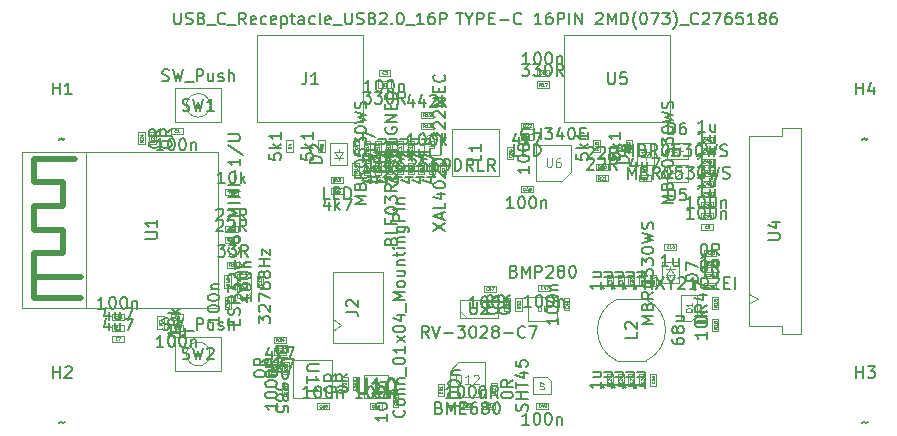
<source format=gbr>
G04 #@! TF.GenerationSoftware,KiCad,Pcbnew,8.0.1*
G04 #@! TF.CreationDate,2024-05-22T20:39:38+03:00*
G04 #@! TF.ProjectId,ESP32-C3_6_pico,45535033-322d-4433-935f-365f7069636f,rev?*
G04 #@! TF.SameCoordinates,Original*
G04 #@! TF.FileFunction,AssemblyDrawing,Top*
%FSLAX46Y46*%
G04 Gerber Fmt 4.6, Leading zero omitted, Abs format (unit mm)*
G04 Created by KiCad (PCBNEW 8.0.1) date 2024-05-22 20:39:38*
%MOMM*%
%LPD*%
G01*
G04 APERTURE LIST*
%ADD10C,0.150000*%
%ADD11C,0.040000*%
%ADD12C,0.062500*%
%ADD13C,0.075000*%
%ADD14C,0.060000*%
%ADD15C,0.110000*%
%ADD16C,0.254000*%
%ADD17C,0.100000*%
%ADD18C,0.500000*%
G04 APERTURE END LIST*
D10*
X165334818Y-104366666D02*
X165334818Y-104938094D01*
X165334818Y-104652380D02*
X164334818Y-104652380D01*
X164334818Y-104652380D02*
X164477675Y-104747618D01*
X164477675Y-104747618D02*
X164572913Y-104842856D01*
X164572913Y-104842856D02*
X164620532Y-104938094D01*
X164668151Y-103509523D02*
X165334818Y-103509523D01*
X164668151Y-103938094D02*
X165191960Y-103938094D01*
X165191960Y-103938094D02*
X165287199Y-103890475D01*
X165287199Y-103890475D02*
X165334818Y-103795237D01*
X165334818Y-103795237D02*
X165334818Y-103652380D01*
X165334818Y-103652380D02*
X165287199Y-103557142D01*
X165287199Y-103557142D02*
X165239579Y-103509523D01*
D11*
X166129764Y-104360714D02*
X166141669Y-104372618D01*
X166141669Y-104372618D02*
X166153573Y-104408333D01*
X166153573Y-104408333D02*
X166153573Y-104432142D01*
X166153573Y-104432142D02*
X166141669Y-104467856D01*
X166141669Y-104467856D02*
X166117859Y-104491666D01*
X166117859Y-104491666D02*
X166094049Y-104503571D01*
X166094049Y-104503571D02*
X166046430Y-104515475D01*
X166046430Y-104515475D02*
X166010716Y-104515475D01*
X166010716Y-104515475D02*
X165963097Y-104503571D01*
X165963097Y-104503571D02*
X165939288Y-104491666D01*
X165939288Y-104491666D02*
X165915478Y-104467856D01*
X165915478Y-104467856D02*
X165903573Y-104432142D01*
X165903573Y-104432142D02*
X165903573Y-104408333D01*
X165903573Y-104408333D02*
X165915478Y-104372618D01*
X165915478Y-104372618D02*
X165927383Y-104360714D01*
X165903573Y-104277380D02*
X165903573Y-104122618D01*
X165903573Y-104122618D02*
X165998811Y-104205952D01*
X165998811Y-104205952D02*
X165998811Y-104170237D01*
X165998811Y-104170237D02*
X166010716Y-104146428D01*
X166010716Y-104146428D02*
X166022621Y-104134523D01*
X166022621Y-104134523D02*
X166046430Y-104122618D01*
X166046430Y-104122618D02*
X166105954Y-104122618D01*
X166105954Y-104122618D02*
X166129764Y-104134523D01*
X166129764Y-104134523D02*
X166141669Y-104146428D01*
X166141669Y-104146428D02*
X166153573Y-104170237D01*
X166153573Y-104170237D02*
X166153573Y-104241666D01*
X166153573Y-104241666D02*
X166141669Y-104265475D01*
X166141669Y-104265475D02*
X166129764Y-104277380D01*
X166153573Y-103884523D02*
X166153573Y-104027380D01*
X166153573Y-103955952D02*
X165903573Y-103955952D01*
X165903573Y-103955952D02*
X165939288Y-103979761D01*
X165939288Y-103979761D02*
X165963097Y-104003571D01*
X165963097Y-104003571D02*
X165975002Y-104027380D01*
D10*
X138609523Y-97598152D02*
X138609523Y-98264819D01*
X138371428Y-97217200D02*
X138133333Y-97931485D01*
X138133333Y-97931485D02*
X138752380Y-97931485D01*
X139133333Y-98264819D02*
X139133333Y-97264819D01*
X139228571Y-97883866D02*
X139514285Y-98264819D01*
X139514285Y-97598152D02*
X139133333Y-97979104D01*
X139847619Y-97264819D02*
X140514285Y-97264819D01*
X140514285Y-97264819D02*
X140085714Y-98264819D01*
D11*
X139256667Y-96758200D02*
X139170000Y-96634391D01*
X139108095Y-96758200D02*
X139108095Y-96498200D01*
X139108095Y-96498200D02*
X139207143Y-96498200D01*
X139207143Y-96498200D02*
X139231905Y-96510581D01*
X139231905Y-96510581D02*
X139244286Y-96522962D01*
X139244286Y-96522962D02*
X139256667Y-96547724D01*
X139256667Y-96547724D02*
X139256667Y-96584867D01*
X139256667Y-96584867D02*
X139244286Y-96609629D01*
X139244286Y-96609629D02*
X139231905Y-96622010D01*
X139231905Y-96622010D02*
X139207143Y-96634391D01*
X139207143Y-96634391D02*
X139108095Y-96634391D01*
X139491905Y-96498200D02*
X139368095Y-96498200D01*
X139368095Y-96498200D02*
X139355714Y-96622010D01*
X139355714Y-96622010D02*
X139368095Y-96609629D01*
X139368095Y-96609629D02*
X139392857Y-96597248D01*
X139392857Y-96597248D02*
X139454762Y-96597248D01*
X139454762Y-96597248D02*
X139479524Y-96609629D01*
X139479524Y-96609629D02*
X139491905Y-96622010D01*
X139491905Y-96622010D02*
X139504286Y-96646772D01*
X139504286Y-96646772D02*
X139504286Y-96708677D01*
X139504286Y-96708677D02*
X139491905Y-96733439D01*
X139491905Y-96733439D02*
X139479524Y-96745820D01*
X139479524Y-96745820D02*
X139454762Y-96758200D01*
X139454762Y-96758200D02*
X139392857Y-96758200D01*
X139392857Y-96758200D02*
X139368095Y-96745820D01*
X139368095Y-96745820D02*
X139355714Y-96733439D01*
D10*
X170302381Y-101084819D02*
X170397619Y-101084819D01*
X170397619Y-101084819D02*
X170492857Y-101132438D01*
X170492857Y-101132438D02*
X170540476Y-101180057D01*
X170540476Y-101180057D02*
X170588095Y-101275295D01*
X170588095Y-101275295D02*
X170635714Y-101465771D01*
X170635714Y-101465771D02*
X170635714Y-101703866D01*
X170635714Y-101703866D02*
X170588095Y-101894342D01*
X170588095Y-101894342D02*
X170540476Y-101989580D01*
X170540476Y-101989580D02*
X170492857Y-102037200D01*
X170492857Y-102037200D02*
X170397619Y-102084819D01*
X170397619Y-102084819D02*
X170302381Y-102084819D01*
X170302381Y-102084819D02*
X170207143Y-102037200D01*
X170207143Y-102037200D02*
X170159524Y-101989580D01*
X170159524Y-101989580D02*
X170111905Y-101894342D01*
X170111905Y-101894342D02*
X170064286Y-101703866D01*
X170064286Y-101703866D02*
X170064286Y-101465771D01*
X170064286Y-101465771D02*
X170111905Y-101275295D01*
X170111905Y-101275295D02*
X170159524Y-101180057D01*
X170159524Y-101180057D02*
X170207143Y-101132438D01*
X170207143Y-101132438D02*
X170302381Y-101084819D01*
X171635714Y-102084819D02*
X171302381Y-101608628D01*
X171064286Y-102084819D02*
X171064286Y-101084819D01*
X171064286Y-101084819D02*
X171445238Y-101084819D01*
X171445238Y-101084819D02*
X171540476Y-101132438D01*
X171540476Y-101132438D02*
X171588095Y-101180057D01*
X171588095Y-101180057D02*
X171635714Y-101275295D01*
X171635714Y-101275295D02*
X171635714Y-101418152D01*
X171635714Y-101418152D02*
X171588095Y-101513390D01*
X171588095Y-101513390D02*
X171540476Y-101561009D01*
X171540476Y-101561009D02*
X171445238Y-101608628D01*
X171445238Y-101608628D02*
X171064286Y-101608628D01*
D11*
X170682857Y-102918200D02*
X170596190Y-102794391D01*
X170534285Y-102918200D02*
X170534285Y-102658200D01*
X170534285Y-102658200D02*
X170633333Y-102658200D01*
X170633333Y-102658200D02*
X170658095Y-102670581D01*
X170658095Y-102670581D02*
X170670476Y-102682962D01*
X170670476Y-102682962D02*
X170682857Y-102707724D01*
X170682857Y-102707724D02*
X170682857Y-102744867D01*
X170682857Y-102744867D02*
X170670476Y-102769629D01*
X170670476Y-102769629D02*
X170658095Y-102782010D01*
X170658095Y-102782010D02*
X170633333Y-102794391D01*
X170633333Y-102794391D02*
X170534285Y-102794391D01*
X170781904Y-102682962D02*
X170794285Y-102670581D01*
X170794285Y-102670581D02*
X170819047Y-102658200D01*
X170819047Y-102658200D02*
X170880952Y-102658200D01*
X170880952Y-102658200D02*
X170905714Y-102670581D01*
X170905714Y-102670581D02*
X170918095Y-102682962D01*
X170918095Y-102682962D02*
X170930476Y-102707724D01*
X170930476Y-102707724D02*
X170930476Y-102732486D01*
X170930476Y-102732486D02*
X170918095Y-102769629D01*
X170918095Y-102769629D02*
X170769523Y-102918200D01*
X170769523Y-102918200D02*
X170930476Y-102918200D01*
X171153333Y-102658200D02*
X171103809Y-102658200D01*
X171103809Y-102658200D02*
X171079047Y-102670581D01*
X171079047Y-102670581D02*
X171066666Y-102682962D01*
X171066666Y-102682962D02*
X171041904Y-102720105D01*
X171041904Y-102720105D02*
X171029523Y-102769629D01*
X171029523Y-102769629D02*
X171029523Y-102868677D01*
X171029523Y-102868677D02*
X171041904Y-102893439D01*
X171041904Y-102893439D02*
X171054285Y-102905820D01*
X171054285Y-102905820D02*
X171079047Y-102918200D01*
X171079047Y-102918200D02*
X171128571Y-102918200D01*
X171128571Y-102918200D02*
X171153333Y-102905820D01*
X171153333Y-102905820D02*
X171165714Y-102893439D01*
X171165714Y-102893439D02*
X171178095Y-102868677D01*
X171178095Y-102868677D02*
X171178095Y-102806772D01*
X171178095Y-102806772D02*
X171165714Y-102782010D01*
X171165714Y-102782010D02*
X171153333Y-102769629D01*
X171153333Y-102769629D02*
X171128571Y-102757248D01*
X171128571Y-102757248D02*
X171079047Y-102757248D01*
X171079047Y-102757248D02*
X171054285Y-102769629D01*
X171054285Y-102769629D02*
X171041904Y-102782010D01*
X171041904Y-102782010D02*
X171029523Y-102806772D01*
D10*
X170433333Y-91604819D02*
X169861905Y-91604819D01*
X170147619Y-91604819D02*
X170147619Y-90604819D01*
X170147619Y-90604819D02*
X170052381Y-90747676D01*
X170052381Y-90747676D02*
X169957143Y-90842914D01*
X169957143Y-90842914D02*
X169861905Y-90890533D01*
X171290476Y-90938152D02*
X171290476Y-91604819D01*
X170861905Y-90938152D02*
X170861905Y-91461961D01*
X170861905Y-91461961D02*
X170909524Y-91557200D01*
X170909524Y-91557200D02*
X171004762Y-91604819D01*
X171004762Y-91604819D02*
X171147619Y-91604819D01*
X171147619Y-91604819D02*
X171242857Y-91557200D01*
X171242857Y-91557200D02*
X171290476Y-91509580D01*
D11*
X170439285Y-92399765D02*
X170427381Y-92411670D01*
X170427381Y-92411670D02*
X170391666Y-92423574D01*
X170391666Y-92423574D02*
X170367857Y-92423574D01*
X170367857Y-92423574D02*
X170332143Y-92411670D01*
X170332143Y-92411670D02*
X170308333Y-92387860D01*
X170308333Y-92387860D02*
X170296428Y-92364050D01*
X170296428Y-92364050D02*
X170284524Y-92316431D01*
X170284524Y-92316431D02*
X170284524Y-92280717D01*
X170284524Y-92280717D02*
X170296428Y-92233098D01*
X170296428Y-92233098D02*
X170308333Y-92209289D01*
X170308333Y-92209289D02*
X170332143Y-92185479D01*
X170332143Y-92185479D02*
X170367857Y-92173574D01*
X170367857Y-92173574D02*
X170391666Y-92173574D01*
X170391666Y-92173574D02*
X170427381Y-92185479D01*
X170427381Y-92185479D02*
X170439285Y-92197384D01*
X170653571Y-92256908D02*
X170653571Y-92423574D01*
X170594047Y-92161670D02*
X170534524Y-92340241D01*
X170534524Y-92340241D02*
X170689285Y-92340241D01*
X170891666Y-92256908D02*
X170891666Y-92423574D01*
X170832142Y-92161670D02*
X170772619Y-92340241D01*
X170772619Y-92340241D02*
X170927380Y-92340241D01*
D10*
X159534819Y-93462857D02*
X159534819Y-93939047D01*
X159534819Y-93939047D02*
X160011009Y-93986666D01*
X160011009Y-93986666D02*
X159963390Y-93939047D01*
X159963390Y-93939047D02*
X159915771Y-93843809D01*
X159915771Y-93843809D02*
X159915771Y-93605714D01*
X159915771Y-93605714D02*
X159963390Y-93510476D01*
X159963390Y-93510476D02*
X160011009Y-93462857D01*
X160011009Y-93462857D02*
X160106247Y-93415238D01*
X160106247Y-93415238D02*
X160344342Y-93415238D01*
X160344342Y-93415238D02*
X160439580Y-93462857D01*
X160439580Y-93462857D02*
X160487200Y-93510476D01*
X160487200Y-93510476D02*
X160534819Y-93605714D01*
X160534819Y-93605714D02*
X160534819Y-93843809D01*
X160534819Y-93843809D02*
X160487200Y-93939047D01*
X160487200Y-93939047D02*
X160439580Y-93986666D01*
X160534819Y-92986666D02*
X159534819Y-92986666D01*
X160153866Y-92891428D02*
X160534819Y-92605714D01*
X159868152Y-92605714D02*
X160249104Y-92986666D01*
X160534819Y-91653333D02*
X160534819Y-92224761D01*
X160534819Y-91939047D02*
X159534819Y-91939047D01*
X159534819Y-91939047D02*
X159677676Y-92034285D01*
X159677676Y-92034285D02*
X159772914Y-92129523D01*
X159772914Y-92129523D02*
X159820533Y-92224761D01*
D11*
X161368200Y-92987142D02*
X161244391Y-93073809D01*
X161368200Y-93135714D02*
X161108200Y-93135714D01*
X161108200Y-93135714D02*
X161108200Y-93036666D01*
X161108200Y-93036666D02*
X161120581Y-93011904D01*
X161120581Y-93011904D02*
X161132962Y-92999523D01*
X161132962Y-92999523D02*
X161157724Y-92987142D01*
X161157724Y-92987142D02*
X161194867Y-92987142D01*
X161194867Y-92987142D02*
X161219629Y-92999523D01*
X161219629Y-92999523D02*
X161232010Y-93011904D01*
X161232010Y-93011904D02*
X161244391Y-93036666D01*
X161244391Y-93036666D02*
X161244391Y-93135714D01*
X161368200Y-92739523D02*
X161368200Y-92888095D01*
X161368200Y-92813809D02*
X161108200Y-92813809D01*
X161108200Y-92813809D02*
X161145343Y-92838571D01*
X161145343Y-92838571D02*
X161170105Y-92863333D01*
X161170105Y-92863333D02*
X161182486Y-92888095D01*
X161219629Y-92590952D02*
X161207248Y-92615714D01*
X161207248Y-92615714D02*
X161194867Y-92628095D01*
X161194867Y-92628095D02*
X161170105Y-92640476D01*
X161170105Y-92640476D02*
X161157724Y-92640476D01*
X161157724Y-92640476D02*
X161132962Y-92628095D01*
X161132962Y-92628095D02*
X161120581Y-92615714D01*
X161120581Y-92615714D02*
X161108200Y-92590952D01*
X161108200Y-92590952D02*
X161108200Y-92541428D01*
X161108200Y-92541428D02*
X161120581Y-92516666D01*
X161120581Y-92516666D02*
X161132962Y-92504285D01*
X161132962Y-92504285D02*
X161157724Y-92491904D01*
X161157724Y-92491904D02*
X161170105Y-92491904D01*
X161170105Y-92491904D02*
X161194867Y-92504285D01*
X161194867Y-92504285D02*
X161207248Y-92516666D01*
X161207248Y-92516666D02*
X161219629Y-92541428D01*
X161219629Y-92541428D02*
X161219629Y-92590952D01*
X161219629Y-92590952D02*
X161232010Y-92615714D01*
X161232010Y-92615714D02*
X161244391Y-92628095D01*
X161244391Y-92628095D02*
X161269153Y-92640476D01*
X161269153Y-92640476D02*
X161318677Y-92640476D01*
X161318677Y-92640476D02*
X161343439Y-92628095D01*
X161343439Y-92628095D02*
X161355820Y-92615714D01*
X161355820Y-92615714D02*
X161368200Y-92590952D01*
X161368200Y-92590952D02*
X161368200Y-92541428D01*
X161368200Y-92541428D02*
X161355820Y-92516666D01*
X161355820Y-92516666D02*
X161343439Y-92504285D01*
X161343439Y-92504285D02*
X161318677Y-92491904D01*
X161318677Y-92491904D02*
X161269153Y-92491904D01*
X161269153Y-92491904D02*
X161244391Y-92504285D01*
X161244391Y-92504285D02*
X161232010Y-92516666D01*
X161232010Y-92516666D02*
X161219629Y-92541428D01*
D10*
X124477381Y-108332200D02*
X124620238Y-108379819D01*
X124620238Y-108379819D02*
X124858333Y-108379819D01*
X124858333Y-108379819D02*
X124953571Y-108332200D01*
X124953571Y-108332200D02*
X125001190Y-108284580D01*
X125001190Y-108284580D02*
X125048809Y-108189342D01*
X125048809Y-108189342D02*
X125048809Y-108094104D01*
X125048809Y-108094104D02*
X125001190Y-107998866D01*
X125001190Y-107998866D02*
X124953571Y-107951247D01*
X124953571Y-107951247D02*
X124858333Y-107903628D01*
X124858333Y-107903628D02*
X124667857Y-107856009D01*
X124667857Y-107856009D02*
X124572619Y-107808390D01*
X124572619Y-107808390D02*
X124525000Y-107760771D01*
X124525000Y-107760771D02*
X124477381Y-107665533D01*
X124477381Y-107665533D02*
X124477381Y-107570295D01*
X124477381Y-107570295D02*
X124525000Y-107475057D01*
X124525000Y-107475057D02*
X124572619Y-107427438D01*
X124572619Y-107427438D02*
X124667857Y-107379819D01*
X124667857Y-107379819D02*
X124905952Y-107379819D01*
X124905952Y-107379819D02*
X125048809Y-107427438D01*
X125382143Y-107379819D02*
X125620238Y-108379819D01*
X125620238Y-108379819D02*
X125810714Y-107665533D01*
X125810714Y-107665533D02*
X126001190Y-108379819D01*
X126001190Y-108379819D02*
X126239286Y-107379819D01*
X126382143Y-108475057D02*
X127144047Y-108475057D01*
X127382143Y-108379819D02*
X127382143Y-107379819D01*
X127382143Y-107379819D02*
X127763095Y-107379819D01*
X127763095Y-107379819D02*
X127858333Y-107427438D01*
X127858333Y-107427438D02*
X127905952Y-107475057D01*
X127905952Y-107475057D02*
X127953571Y-107570295D01*
X127953571Y-107570295D02*
X127953571Y-107713152D01*
X127953571Y-107713152D02*
X127905952Y-107808390D01*
X127905952Y-107808390D02*
X127858333Y-107856009D01*
X127858333Y-107856009D02*
X127763095Y-107903628D01*
X127763095Y-107903628D02*
X127382143Y-107903628D01*
X128810714Y-107713152D02*
X128810714Y-108379819D01*
X128382143Y-107713152D02*
X128382143Y-108236961D01*
X128382143Y-108236961D02*
X128429762Y-108332200D01*
X128429762Y-108332200D02*
X128525000Y-108379819D01*
X128525000Y-108379819D02*
X128667857Y-108379819D01*
X128667857Y-108379819D02*
X128763095Y-108332200D01*
X128763095Y-108332200D02*
X128810714Y-108284580D01*
X129239286Y-108332200D02*
X129334524Y-108379819D01*
X129334524Y-108379819D02*
X129525000Y-108379819D01*
X129525000Y-108379819D02*
X129620238Y-108332200D01*
X129620238Y-108332200D02*
X129667857Y-108236961D01*
X129667857Y-108236961D02*
X129667857Y-108189342D01*
X129667857Y-108189342D02*
X129620238Y-108094104D01*
X129620238Y-108094104D02*
X129525000Y-108046485D01*
X129525000Y-108046485D02*
X129382143Y-108046485D01*
X129382143Y-108046485D02*
X129286905Y-107998866D01*
X129286905Y-107998866D02*
X129239286Y-107903628D01*
X129239286Y-107903628D02*
X129239286Y-107856009D01*
X129239286Y-107856009D02*
X129286905Y-107760771D01*
X129286905Y-107760771D02*
X129382143Y-107713152D01*
X129382143Y-107713152D02*
X129525000Y-107713152D01*
X129525000Y-107713152D02*
X129620238Y-107760771D01*
X130096429Y-108379819D02*
X130096429Y-107379819D01*
X130525000Y-108379819D02*
X130525000Y-107856009D01*
X130525000Y-107856009D02*
X130477381Y-107760771D01*
X130477381Y-107760771D02*
X130382143Y-107713152D01*
X130382143Y-107713152D02*
X130239286Y-107713152D01*
X130239286Y-107713152D02*
X130144048Y-107760771D01*
X130144048Y-107760771D02*
X130096429Y-107808390D01*
X126191667Y-110832200D02*
X126334524Y-110879819D01*
X126334524Y-110879819D02*
X126572619Y-110879819D01*
X126572619Y-110879819D02*
X126667857Y-110832200D01*
X126667857Y-110832200D02*
X126715476Y-110784580D01*
X126715476Y-110784580D02*
X126763095Y-110689342D01*
X126763095Y-110689342D02*
X126763095Y-110594104D01*
X126763095Y-110594104D02*
X126715476Y-110498866D01*
X126715476Y-110498866D02*
X126667857Y-110451247D01*
X126667857Y-110451247D02*
X126572619Y-110403628D01*
X126572619Y-110403628D02*
X126382143Y-110356009D01*
X126382143Y-110356009D02*
X126286905Y-110308390D01*
X126286905Y-110308390D02*
X126239286Y-110260771D01*
X126239286Y-110260771D02*
X126191667Y-110165533D01*
X126191667Y-110165533D02*
X126191667Y-110070295D01*
X126191667Y-110070295D02*
X126239286Y-109975057D01*
X126239286Y-109975057D02*
X126286905Y-109927438D01*
X126286905Y-109927438D02*
X126382143Y-109879819D01*
X126382143Y-109879819D02*
X126620238Y-109879819D01*
X126620238Y-109879819D02*
X126763095Y-109927438D01*
X127096429Y-109879819D02*
X127334524Y-110879819D01*
X127334524Y-110879819D02*
X127525000Y-110165533D01*
X127525000Y-110165533D02*
X127715476Y-110879819D01*
X127715476Y-110879819D02*
X127953572Y-109879819D01*
X128286905Y-109975057D02*
X128334524Y-109927438D01*
X128334524Y-109927438D02*
X128429762Y-109879819D01*
X128429762Y-109879819D02*
X128667857Y-109879819D01*
X128667857Y-109879819D02*
X128763095Y-109927438D01*
X128763095Y-109927438D02*
X128810714Y-109975057D01*
X128810714Y-109975057D02*
X128858333Y-110070295D01*
X128858333Y-110070295D02*
X128858333Y-110165533D01*
X128858333Y-110165533D02*
X128810714Y-110308390D01*
X128810714Y-110308390D02*
X128239286Y-110879819D01*
X128239286Y-110879819D02*
X128858333Y-110879819D01*
X141905238Y-93912320D02*
X142476666Y-93912320D01*
X142190952Y-94912320D02*
X142190952Y-93912320D01*
X143286190Y-94912320D02*
X142810000Y-94912320D01*
X142810000Y-94912320D02*
X142810000Y-93912320D01*
X143476667Y-93912320D02*
X143810000Y-94912320D01*
X143810000Y-94912320D02*
X144143333Y-93912320D01*
X144905238Y-93912320D02*
X144714762Y-93912320D01*
X144714762Y-93912320D02*
X144619524Y-93959939D01*
X144619524Y-93959939D02*
X144571905Y-94007558D01*
X144571905Y-94007558D02*
X144476667Y-94150415D01*
X144476667Y-94150415D02*
X144429048Y-94340891D01*
X144429048Y-94340891D02*
X144429048Y-94721843D01*
X144429048Y-94721843D02*
X144476667Y-94817081D01*
X144476667Y-94817081D02*
X144524286Y-94864701D01*
X144524286Y-94864701D02*
X144619524Y-94912320D01*
X144619524Y-94912320D02*
X144810000Y-94912320D01*
X144810000Y-94912320D02*
X144905238Y-94864701D01*
X144905238Y-94864701D02*
X144952857Y-94817081D01*
X144952857Y-94817081D02*
X145000476Y-94721843D01*
X145000476Y-94721843D02*
X145000476Y-94483748D01*
X145000476Y-94483748D02*
X144952857Y-94388510D01*
X144952857Y-94388510D02*
X144905238Y-94340891D01*
X144905238Y-94340891D02*
X144810000Y-94293272D01*
X144810000Y-94293272D02*
X144619524Y-94293272D01*
X144619524Y-94293272D02*
X144524286Y-94340891D01*
X144524286Y-94340891D02*
X144476667Y-94388510D01*
X144476667Y-94388510D02*
X144429048Y-94483748D01*
X145381429Y-94007558D02*
X145429048Y-93959939D01*
X145429048Y-93959939D02*
X145524286Y-93912320D01*
X145524286Y-93912320D02*
X145762381Y-93912320D01*
X145762381Y-93912320D02*
X145857619Y-93959939D01*
X145857619Y-93959939D02*
X145905238Y-94007558D01*
X145905238Y-94007558D02*
X145952857Y-94102796D01*
X145952857Y-94102796D02*
X145952857Y-94198034D01*
X145952857Y-94198034D02*
X145905238Y-94340891D01*
X145905238Y-94340891D02*
X145333810Y-94912320D01*
X145333810Y-94912320D02*
X145952857Y-94912320D01*
X146857619Y-93912320D02*
X146381429Y-93912320D01*
X146381429Y-93912320D02*
X146333810Y-94388510D01*
X146333810Y-94388510D02*
X146381429Y-94340891D01*
X146381429Y-94340891D02*
X146476667Y-94293272D01*
X146476667Y-94293272D02*
X146714762Y-94293272D01*
X146714762Y-94293272D02*
X146810000Y-94340891D01*
X146810000Y-94340891D02*
X146857619Y-94388510D01*
X146857619Y-94388510D02*
X146905238Y-94483748D01*
X146905238Y-94483748D02*
X146905238Y-94721843D01*
X146905238Y-94721843D02*
X146857619Y-94817081D01*
X146857619Y-94817081D02*
X146810000Y-94864701D01*
X146810000Y-94864701D02*
X146714762Y-94912320D01*
X146714762Y-94912320D02*
X146476667Y-94912320D01*
X146476667Y-94912320D02*
X146381429Y-94864701D01*
X146381429Y-94864701D02*
X146333810Y-94817081D01*
X147762381Y-93912320D02*
X147571905Y-93912320D01*
X147571905Y-93912320D02*
X147476667Y-93959939D01*
X147476667Y-93959939D02*
X147429048Y-94007558D01*
X147429048Y-94007558D02*
X147333810Y-94150415D01*
X147333810Y-94150415D02*
X147286191Y-94340891D01*
X147286191Y-94340891D02*
X147286191Y-94721843D01*
X147286191Y-94721843D02*
X147333810Y-94817081D01*
X147333810Y-94817081D02*
X147381429Y-94864701D01*
X147381429Y-94864701D02*
X147476667Y-94912320D01*
X147476667Y-94912320D02*
X147667143Y-94912320D01*
X147667143Y-94912320D02*
X147762381Y-94864701D01*
X147762381Y-94864701D02*
X147810000Y-94817081D01*
X147810000Y-94817081D02*
X147857619Y-94721843D01*
X147857619Y-94721843D02*
X147857619Y-94483748D01*
X147857619Y-94483748D02*
X147810000Y-94388510D01*
X147810000Y-94388510D02*
X147762381Y-94340891D01*
X147762381Y-94340891D02*
X147667143Y-94293272D01*
X147667143Y-94293272D02*
X147476667Y-94293272D01*
X147476667Y-94293272D02*
X147381429Y-94340891D01*
X147381429Y-94340891D02*
X147333810Y-94388510D01*
X147333810Y-94388510D02*
X147286191Y-94483748D01*
X148333810Y-94912320D02*
X148524286Y-94912320D01*
X148524286Y-94912320D02*
X148619524Y-94864701D01*
X148619524Y-94864701D02*
X148667143Y-94817081D01*
X148667143Y-94817081D02*
X148762381Y-94674224D01*
X148762381Y-94674224D02*
X148810000Y-94483748D01*
X148810000Y-94483748D02*
X148810000Y-94102796D01*
X148810000Y-94102796D02*
X148762381Y-94007558D01*
X148762381Y-94007558D02*
X148714762Y-93959939D01*
X148714762Y-93959939D02*
X148619524Y-93912320D01*
X148619524Y-93912320D02*
X148429048Y-93912320D01*
X148429048Y-93912320D02*
X148333810Y-93959939D01*
X148333810Y-93959939D02*
X148286191Y-94007558D01*
X148286191Y-94007558D02*
X148238572Y-94102796D01*
X148238572Y-94102796D02*
X148238572Y-94340891D01*
X148238572Y-94340891D02*
X148286191Y-94436129D01*
X148286191Y-94436129D02*
X148333810Y-94483748D01*
X148333810Y-94483748D02*
X148429048Y-94531367D01*
X148429048Y-94531367D02*
X148619524Y-94531367D01*
X148619524Y-94531367D02*
X148714762Y-94483748D01*
X148714762Y-94483748D02*
X148762381Y-94436129D01*
X148762381Y-94436129D02*
X148810000Y-94340891D01*
X149238572Y-94912320D02*
X149238572Y-93912320D01*
X149238572Y-93912320D02*
X149476667Y-93912320D01*
X149476667Y-93912320D02*
X149619524Y-93959939D01*
X149619524Y-93959939D02*
X149714762Y-94055177D01*
X149714762Y-94055177D02*
X149762381Y-94150415D01*
X149762381Y-94150415D02*
X149810000Y-94340891D01*
X149810000Y-94340891D02*
X149810000Y-94483748D01*
X149810000Y-94483748D02*
X149762381Y-94674224D01*
X149762381Y-94674224D02*
X149714762Y-94769462D01*
X149714762Y-94769462D02*
X149619524Y-94864701D01*
X149619524Y-94864701D02*
X149476667Y-94912320D01*
X149476667Y-94912320D02*
X149238572Y-94912320D01*
X150810000Y-94912320D02*
X150476667Y-94436129D01*
X150238572Y-94912320D02*
X150238572Y-93912320D01*
X150238572Y-93912320D02*
X150619524Y-93912320D01*
X150619524Y-93912320D02*
X150714762Y-93959939D01*
X150714762Y-93959939D02*
X150762381Y-94007558D01*
X150762381Y-94007558D02*
X150810000Y-94102796D01*
X150810000Y-94102796D02*
X150810000Y-94245653D01*
X150810000Y-94245653D02*
X150762381Y-94340891D01*
X150762381Y-94340891D02*
X150714762Y-94388510D01*
X150714762Y-94388510D02*
X150619524Y-94436129D01*
X150619524Y-94436129D02*
X150238572Y-94436129D01*
X151714762Y-94912320D02*
X151238572Y-94912320D01*
X151238572Y-94912320D02*
X151238572Y-93912320D01*
X152619524Y-94912320D02*
X152286191Y-94436129D01*
X152048096Y-94912320D02*
X152048096Y-93912320D01*
X152048096Y-93912320D02*
X152429048Y-93912320D01*
X152429048Y-93912320D02*
X152524286Y-93959939D01*
X152524286Y-93959939D02*
X152571905Y-94007558D01*
X152571905Y-94007558D02*
X152619524Y-94102796D01*
X152619524Y-94102796D02*
X152619524Y-94245653D01*
X152619524Y-94245653D02*
X152571905Y-94340891D01*
X152571905Y-94340891D02*
X152524286Y-94388510D01*
X152524286Y-94388510D02*
X152429048Y-94436129D01*
X152429048Y-94436129D02*
X152048096Y-94436129D01*
D12*
X147091797Y-93012262D02*
X147415607Y-93012262D01*
X147415607Y-93012262D02*
X147453702Y-92993215D01*
X147453702Y-92993215D02*
X147472750Y-92974167D01*
X147472750Y-92974167D02*
X147491797Y-92936072D01*
X147491797Y-92936072D02*
X147491797Y-92859881D01*
X147491797Y-92859881D02*
X147472750Y-92821786D01*
X147472750Y-92821786D02*
X147453702Y-92802739D01*
X147453702Y-92802739D02*
X147415607Y-92783691D01*
X147415607Y-92783691D02*
X147091797Y-92783691D01*
X147091797Y-92631310D02*
X147091797Y-92383691D01*
X147091797Y-92383691D02*
X147244178Y-92517024D01*
X147244178Y-92517024D02*
X147244178Y-92459881D01*
X147244178Y-92459881D02*
X147263226Y-92421786D01*
X147263226Y-92421786D02*
X147282273Y-92402738D01*
X147282273Y-92402738D02*
X147320369Y-92383691D01*
X147320369Y-92383691D02*
X147415607Y-92383691D01*
X147415607Y-92383691D02*
X147453702Y-92402738D01*
X147453702Y-92402738D02*
X147472750Y-92421786D01*
X147472750Y-92421786D02*
X147491797Y-92459881D01*
X147491797Y-92459881D02*
X147491797Y-92574167D01*
X147491797Y-92574167D02*
X147472750Y-92612262D01*
X147472750Y-92612262D02*
X147453702Y-92631310D01*
D10*
X141783152Y-95435476D02*
X142449819Y-95435476D01*
X141402200Y-95673571D02*
X142116485Y-95911666D01*
X142116485Y-95911666D02*
X142116485Y-95292619D01*
X142449819Y-94911666D02*
X141449819Y-94911666D01*
X142068866Y-94816428D02*
X142449819Y-94530714D01*
X141783152Y-94530714D02*
X142164104Y-94911666D01*
X141449819Y-94197380D02*
X141449819Y-93530714D01*
X141449819Y-93530714D02*
X142449819Y-93959285D01*
D11*
X140943200Y-94912142D02*
X140819391Y-94998809D01*
X140943200Y-95060714D02*
X140683200Y-95060714D01*
X140683200Y-95060714D02*
X140683200Y-94961666D01*
X140683200Y-94961666D02*
X140695581Y-94936904D01*
X140695581Y-94936904D02*
X140707962Y-94924523D01*
X140707962Y-94924523D02*
X140732724Y-94912142D01*
X140732724Y-94912142D02*
X140769867Y-94912142D01*
X140769867Y-94912142D02*
X140794629Y-94924523D01*
X140794629Y-94924523D02*
X140807010Y-94936904D01*
X140807010Y-94936904D02*
X140819391Y-94961666D01*
X140819391Y-94961666D02*
X140819391Y-95060714D01*
X140943200Y-94664523D02*
X140943200Y-94813095D01*
X140943200Y-94738809D02*
X140683200Y-94738809D01*
X140683200Y-94738809D02*
X140720343Y-94763571D01*
X140720343Y-94763571D02*
X140745105Y-94788333D01*
X140745105Y-94788333D02*
X140757486Y-94813095D01*
X140769867Y-94441666D02*
X140943200Y-94441666D01*
X140670820Y-94503571D02*
X140856534Y-94565476D01*
X140856534Y-94565476D02*
X140856534Y-94404523D01*
D10*
X165364286Y-104904819D02*
X165364286Y-103904819D01*
X165364286Y-104381009D02*
X165935714Y-104381009D01*
X165935714Y-104904819D02*
X165935714Y-103904819D01*
X166316667Y-103904819D02*
X166983333Y-104904819D01*
X166983333Y-103904819D02*
X166316667Y-104904819D01*
X167554762Y-104428628D02*
X167554762Y-104904819D01*
X167221429Y-103904819D02*
X167554762Y-104428628D01*
X167554762Y-104428628D02*
X167888095Y-103904819D01*
X168173810Y-104000057D02*
X168221429Y-103952438D01*
X168221429Y-103952438D02*
X168316667Y-103904819D01*
X168316667Y-103904819D02*
X168554762Y-103904819D01*
X168554762Y-103904819D02*
X168650000Y-103952438D01*
X168650000Y-103952438D02*
X168697619Y-104000057D01*
X168697619Y-104000057D02*
X168745238Y-104095295D01*
X168745238Y-104095295D02*
X168745238Y-104190533D01*
X168745238Y-104190533D02*
X168697619Y-104333390D01*
X168697619Y-104333390D02*
X168126191Y-104904819D01*
X168126191Y-104904819D02*
X168745238Y-104904819D01*
X169697619Y-104904819D02*
X169126191Y-104904819D01*
X169411905Y-104904819D02*
X169411905Y-103904819D01*
X169411905Y-103904819D02*
X169316667Y-104047676D01*
X169316667Y-104047676D02*
X169221429Y-104142914D01*
X169221429Y-104142914D02*
X169126191Y-104190533D01*
X170316667Y-103904819D02*
X170411905Y-103904819D01*
X170411905Y-103904819D02*
X170507143Y-103952438D01*
X170507143Y-103952438D02*
X170554762Y-104000057D01*
X170554762Y-104000057D02*
X170602381Y-104095295D01*
X170602381Y-104095295D02*
X170650000Y-104285771D01*
X170650000Y-104285771D02*
X170650000Y-104523866D01*
X170650000Y-104523866D02*
X170602381Y-104714342D01*
X170602381Y-104714342D02*
X170554762Y-104809580D01*
X170554762Y-104809580D02*
X170507143Y-104857200D01*
X170507143Y-104857200D02*
X170411905Y-104904819D01*
X170411905Y-104904819D02*
X170316667Y-104904819D01*
X170316667Y-104904819D02*
X170221429Y-104857200D01*
X170221429Y-104857200D02*
X170173810Y-104809580D01*
X170173810Y-104809580D02*
X170126191Y-104714342D01*
X170126191Y-104714342D02*
X170078572Y-104523866D01*
X170078572Y-104523866D02*
X170078572Y-104285771D01*
X170078572Y-104285771D02*
X170126191Y-104095295D01*
X170126191Y-104095295D02*
X170173810Y-104000057D01*
X170173810Y-104000057D02*
X170221429Y-103952438D01*
X170221429Y-103952438D02*
X170316667Y-103904819D01*
X171030953Y-104000057D02*
X171078572Y-103952438D01*
X171078572Y-103952438D02*
X171173810Y-103904819D01*
X171173810Y-103904819D02*
X171411905Y-103904819D01*
X171411905Y-103904819D02*
X171507143Y-103952438D01*
X171507143Y-103952438D02*
X171554762Y-104000057D01*
X171554762Y-104000057D02*
X171602381Y-104095295D01*
X171602381Y-104095295D02*
X171602381Y-104190533D01*
X171602381Y-104190533D02*
X171554762Y-104333390D01*
X171554762Y-104333390D02*
X170983334Y-104904819D01*
X170983334Y-104904819D02*
X171602381Y-104904819D01*
X172030953Y-104381009D02*
X172364286Y-104381009D01*
X172507143Y-104904819D02*
X172030953Y-104904819D01*
X172030953Y-104904819D02*
X172030953Y-103904819D01*
X172030953Y-103904819D02*
X172507143Y-103904819D01*
X172935715Y-104904819D02*
X172935715Y-103904819D01*
D13*
X169375028Y-106547619D02*
X169351219Y-106595238D01*
X169351219Y-106595238D02*
X169303600Y-106642857D01*
X169303600Y-106642857D02*
X169232171Y-106714285D01*
X169232171Y-106714285D02*
X169208361Y-106761904D01*
X169208361Y-106761904D02*
X169208361Y-106809523D01*
X169327409Y-106785714D02*
X169303600Y-106833333D01*
X169303600Y-106833333D02*
X169255980Y-106880952D01*
X169255980Y-106880952D02*
X169160742Y-106904761D01*
X169160742Y-106904761D02*
X168994076Y-106904761D01*
X168994076Y-106904761D02*
X168898838Y-106880952D01*
X168898838Y-106880952D02*
X168851219Y-106833333D01*
X168851219Y-106833333D02*
X168827409Y-106785714D01*
X168827409Y-106785714D02*
X168827409Y-106690476D01*
X168827409Y-106690476D02*
X168851219Y-106642857D01*
X168851219Y-106642857D02*
X168898838Y-106595238D01*
X168898838Y-106595238D02*
X168994076Y-106571428D01*
X168994076Y-106571428D02*
X169160742Y-106571428D01*
X169160742Y-106571428D02*
X169255980Y-106595238D01*
X169255980Y-106595238D02*
X169303600Y-106642857D01*
X169303600Y-106642857D02*
X169327409Y-106690476D01*
X169327409Y-106690476D02*
X169327409Y-106785714D01*
X169327409Y-106095237D02*
X169327409Y-106380951D01*
X169327409Y-106238094D02*
X168827409Y-106238094D01*
X168827409Y-106238094D02*
X168898838Y-106285713D01*
X168898838Y-106285713D02*
X168946457Y-106333332D01*
X168946457Y-106333332D02*
X168970266Y-106380951D01*
D10*
X142288153Y-95458094D02*
X142954820Y-95458094D01*
X141907201Y-95696189D02*
X142621486Y-95934284D01*
X142621486Y-95934284D02*
X142621486Y-95315237D01*
X142288153Y-94505713D02*
X142954820Y-94505713D01*
X142288153Y-94934284D02*
X142811962Y-94934284D01*
X142811962Y-94934284D02*
X142907201Y-94886665D01*
X142907201Y-94886665D02*
X142954820Y-94791427D01*
X142954820Y-94791427D02*
X142954820Y-94648570D01*
X142954820Y-94648570D02*
X142907201Y-94553332D01*
X142907201Y-94553332D02*
X142859581Y-94505713D01*
X141954820Y-94124760D02*
X141954820Y-93458094D01*
X141954820Y-93458094D02*
X142954820Y-93886665D01*
D11*
X143749766Y-94880713D02*
X143761671Y-94892617D01*
X143761671Y-94892617D02*
X143773575Y-94928332D01*
X143773575Y-94928332D02*
X143773575Y-94952141D01*
X143773575Y-94952141D02*
X143761671Y-94987855D01*
X143761671Y-94987855D02*
X143737861Y-95011665D01*
X143737861Y-95011665D02*
X143714051Y-95023570D01*
X143714051Y-95023570D02*
X143666432Y-95035474D01*
X143666432Y-95035474D02*
X143630718Y-95035474D01*
X143630718Y-95035474D02*
X143583099Y-95023570D01*
X143583099Y-95023570D02*
X143559290Y-95011665D01*
X143559290Y-95011665D02*
X143535480Y-94987855D01*
X143535480Y-94987855D02*
X143523575Y-94952141D01*
X143523575Y-94952141D02*
X143523575Y-94928332D01*
X143523575Y-94928332D02*
X143535480Y-94892617D01*
X143535480Y-94892617D02*
X143547385Y-94880713D01*
X143773575Y-94642617D02*
X143773575Y-94785474D01*
X143773575Y-94714046D02*
X143523575Y-94714046D01*
X143523575Y-94714046D02*
X143559290Y-94737855D01*
X143559290Y-94737855D02*
X143583099Y-94761665D01*
X143583099Y-94761665D02*
X143595004Y-94785474D01*
X143773575Y-94523570D02*
X143773575Y-94475951D01*
X143773575Y-94475951D02*
X143761671Y-94452141D01*
X143761671Y-94452141D02*
X143749766Y-94440237D01*
X143749766Y-94440237D02*
X143714051Y-94416427D01*
X143714051Y-94416427D02*
X143666432Y-94404522D01*
X143666432Y-94404522D02*
X143571194Y-94404522D01*
X143571194Y-94404522D02*
X143547385Y-94416427D01*
X143547385Y-94416427D02*
X143535480Y-94428332D01*
X143535480Y-94428332D02*
X143523575Y-94452141D01*
X143523575Y-94452141D02*
X143523575Y-94499760D01*
X143523575Y-94499760D02*
X143535480Y-94523570D01*
X143535480Y-94523570D02*
X143547385Y-94535475D01*
X143547385Y-94535475D02*
X143571194Y-94547379D01*
X143571194Y-94547379D02*
X143630718Y-94547379D01*
X143630718Y-94547379D02*
X143654528Y-94535475D01*
X143654528Y-94535475D02*
X143666432Y-94523570D01*
X143666432Y-94523570D02*
X143678337Y-94499760D01*
X143678337Y-94499760D02*
X143678337Y-94452141D01*
X143678337Y-94452141D02*
X143666432Y-94428332D01*
X143666432Y-94428332D02*
X143654528Y-94416427D01*
X143654528Y-94416427D02*
X143630718Y-94404522D01*
D10*
X162574819Y-104366666D02*
X162574819Y-104938094D01*
X162574819Y-104652380D02*
X161574819Y-104652380D01*
X161574819Y-104652380D02*
X161717676Y-104747618D01*
X161717676Y-104747618D02*
X161812914Y-104842856D01*
X161812914Y-104842856D02*
X161860533Y-104938094D01*
X161908152Y-103509523D02*
X162574819Y-103509523D01*
X161908152Y-103938094D02*
X162431961Y-103938094D01*
X162431961Y-103938094D02*
X162527200Y-103890475D01*
X162527200Y-103890475D02*
X162574819Y-103795237D01*
X162574819Y-103795237D02*
X162574819Y-103652380D01*
X162574819Y-103652380D02*
X162527200Y-103557142D01*
X162527200Y-103557142D02*
X162479580Y-103509523D01*
D11*
X163369765Y-104360714D02*
X163381670Y-104372618D01*
X163381670Y-104372618D02*
X163393574Y-104408333D01*
X163393574Y-104408333D02*
X163393574Y-104432142D01*
X163393574Y-104432142D02*
X163381670Y-104467856D01*
X163381670Y-104467856D02*
X163357860Y-104491666D01*
X163357860Y-104491666D02*
X163334050Y-104503571D01*
X163334050Y-104503571D02*
X163286431Y-104515475D01*
X163286431Y-104515475D02*
X163250717Y-104515475D01*
X163250717Y-104515475D02*
X163203098Y-104503571D01*
X163203098Y-104503571D02*
X163179289Y-104491666D01*
X163179289Y-104491666D02*
X163155479Y-104467856D01*
X163155479Y-104467856D02*
X163143574Y-104432142D01*
X163143574Y-104432142D02*
X163143574Y-104408333D01*
X163143574Y-104408333D02*
X163155479Y-104372618D01*
X163155479Y-104372618D02*
X163167384Y-104360714D01*
X163143574Y-104277380D02*
X163143574Y-104122618D01*
X163143574Y-104122618D02*
X163238812Y-104205952D01*
X163238812Y-104205952D02*
X163238812Y-104170237D01*
X163238812Y-104170237D02*
X163250717Y-104146428D01*
X163250717Y-104146428D02*
X163262622Y-104134523D01*
X163262622Y-104134523D02*
X163286431Y-104122618D01*
X163286431Y-104122618D02*
X163345955Y-104122618D01*
X163345955Y-104122618D02*
X163369765Y-104134523D01*
X163369765Y-104134523D02*
X163381670Y-104146428D01*
X163381670Y-104146428D02*
X163393574Y-104170237D01*
X163393574Y-104170237D02*
X163393574Y-104241666D01*
X163393574Y-104241666D02*
X163381670Y-104265475D01*
X163381670Y-104265475D02*
X163369765Y-104277380D01*
X163226908Y-103908333D02*
X163393574Y-103908333D01*
X163131670Y-103967857D02*
X163310241Y-104027380D01*
X163310241Y-104027380D02*
X163310241Y-103872619D01*
D10*
X154914286Y-85884819D02*
X155533333Y-85884819D01*
X155533333Y-85884819D02*
X155200000Y-86265771D01*
X155200000Y-86265771D02*
X155342857Y-86265771D01*
X155342857Y-86265771D02*
X155438095Y-86313390D01*
X155438095Y-86313390D02*
X155485714Y-86361009D01*
X155485714Y-86361009D02*
X155533333Y-86456247D01*
X155533333Y-86456247D02*
X155533333Y-86694342D01*
X155533333Y-86694342D02*
X155485714Y-86789580D01*
X155485714Y-86789580D02*
X155438095Y-86837200D01*
X155438095Y-86837200D02*
X155342857Y-86884819D01*
X155342857Y-86884819D02*
X155057143Y-86884819D01*
X155057143Y-86884819D02*
X154961905Y-86837200D01*
X154961905Y-86837200D02*
X154914286Y-86789580D01*
X155866667Y-85884819D02*
X156485714Y-85884819D01*
X156485714Y-85884819D02*
X156152381Y-86265771D01*
X156152381Y-86265771D02*
X156295238Y-86265771D01*
X156295238Y-86265771D02*
X156390476Y-86313390D01*
X156390476Y-86313390D02*
X156438095Y-86361009D01*
X156438095Y-86361009D02*
X156485714Y-86456247D01*
X156485714Y-86456247D02*
X156485714Y-86694342D01*
X156485714Y-86694342D02*
X156438095Y-86789580D01*
X156438095Y-86789580D02*
X156390476Y-86837200D01*
X156390476Y-86837200D02*
X156295238Y-86884819D01*
X156295238Y-86884819D02*
X156009524Y-86884819D01*
X156009524Y-86884819D02*
X155914286Y-86837200D01*
X155914286Y-86837200D02*
X155866667Y-86789580D01*
X157104762Y-85884819D02*
X157200000Y-85884819D01*
X157200000Y-85884819D02*
X157295238Y-85932438D01*
X157295238Y-85932438D02*
X157342857Y-85980057D01*
X157342857Y-85980057D02*
X157390476Y-86075295D01*
X157390476Y-86075295D02*
X157438095Y-86265771D01*
X157438095Y-86265771D02*
X157438095Y-86503866D01*
X157438095Y-86503866D02*
X157390476Y-86694342D01*
X157390476Y-86694342D02*
X157342857Y-86789580D01*
X157342857Y-86789580D02*
X157295238Y-86837200D01*
X157295238Y-86837200D02*
X157200000Y-86884819D01*
X157200000Y-86884819D02*
X157104762Y-86884819D01*
X157104762Y-86884819D02*
X157009524Y-86837200D01*
X157009524Y-86837200D02*
X156961905Y-86789580D01*
X156961905Y-86789580D02*
X156914286Y-86694342D01*
X156914286Y-86694342D02*
X156866667Y-86503866D01*
X156866667Y-86503866D02*
X156866667Y-86265771D01*
X156866667Y-86265771D02*
X156914286Y-86075295D01*
X156914286Y-86075295D02*
X156961905Y-85980057D01*
X156961905Y-85980057D02*
X157009524Y-85932438D01*
X157009524Y-85932438D02*
X157104762Y-85884819D01*
X158438095Y-86884819D02*
X158104762Y-86408628D01*
X157866667Y-86884819D02*
X157866667Y-85884819D01*
X157866667Y-85884819D02*
X158247619Y-85884819D01*
X158247619Y-85884819D02*
X158342857Y-85932438D01*
X158342857Y-85932438D02*
X158390476Y-85980057D01*
X158390476Y-85980057D02*
X158438095Y-86075295D01*
X158438095Y-86075295D02*
X158438095Y-86218152D01*
X158438095Y-86218152D02*
X158390476Y-86313390D01*
X158390476Y-86313390D02*
X158342857Y-86361009D01*
X158342857Y-86361009D02*
X158247619Y-86408628D01*
X158247619Y-86408628D02*
X157866667Y-86408628D01*
D11*
X156532857Y-87718200D02*
X156446190Y-87594391D01*
X156384285Y-87718200D02*
X156384285Y-87458200D01*
X156384285Y-87458200D02*
X156483333Y-87458200D01*
X156483333Y-87458200D02*
X156508095Y-87470581D01*
X156508095Y-87470581D02*
X156520476Y-87482962D01*
X156520476Y-87482962D02*
X156532857Y-87507724D01*
X156532857Y-87507724D02*
X156532857Y-87544867D01*
X156532857Y-87544867D02*
X156520476Y-87569629D01*
X156520476Y-87569629D02*
X156508095Y-87582010D01*
X156508095Y-87582010D02*
X156483333Y-87594391D01*
X156483333Y-87594391D02*
X156384285Y-87594391D01*
X156780476Y-87718200D02*
X156631904Y-87718200D01*
X156706190Y-87718200D02*
X156706190Y-87458200D01*
X156706190Y-87458200D02*
X156681428Y-87495343D01*
X156681428Y-87495343D02*
X156656666Y-87520105D01*
X156656666Y-87520105D02*
X156631904Y-87532486D01*
X156867142Y-87458200D02*
X157040476Y-87458200D01*
X157040476Y-87458200D02*
X156929047Y-87718200D01*
D10*
X146194820Y-93066666D02*
X146194820Y-93638094D01*
X146194820Y-93352380D02*
X145194820Y-93352380D01*
X145194820Y-93352380D02*
X145337677Y-93447618D01*
X145337677Y-93447618D02*
X145432915Y-93542856D01*
X145432915Y-93542856D02*
X145480534Y-93638094D01*
X145528153Y-92209523D02*
X146194820Y-92209523D01*
X145528153Y-92638094D02*
X146051962Y-92638094D01*
X146051962Y-92638094D02*
X146147201Y-92590475D01*
X146147201Y-92590475D02*
X146194820Y-92495237D01*
X146194820Y-92495237D02*
X146194820Y-92352380D01*
X146194820Y-92352380D02*
X146147201Y-92257142D01*
X146147201Y-92257142D02*
X146099581Y-92209523D01*
D11*
X144669766Y-93060714D02*
X144681671Y-93072618D01*
X144681671Y-93072618D02*
X144693575Y-93108333D01*
X144693575Y-93108333D02*
X144693575Y-93132142D01*
X144693575Y-93132142D02*
X144681671Y-93167856D01*
X144681671Y-93167856D02*
X144657861Y-93191666D01*
X144657861Y-93191666D02*
X144634051Y-93203571D01*
X144634051Y-93203571D02*
X144586432Y-93215475D01*
X144586432Y-93215475D02*
X144550718Y-93215475D01*
X144550718Y-93215475D02*
X144503099Y-93203571D01*
X144503099Y-93203571D02*
X144479290Y-93191666D01*
X144479290Y-93191666D02*
X144455480Y-93167856D01*
X144455480Y-93167856D02*
X144443575Y-93132142D01*
X144443575Y-93132142D02*
X144443575Y-93108333D01*
X144443575Y-93108333D02*
X144455480Y-93072618D01*
X144455480Y-93072618D02*
X144467385Y-93060714D01*
X144693575Y-92822618D02*
X144693575Y-92965475D01*
X144693575Y-92894047D02*
X144443575Y-92894047D01*
X144443575Y-92894047D02*
X144479290Y-92917856D01*
X144479290Y-92917856D02*
X144503099Y-92941666D01*
X144503099Y-92941666D02*
X144515004Y-92965475D01*
X144443575Y-92739285D02*
X144443575Y-92572619D01*
X144443575Y-92572619D02*
X144693575Y-92679761D01*
D10*
X167754819Y-97675713D02*
X166754819Y-97675713D01*
X166754819Y-97675713D02*
X167469104Y-97342380D01*
X167469104Y-97342380D02*
X166754819Y-97009047D01*
X166754819Y-97009047D02*
X167754819Y-97009047D01*
X167231009Y-96199523D02*
X167278628Y-96056666D01*
X167278628Y-96056666D02*
X167326247Y-96009047D01*
X167326247Y-96009047D02*
X167421485Y-95961428D01*
X167421485Y-95961428D02*
X167564342Y-95961428D01*
X167564342Y-95961428D02*
X167659580Y-96009047D01*
X167659580Y-96009047D02*
X167707200Y-96056666D01*
X167707200Y-96056666D02*
X167754819Y-96151904D01*
X167754819Y-96151904D02*
X167754819Y-96532856D01*
X167754819Y-96532856D02*
X166754819Y-96532856D01*
X166754819Y-96532856D02*
X166754819Y-96199523D01*
X166754819Y-96199523D02*
X166802438Y-96104285D01*
X166802438Y-96104285D02*
X166850057Y-96056666D01*
X166850057Y-96056666D02*
X166945295Y-96009047D01*
X166945295Y-96009047D02*
X167040533Y-96009047D01*
X167040533Y-96009047D02*
X167135771Y-96056666D01*
X167135771Y-96056666D02*
X167183390Y-96104285D01*
X167183390Y-96104285D02*
X167231009Y-96199523D01*
X167231009Y-96199523D02*
X167231009Y-96532856D01*
X167754819Y-94961428D02*
X167278628Y-95294761D01*
X167754819Y-95532856D02*
X166754819Y-95532856D01*
X166754819Y-95532856D02*
X166754819Y-95151904D01*
X166754819Y-95151904D02*
X166802438Y-95056666D01*
X166802438Y-95056666D02*
X166850057Y-95009047D01*
X166850057Y-95009047D02*
X166945295Y-94961428D01*
X166945295Y-94961428D02*
X167088152Y-94961428D01*
X167088152Y-94961428D02*
X167183390Y-95009047D01*
X167183390Y-95009047D02*
X167231009Y-95056666D01*
X167231009Y-95056666D02*
X167278628Y-95151904D01*
X167278628Y-95151904D02*
X167278628Y-95532856D01*
X166754819Y-94342380D02*
X166754819Y-94247142D01*
X166754819Y-94247142D02*
X166802438Y-94151904D01*
X166802438Y-94151904D02*
X166850057Y-94104285D01*
X166850057Y-94104285D02*
X166945295Y-94056666D01*
X166945295Y-94056666D02*
X167135771Y-94009047D01*
X167135771Y-94009047D02*
X167373866Y-94009047D01*
X167373866Y-94009047D02*
X167564342Y-94056666D01*
X167564342Y-94056666D02*
X167659580Y-94104285D01*
X167659580Y-94104285D02*
X167707200Y-94151904D01*
X167707200Y-94151904D02*
X167754819Y-94247142D01*
X167754819Y-94247142D02*
X167754819Y-94342380D01*
X167754819Y-94342380D02*
X167707200Y-94437618D01*
X167707200Y-94437618D02*
X167659580Y-94485237D01*
X167659580Y-94485237D02*
X167564342Y-94532856D01*
X167564342Y-94532856D02*
X167373866Y-94580475D01*
X167373866Y-94580475D02*
X167135771Y-94580475D01*
X167135771Y-94580475D02*
X166945295Y-94532856D01*
X166945295Y-94532856D02*
X166850057Y-94485237D01*
X166850057Y-94485237D02*
X166802438Y-94437618D01*
X166802438Y-94437618D02*
X166754819Y-94342380D01*
X166754819Y-93104285D02*
X166754819Y-93580475D01*
X166754819Y-93580475D02*
X167231009Y-93628094D01*
X167231009Y-93628094D02*
X167183390Y-93580475D01*
X167183390Y-93580475D02*
X167135771Y-93485237D01*
X167135771Y-93485237D02*
X167135771Y-93247142D01*
X167135771Y-93247142D02*
X167183390Y-93151904D01*
X167183390Y-93151904D02*
X167231009Y-93104285D01*
X167231009Y-93104285D02*
X167326247Y-93056666D01*
X167326247Y-93056666D02*
X167564342Y-93056666D01*
X167564342Y-93056666D02*
X167659580Y-93104285D01*
X167659580Y-93104285D02*
X167707200Y-93151904D01*
X167707200Y-93151904D02*
X167754819Y-93247142D01*
X167754819Y-93247142D02*
X167754819Y-93485237D01*
X167754819Y-93485237D02*
X167707200Y-93580475D01*
X167707200Y-93580475D02*
X167659580Y-93628094D01*
X166754819Y-92723332D02*
X166754819Y-92104285D01*
X166754819Y-92104285D02*
X167135771Y-92437618D01*
X167135771Y-92437618D02*
X167135771Y-92294761D01*
X167135771Y-92294761D02*
X167183390Y-92199523D01*
X167183390Y-92199523D02*
X167231009Y-92151904D01*
X167231009Y-92151904D02*
X167326247Y-92104285D01*
X167326247Y-92104285D02*
X167564342Y-92104285D01*
X167564342Y-92104285D02*
X167659580Y-92151904D01*
X167659580Y-92151904D02*
X167707200Y-92199523D01*
X167707200Y-92199523D02*
X167754819Y-92294761D01*
X167754819Y-92294761D02*
X167754819Y-92580475D01*
X167754819Y-92580475D02*
X167707200Y-92675713D01*
X167707200Y-92675713D02*
X167659580Y-92723332D01*
X166754819Y-91485237D02*
X166754819Y-91389999D01*
X166754819Y-91389999D02*
X166802438Y-91294761D01*
X166802438Y-91294761D02*
X166850057Y-91247142D01*
X166850057Y-91247142D02*
X166945295Y-91199523D01*
X166945295Y-91199523D02*
X167135771Y-91151904D01*
X167135771Y-91151904D02*
X167373866Y-91151904D01*
X167373866Y-91151904D02*
X167564342Y-91199523D01*
X167564342Y-91199523D02*
X167659580Y-91247142D01*
X167659580Y-91247142D02*
X167707200Y-91294761D01*
X167707200Y-91294761D02*
X167754819Y-91389999D01*
X167754819Y-91389999D02*
X167754819Y-91485237D01*
X167754819Y-91485237D02*
X167707200Y-91580475D01*
X167707200Y-91580475D02*
X167659580Y-91628094D01*
X167659580Y-91628094D02*
X167564342Y-91675713D01*
X167564342Y-91675713D02*
X167373866Y-91723332D01*
X167373866Y-91723332D02*
X167135771Y-91723332D01*
X167135771Y-91723332D02*
X166945295Y-91675713D01*
X166945295Y-91675713D02*
X166850057Y-91628094D01*
X166850057Y-91628094D02*
X166802438Y-91580475D01*
X166802438Y-91580475D02*
X166754819Y-91485237D01*
X166754819Y-90818570D02*
X167754819Y-90580475D01*
X167754819Y-90580475D02*
X167040533Y-90389999D01*
X167040533Y-90389999D02*
X167754819Y-90199523D01*
X167754819Y-90199523D02*
X166754819Y-89961428D01*
X167707200Y-89628094D02*
X167754819Y-89485237D01*
X167754819Y-89485237D02*
X167754819Y-89247142D01*
X167754819Y-89247142D02*
X167707200Y-89151904D01*
X167707200Y-89151904D02*
X167659580Y-89104285D01*
X167659580Y-89104285D02*
X167564342Y-89056666D01*
X167564342Y-89056666D02*
X167469104Y-89056666D01*
X167469104Y-89056666D02*
X167373866Y-89104285D01*
X167373866Y-89104285D02*
X167326247Y-89151904D01*
X167326247Y-89151904D02*
X167278628Y-89247142D01*
X167278628Y-89247142D02*
X167231009Y-89437618D01*
X167231009Y-89437618D02*
X167183390Y-89532856D01*
X167183390Y-89532856D02*
X167135771Y-89580475D01*
X167135771Y-89580475D02*
X167040533Y-89628094D01*
X167040533Y-89628094D02*
X166945295Y-89628094D01*
X166945295Y-89628094D02*
X166850057Y-89580475D01*
X166850057Y-89580475D02*
X166802438Y-89532856D01*
X166802438Y-89532856D02*
X166754819Y-89437618D01*
X166754819Y-89437618D02*
X166754819Y-89199523D01*
X166754819Y-89199523D02*
X166802438Y-89056666D01*
X164004818Y-94228094D02*
X163004818Y-94228094D01*
X163004818Y-94228094D02*
X163004818Y-93989999D01*
X163004818Y-93989999D02*
X163052437Y-93847142D01*
X163052437Y-93847142D02*
X163147675Y-93751904D01*
X163147675Y-93751904D02*
X163242913Y-93704285D01*
X163242913Y-93704285D02*
X163433389Y-93656666D01*
X163433389Y-93656666D02*
X163576246Y-93656666D01*
X163576246Y-93656666D02*
X163766722Y-93704285D01*
X163766722Y-93704285D02*
X163861960Y-93751904D01*
X163861960Y-93751904D02*
X163957199Y-93847142D01*
X163957199Y-93847142D02*
X164004818Y-93989999D01*
X164004818Y-93989999D02*
X164004818Y-94228094D01*
X163433389Y-93085237D02*
X163385770Y-93180475D01*
X163385770Y-93180475D02*
X163338151Y-93228094D01*
X163338151Y-93228094D02*
X163242913Y-93275713D01*
X163242913Y-93275713D02*
X163195294Y-93275713D01*
X163195294Y-93275713D02*
X163100056Y-93228094D01*
X163100056Y-93228094D02*
X163052437Y-93180475D01*
X163052437Y-93180475D02*
X163004818Y-93085237D01*
X163004818Y-93085237D02*
X163004818Y-92894761D01*
X163004818Y-92894761D02*
X163052437Y-92799523D01*
X163052437Y-92799523D02*
X163100056Y-92751904D01*
X163100056Y-92751904D02*
X163195294Y-92704285D01*
X163195294Y-92704285D02*
X163242913Y-92704285D01*
X163242913Y-92704285D02*
X163338151Y-92751904D01*
X163338151Y-92751904D02*
X163385770Y-92799523D01*
X163385770Y-92799523D02*
X163433389Y-92894761D01*
X163433389Y-92894761D02*
X163433389Y-93085237D01*
X163433389Y-93085237D02*
X163481008Y-93180475D01*
X163481008Y-93180475D02*
X163528627Y-93228094D01*
X163528627Y-93228094D02*
X163623865Y-93275713D01*
X163623865Y-93275713D02*
X163814341Y-93275713D01*
X163814341Y-93275713D02*
X163909579Y-93228094D01*
X163909579Y-93228094D02*
X163957199Y-93180475D01*
X163957199Y-93180475D02*
X164004818Y-93085237D01*
X164004818Y-93085237D02*
X164004818Y-92894761D01*
X164004818Y-92894761D02*
X163957199Y-92799523D01*
X163957199Y-92799523D02*
X163909579Y-92751904D01*
X163909579Y-92751904D02*
X163814341Y-92704285D01*
X163814341Y-92704285D02*
X163623865Y-92704285D01*
X163623865Y-92704285D02*
X163528627Y-92751904D01*
X163528627Y-92751904D02*
X163481008Y-92799523D01*
X163481008Y-92799523D02*
X163433389Y-92894761D01*
X134194819Y-114569047D02*
X134194819Y-115140475D01*
X134194819Y-114854761D02*
X133194819Y-114854761D01*
X133194819Y-114854761D02*
X133337676Y-114949999D01*
X133337676Y-114949999D02*
X133432914Y-115045237D01*
X133432914Y-115045237D02*
X133480533Y-115140475D01*
X133194819Y-113949999D02*
X133194819Y-113854761D01*
X133194819Y-113854761D02*
X133242438Y-113759523D01*
X133242438Y-113759523D02*
X133290057Y-113711904D01*
X133290057Y-113711904D02*
X133385295Y-113664285D01*
X133385295Y-113664285D02*
X133575771Y-113616666D01*
X133575771Y-113616666D02*
X133813866Y-113616666D01*
X133813866Y-113616666D02*
X134004342Y-113664285D01*
X134004342Y-113664285D02*
X134099580Y-113711904D01*
X134099580Y-113711904D02*
X134147200Y-113759523D01*
X134147200Y-113759523D02*
X134194819Y-113854761D01*
X134194819Y-113854761D02*
X134194819Y-113949999D01*
X134194819Y-113949999D02*
X134147200Y-114045237D01*
X134147200Y-114045237D02*
X134099580Y-114092856D01*
X134099580Y-114092856D02*
X134004342Y-114140475D01*
X134004342Y-114140475D02*
X133813866Y-114188094D01*
X133813866Y-114188094D02*
X133575771Y-114188094D01*
X133575771Y-114188094D02*
X133385295Y-114140475D01*
X133385295Y-114140475D02*
X133290057Y-114092856D01*
X133290057Y-114092856D02*
X133242438Y-114045237D01*
X133242438Y-114045237D02*
X133194819Y-113949999D01*
X133194819Y-112997618D02*
X133194819Y-112902380D01*
X133194819Y-112902380D02*
X133242438Y-112807142D01*
X133242438Y-112807142D02*
X133290057Y-112759523D01*
X133290057Y-112759523D02*
X133385295Y-112711904D01*
X133385295Y-112711904D02*
X133575771Y-112664285D01*
X133575771Y-112664285D02*
X133813866Y-112664285D01*
X133813866Y-112664285D02*
X134004342Y-112711904D01*
X134004342Y-112711904D02*
X134099580Y-112759523D01*
X134099580Y-112759523D02*
X134147200Y-112807142D01*
X134147200Y-112807142D02*
X134194819Y-112902380D01*
X134194819Y-112902380D02*
X134194819Y-112997618D01*
X134194819Y-112997618D02*
X134147200Y-113092856D01*
X134147200Y-113092856D02*
X134099580Y-113140475D01*
X134099580Y-113140475D02*
X134004342Y-113188094D01*
X134004342Y-113188094D02*
X133813866Y-113235713D01*
X133813866Y-113235713D02*
X133575771Y-113235713D01*
X133575771Y-113235713D02*
X133385295Y-113188094D01*
X133385295Y-113188094D02*
X133290057Y-113140475D01*
X133290057Y-113140475D02*
X133242438Y-113092856D01*
X133242438Y-113092856D02*
X133194819Y-112997618D01*
X133528152Y-112235713D02*
X134194819Y-112235713D01*
X133623390Y-112235713D02*
X133575771Y-112188094D01*
X133575771Y-112188094D02*
X133528152Y-112092856D01*
X133528152Y-112092856D02*
X133528152Y-111949999D01*
X133528152Y-111949999D02*
X133575771Y-111854761D01*
X133575771Y-111854761D02*
X133671009Y-111807142D01*
X133671009Y-111807142D02*
X134194819Y-111807142D01*
D11*
X134989765Y-113610714D02*
X135001670Y-113622618D01*
X135001670Y-113622618D02*
X135013574Y-113658333D01*
X135013574Y-113658333D02*
X135013574Y-113682142D01*
X135013574Y-113682142D02*
X135001670Y-113717856D01*
X135001670Y-113717856D02*
X134977860Y-113741666D01*
X134977860Y-113741666D02*
X134954050Y-113753571D01*
X134954050Y-113753571D02*
X134906431Y-113765475D01*
X134906431Y-113765475D02*
X134870717Y-113765475D01*
X134870717Y-113765475D02*
X134823098Y-113753571D01*
X134823098Y-113753571D02*
X134799289Y-113741666D01*
X134799289Y-113741666D02*
X134775479Y-113717856D01*
X134775479Y-113717856D02*
X134763574Y-113682142D01*
X134763574Y-113682142D02*
X134763574Y-113658333D01*
X134763574Y-113658333D02*
X134775479Y-113622618D01*
X134775479Y-113622618D02*
X134787384Y-113610714D01*
X134763574Y-113384523D02*
X134763574Y-113503571D01*
X134763574Y-113503571D02*
X134882622Y-113515475D01*
X134882622Y-113515475D02*
X134870717Y-113503571D01*
X134870717Y-113503571D02*
X134858812Y-113479761D01*
X134858812Y-113479761D02*
X134858812Y-113420237D01*
X134858812Y-113420237D02*
X134870717Y-113396428D01*
X134870717Y-113396428D02*
X134882622Y-113384523D01*
X134882622Y-113384523D02*
X134906431Y-113372618D01*
X134906431Y-113372618D02*
X134965955Y-113372618D01*
X134965955Y-113372618D02*
X134989765Y-113384523D01*
X134989765Y-113384523D02*
X135001670Y-113396428D01*
X135001670Y-113396428D02*
X135013574Y-113420237D01*
X135013574Y-113420237D02*
X135013574Y-113479761D01*
X135013574Y-113479761D02*
X135001670Y-113503571D01*
X135001670Y-113503571D02*
X134989765Y-113515475D01*
X134763574Y-113146428D02*
X134763574Y-113265476D01*
X134763574Y-113265476D02*
X134882622Y-113277380D01*
X134882622Y-113277380D02*
X134870717Y-113265476D01*
X134870717Y-113265476D02*
X134858812Y-113241666D01*
X134858812Y-113241666D02*
X134858812Y-113182142D01*
X134858812Y-113182142D02*
X134870717Y-113158333D01*
X134870717Y-113158333D02*
X134882622Y-113146428D01*
X134882622Y-113146428D02*
X134906431Y-113134523D01*
X134906431Y-113134523D02*
X134965955Y-113134523D01*
X134965955Y-113134523D02*
X134989765Y-113146428D01*
X134989765Y-113146428D02*
X135001670Y-113158333D01*
X135001670Y-113158333D02*
X135013574Y-113182142D01*
X135013574Y-113182142D02*
X135013574Y-113241666D01*
X135013574Y-113241666D02*
X135001670Y-113265476D01*
X135001670Y-113265476D02*
X134989765Y-113277380D01*
D10*
X170433333Y-94614819D02*
X169861905Y-94614819D01*
X170147619Y-94614819D02*
X170147619Y-93614819D01*
X170147619Y-93614819D02*
X170052381Y-93757676D01*
X170052381Y-93757676D02*
X169957143Y-93852914D01*
X169957143Y-93852914D02*
X169861905Y-93900533D01*
X171290476Y-93948152D02*
X171290476Y-94614819D01*
X170861905Y-93948152D02*
X170861905Y-94471961D01*
X170861905Y-94471961D02*
X170909524Y-94567200D01*
X170909524Y-94567200D02*
X171004762Y-94614819D01*
X171004762Y-94614819D02*
X171147619Y-94614819D01*
X171147619Y-94614819D02*
X171242857Y-94567200D01*
X171242857Y-94567200D02*
X171290476Y-94519580D01*
D11*
X170439285Y-95169765D02*
X170427381Y-95181670D01*
X170427381Y-95181670D02*
X170391666Y-95193574D01*
X170391666Y-95193574D02*
X170367857Y-95193574D01*
X170367857Y-95193574D02*
X170332143Y-95181670D01*
X170332143Y-95181670D02*
X170308333Y-95157860D01*
X170308333Y-95157860D02*
X170296428Y-95134050D01*
X170296428Y-95134050D02*
X170284524Y-95086431D01*
X170284524Y-95086431D02*
X170284524Y-95050717D01*
X170284524Y-95050717D02*
X170296428Y-95003098D01*
X170296428Y-95003098D02*
X170308333Y-94979289D01*
X170308333Y-94979289D02*
X170332143Y-94955479D01*
X170332143Y-94955479D02*
X170367857Y-94943574D01*
X170367857Y-94943574D02*
X170391666Y-94943574D01*
X170391666Y-94943574D02*
X170427381Y-94955479D01*
X170427381Y-94955479D02*
X170439285Y-94967384D01*
X170653571Y-95026908D02*
X170653571Y-95193574D01*
X170594047Y-94931670D02*
X170534524Y-95110241D01*
X170534524Y-95110241D02*
X170689285Y-95110241D01*
X170915476Y-95193574D02*
X170772619Y-95193574D01*
X170844047Y-95193574D02*
X170844047Y-94943574D01*
X170844047Y-94943574D02*
X170820238Y-94979289D01*
X170820238Y-94979289D02*
X170796428Y-95003098D01*
X170796428Y-95003098D02*
X170772619Y-95015003D01*
D10*
X129068095Y-98210058D02*
X129115714Y-98162439D01*
X129115714Y-98162439D02*
X129210952Y-98114820D01*
X129210952Y-98114820D02*
X129449047Y-98114820D01*
X129449047Y-98114820D02*
X129544285Y-98162439D01*
X129544285Y-98162439D02*
X129591904Y-98210058D01*
X129591904Y-98210058D02*
X129639523Y-98305296D01*
X129639523Y-98305296D02*
X129639523Y-98400534D01*
X129639523Y-98400534D02*
X129591904Y-98543391D01*
X129591904Y-98543391D02*
X129020476Y-99114820D01*
X129020476Y-99114820D02*
X129639523Y-99114820D01*
X130020476Y-98210058D02*
X130068095Y-98162439D01*
X130068095Y-98162439D02*
X130163333Y-98114820D01*
X130163333Y-98114820D02*
X130401428Y-98114820D01*
X130401428Y-98114820D02*
X130496666Y-98162439D01*
X130496666Y-98162439D02*
X130544285Y-98210058D01*
X130544285Y-98210058D02*
X130591904Y-98305296D01*
X130591904Y-98305296D02*
X130591904Y-98400534D01*
X130591904Y-98400534D02*
X130544285Y-98543391D01*
X130544285Y-98543391D02*
X129972857Y-99114820D01*
X129972857Y-99114820D02*
X130591904Y-99114820D01*
X131591904Y-99114820D02*
X131258571Y-98638629D01*
X131020476Y-99114820D02*
X131020476Y-98114820D01*
X131020476Y-98114820D02*
X131401428Y-98114820D01*
X131401428Y-98114820D02*
X131496666Y-98162439D01*
X131496666Y-98162439D02*
X131544285Y-98210058D01*
X131544285Y-98210058D02*
X131591904Y-98305296D01*
X131591904Y-98305296D02*
X131591904Y-98448153D01*
X131591904Y-98448153D02*
X131544285Y-98543391D01*
X131544285Y-98543391D02*
X131496666Y-98591010D01*
X131496666Y-98591010D02*
X131401428Y-98638629D01*
X131401428Y-98638629D02*
X131020476Y-98638629D01*
D11*
X130286667Y-99948201D02*
X130200000Y-99824392D01*
X130138095Y-99948201D02*
X130138095Y-99688201D01*
X130138095Y-99688201D02*
X130237143Y-99688201D01*
X130237143Y-99688201D02*
X130261905Y-99700582D01*
X130261905Y-99700582D02*
X130274286Y-99712963D01*
X130274286Y-99712963D02*
X130286667Y-99737725D01*
X130286667Y-99737725D02*
X130286667Y-99774868D01*
X130286667Y-99774868D02*
X130274286Y-99799630D01*
X130274286Y-99799630D02*
X130261905Y-99812011D01*
X130261905Y-99812011D02*
X130237143Y-99824392D01*
X130237143Y-99824392D02*
X130138095Y-99824392D01*
X130410476Y-99948201D02*
X130460000Y-99948201D01*
X130460000Y-99948201D02*
X130484762Y-99935821D01*
X130484762Y-99935821D02*
X130497143Y-99923440D01*
X130497143Y-99923440D02*
X130521905Y-99886297D01*
X130521905Y-99886297D02*
X130534286Y-99836773D01*
X130534286Y-99836773D02*
X130534286Y-99737725D01*
X130534286Y-99737725D02*
X130521905Y-99712963D01*
X130521905Y-99712963D02*
X130509524Y-99700582D01*
X130509524Y-99700582D02*
X130484762Y-99688201D01*
X130484762Y-99688201D02*
X130435238Y-99688201D01*
X130435238Y-99688201D02*
X130410476Y-99700582D01*
X130410476Y-99700582D02*
X130398095Y-99712963D01*
X130398095Y-99712963D02*
X130385714Y-99737725D01*
X130385714Y-99737725D02*
X130385714Y-99799630D01*
X130385714Y-99799630D02*
X130398095Y-99824392D01*
X130398095Y-99824392D02*
X130410476Y-99836773D01*
X130410476Y-99836773D02*
X130435238Y-99849154D01*
X130435238Y-99849154D02*
X130484762Y-99849154D01*
X130484762Y-99849154D02*
X130509524Y-99836773D01*
X130509524Y-99836773D02*
X130521905Y-99824392D01*
X130521905Y-99824392D02*
X130534286Y-99799630D01*
D10*
X183738095Y-92273866D02*
X183785714Y-92226247D01*
X183785714Y-92226247D02*
X183880952Y-92178628D01*
X183880952Y-92178628D02*
X184071428Y-92273866D01*
X184071428Y-92273866D02*
X184166666Y-92226247D01*
X184166666Y-92226247D02*
X184214285Y-92178628D01*
X183238095Y-88454819D02*
X183238095Y-87454819D01*
X183238095Y-87931009D02*
X183809523Y-87931009D01*
X183809523Y-88454819D02*
X183809523Y-87454819D01*
X184714285Y-87788152D02*
X184714285Y-88454819D01*
X184476190Y-87407200D02*
X184238095Y-88121485D01*
X184238095Y-88121485D02*
X184857142Y-88121485D01*
X124580952Y-93164819D02*
X124009524Y-93164819D01*
X124295238Y-93164819D02*
X124295238Y-92164819D01*
X124295238Y-92164819D02*
X124200000Y-92307676D01*
X124200000Y-92307676D02*
X124104762Y-92402914D01*
X124104762Y-92402914D02*
X124009524Y-92450533D01*
X125200000Y-92164819D02*
X125295238Y-92164819D01*
X125295238Y-92164819D02*
X125390476Y-92212438D01*
X125390476Y-92212438D02*
X125438095Y-92260057D01*
X125438095Y-92260057D02*
X125485714Y-92355295D01*
X125485714Y-92355295D02*
X125533333Y-92545771D01*
X125533333Y-92545771D02*
X125533333Y-92783866D01*
X125533333Y-92783866D02*
X125485714Y-92974342D01*
X125485714Y-92974342D02*
X125438095Y-93069580D01*
X125438095Y-93069580D02*
X125390476Y-93117200D01*
X125390476Y-93117200D02*
X125295238Y-93164819D01*
X125295238Y-93164819D02*
X125200000Y-93164819D01*
X125200000Y-93164819D02*
X125104762Y-93117200D01*
X125104762Y-93117200D02*
X125057143Y-93069580D01*
X125057143Y-93069580D02*
X125009524Y-92974342D01*
X125009524Y-92974342D02*
X124961905Y-92783866D01*
X124961905Y-92783866D02*
X124961905Y-92545771D01*
X124961905Y-92545771D02*
X125009524Y-92355295D01*
X125009524Y-92355295D02*
X125057143Y-92260057D01*
X125057143Y-92260057D02*
X125104762Y-92212438D01*
X125104762Y-92212438D02*
X125200000Y-92164819D01*
X126152381Y-92164819D02*
X126247619Y-92164819D01*
X126247619Y-92164819D02*
X126342857Y-92212438D01*
X126342857Y-92212438D02*
X126390476Y-92260057D01*
X126390476Y-92260057D02*
X126438095Y-92355295D01*
X126438095Y-92355295D02*
X126485714Y-92545771D01*
X126485714Y-92545771D02*
X126485714Y-92783866D01*
X126485714Y-92783866D02*
X126438095Y-92974342D01*
X126438095Y-92974342D02*
X126390476Y-93069580D01*
X126390476Y-93069580D02*
X126342857Y-93117200D01*
X126342857Y-93117200D02*
X126247619Y-93164819D01*
X126247619Y-93164819D02*
X126152381Y-93164819D01*
X126152381Y-93164819D02*
X126057143Y-93117200D01*
X126057143Y-93117200D02*
X126009524Y-93069580D01*
X126009524Y-93069580D02*
X125961905Y-92974342D01*
X125961905Y-92974342D02*
X125914286Y-92783866D01*
X125914286Y-92783866D02*
X125914286Y-92545771D01*
X125914286Y-92545771D02*
X125961905Y-92355295D01*
X125961905Y-92355295D02*
X126009524Y-92260057D01*
X126009524Y-92260057D02*
X126057143Y-92212438D01*
X126057143Y-92212438D02*
X126152381Y-92164819D01*
X126914286Y-92498152D02*
X126914286Y-93164819D01*
X126914286Y-92593390D02*
X126961905Y-92545771D01*
X126961905Y-92545771D02*
X127057143Y-92498152D01*
X127057143Y-92498152D02*
X127200000Y-92498152D01*
X127200000Y-92498152D02*
X127295238Y-92545771D01*
X127295238Y-92545771D02*
X127342857Y-92641009D01*
X127342857Y-92641009D02*
X127342857Y-93164819D01*
D11*
X125658333Y-91639765D02*
X125646429Y-91651670D01*
X125646429Y-91651670D02*
X125610714Y-91663574D01*
X125610714Y-91663574D02*
X125586905Y-91663574D01*
X125586905Y-91663574D02*
X125551191Y-91651670D01*
X125551191Y-91651670D02*
X125527381Y-91627860D01*
X125527381Y-91627860D02*
X125515476Y-91604050D01*
X125515476Y-91604050D02*
X125503572Y-91556431D01*
X125503572Y-91556431D02*
X125503572Y-91520717D01*
X125503572Y-91520717D02*
X125515476Y-91473098D01*
X125515476Y-91473098D02*
X125527381Y-91449289D01*
X125527381Y-91449289D02*
X125551191Y-91425479D01*
X125551191Y-91425479D02*
X125586905Y-91413574D01*
X125586905Y-91413574D02*
X125610714Y-91413574D01*
X125610714Y-91413574D02*
X125646429Y-91425479D01*
X125646429Y-91425479D02*
X125658333Y-91437384D01*
X125896429Y-91663574D02*
X125753572Y-91663574D01*
X125825000Y-91663574D02*
X125825000Y-91413574D01*
X125825000Y-91413574D02*
X125801191Y-91449289D01*
X125801191Y-91449289D02*
X125777381Y-91473098D01*
X125777381Y-91473098D02*
X125753572Y-91485003D01*
D10*
X119981904Y-107768152D02*
X119981904Y-108434819D01*
X119743809Y-107387200D02*
X119505714Y-108101485D01*
X119505714Y-108101485D02*
X120124761Y-108101485D01*
X120934285Y-107768152D02*
X120934285Y-108434819D01*
X120505714Y-107768152D02*
X120505714Y-108291961D01*
X120505714Y-108291961D02*
X120553333Y-108387200D01*
X120553333Y-108387200D02*
X120648571Y-108434819D01*
X120648571Y-108434819D02*
X120791428Y-108434819D01*
X120791428Y-108434819D02*
X120886666Y-108387200D01*
X120886666Y-108387200D02*
X120934285Y-108339580D01*
X121315238Y-107434819D02*
X121981904Y-107434819D01*
X121981904Y-107434819D02*
X121553333Y-108434819D01*
D11*
X120678333Y-109229765D02*
X120666429Y-109241670D01*
X120666429Y-109241670D02*
X120630714Y-109253574D01*
X120630714Y-109253574D02*
X120606905Y-109253574D01*
X120606905Y-109253574D02*
X120571191Y-109241670D01*
X120571191Y-109241670D02*
X120547381Y-109217860D01*
X120547381Y-109217860D02*
X120535476Y-109194050D01*
X120535476Y-109194050D02*
X120523572Y-109146431D01*
X120523572Y-109146431D02*
X120523572Y-109110717D01*
X120523572Y-109110717D02*
X120535476Y-109063098D01*
X120535476Y-109063098D02*
X120547381Y-109039289D01*
X120547381Y-109039289D02*
X120571191Y-109015479D01*
X120571191Y-109015479D02*
X120606905Y-109003574D01*
X120606905Y-109003574D02*
X120630714Y-109003574D01*
X120630714Y-109003574D02*
X120666429Y-109015479D01*
X120666429Y-109015479D02*
X120678333Y-109027384D01*
X120761667Y-109003574D02*
X120928333Y-109003574D01*
X120928333Y-109003574D02*
X120821191Y-109253574D01*
D10*
X163689286Y-93679819D02*
X163689286Y-92679819D01*
X163689286Y-92679819D02*
X164022619Y-93394104D01*
X164022619Y-93394104D02*
X164355952Y-92679819D01*
X164355952Y-92679819D02*
X164355952Y-93679819D01*
X165165476Y-93156009D02*
X165308333Y-93203628D01*
X165308333Y-93203628D02*
X165355952Y-93251247D01*
X165355952Y-93251247D02*
X165403571Y-93346485D01*
X165403571Y-93346485D02*
X165403571Y-93489342D01*
X165403571Y-93489342D02*
X165355952Y-93584580D01*
X165355952Y-93584580D02*
X165308333Y-93632200D01*
X165308333Y-93632200D02*
X165213095Y-93679819D01*
X165213095Y-93679819D02*
X164832143Y-93679819D01*
X164832143Y-93679819D02*
X164832143Y-92679819D01*
X164832143Y-92679819D02*
X165165476Y-92679819D01*
X165165476Y-92679819D02*
X165260714Y-92727438D01*
X165260714Y-92727438D02*
X165308333Y-92775057D01*
X165308333Y-92775057D02*
X165355952Y-92870295D01*
X165355952Y-92870295D02*
X165355952Y-92965533D01*
X165355952Y-92965533D02*
X165308333Y-93060771D01*
X165308333Y-93060771D02*
X165260714Y-93108390D01*
X165260714Y-93108390D02*
X165165476Y-93156009D01*
X165165476Y-93156009D02*
X164832143Y-93156009D01*
X166403571Y-93679819D02*
X166070238Y-93203628D01*
X165832143Y-93679819D02*
X165832143Y-92679819D01*
X165832143Y-92679819D02*
X166213095Y-92679819D01*
X166213095Y-92679819D02*
X166308333Y-92727438D01*
X166308333Y-92727438D02*
X166355952Y-92775057D01*
X166355952Y-92775057D02*
X166403571Y-92870295D01*
X166403571Y-92870295D02*
X166403571Y-93013152D01*
X166403571Y-93013152D02*
X166355952Y-93108390D01*
X166355952Y-93108390D02*
X166308333Y-93156009D01*
X166308333Y-93156009D02*
X166213095Y-93203628D01*
X166213095Y-93203628D02*
X165832143Y-93203628D01*
X167022619Y-92679819D02*
X167117857Y-92679819D01*
X167117857Y-92679819D02*
X167213095Y-92727438D01*
X167213095Y-92727438D02*
X167260714Y-92775057D01*
X167260714Y-92775057D02*
X167308333Y-92870295D01*
X167308333Y-92870295D02*
X167355952Y-93060771D01*
X167355952Y-93060771D02*
X167355952Y-93298866D01*
X167355952Y-93298866D02*
X167308333Y-93489342D01*
X167308333Y-93489342D02*
X167260714Y-93584580D01*
X167260714Y-93584580D02*
X167213095Y-93632200D01*
X167213095Y-93632200D02*
X167117857Y-93679819D01*
X167117857Y-93679819D02*
X167022619Y-93679819D01*
X167022619Y-93679819D02*
X166927381Y-93632200D01*
X166927381Y-93632200D02*
X166879762Y-93584580D01*
X166879762Y-93584580D02*
X166832143Y-93489342D01*
X166832143Y-93489342D02*
X166784524Y-93298866D01*
X166784524Y-93298866D02*
X166784524Y-93060771D01*
X166784524Y-93060771D02*
X166832143Y-92870295D01*
X166832143Y-92870295D02*
X166879762Y-92775057D01*
X166879762Y-92775057D02*
X166927381Y-92727438D01*
X166927381Y-92727438D02*
X167022619Y-92679819D01*
X168260714Y-92679819D02*
X167784524Y-92679819D01*
X167784524Y-92679819D02*
X167736905Y-93156009D01*
X167736905Y-93156009D02*
X167784524Y-93108390D01*
X167784524Y-93108390D02*
X167879762Y-93060771D01*
X167879762Y-93060771D02*
X168117857Y-93060771D01*
X168117857Y-93060771D02*
X168213095Y-93108390D01*
X168213095Y-93108390D02*
X168260714Y-93156009D01*
X168260714Y-93156009D02*
X168308333Y-93251247D01*
X168308333Y-93251247D02*
X168308333Y-93489342D01*
X168308333Y-93489342D02*
X168260714Y-93584580D01*
X168260714Y-93584580D02*
X168213095Y-93632200D01*
X168213095Y-93632200D02*
X168117857Y-93679819D01*
X168117857Y-93679819D02*
X167879762Y-93679819D01*
X167879762Y-93679819D02*
X167784524Y-93632200D01*
X167784524Y-93632200D02*
X167736905Y-93584580D01*
X168641667Y-92679819D02*
X169260714Y-92679819D01*
X169260714Y-92679819D02*
X168927381Y-93060771D01*
X168927381Y-93060771D02*
X169070238Y-93060771D01*
X169070238Y-93060771D02*
X169165476Y-93108390D01*
X169165476Y-93108390D02*
X169213095Y-93156009D01*
X169213095Y-93156009D02*
X169260714Y-93251247D01*
X169260714Y-93251247D02*
X169260714Y-93489342D01*
X169260714Y-93489342D02*
X169213095Y-93584580D01*
X169213095Y-93584580D02*
X169165476Y-93632200D01*
X169165476Y-93632200D02*
X169070238Y-93679819D01*
X169070238Y-93679819D02*
X168784524Y-93679819D01*
X168784524Y-93679819D02*
X168689286Y-93632200D01*
X168689286Y-93632200D02*
X168641667Y-93584580D01*
X169879762Y-92679819D02*
X169975000Y-92679819D01*
X169975000Y-92679819D02*
X170070238Y-92727438D01*
X170070238Y-92727438D02*
X170117857Y-92775057D01*
X170117857Y-92775057D02*
X170165476Y-92870295D01*
X170165476Y-92870295D02*
X170213095Y-93060771D01*
X170213095Y-93060771D02*
X170213095Y-93298866D01*
X170213095Y-93298866D02*
X170165476Y-93489342D01*
X170165476Y-93489342D02*
X170117857Y-93584580D01*
X170117857Y-93584580D02*
X170070238Y-93632200D01*
X170070238Y-93632200D02*
X169975000Y-93679819D01*
X169975000Y-93679819D02*
X169879762Y-93679819D01*
X169879762Y-93679819D02*
X169784524Y-93632200D01*
X169784524Y-93632200D02*
X169736905Y-93584580D01*
X169736905Y-93584580D02*
X169689286Y-93489342D01*
X169689286Y-93489342D02*
X169641667Y-93298866D01*
X169641667Y-93298866D02*
X169641667Y-93060771D01*
X169641667Y-93060771D02*
X169689286Y-92870295D01*
X169689286Y-92870295D02*
X169736905Y-92775057D01*
X169736905Y-92775057D02*
X169784524Y-92727438D01*
X169784524Y-92727438D02*
X169879762Y-92679819D01*
X170546429Y-92679819D02*
X170784524Y-93679819D01*
X170784524Y-93679819D02*
X170975000Y-92965533D01*
X170975000Y-92965533D02*
X171165476Y-93679819D01*
X171165476Y-93679819D02*
X171403572Y-92679819D01*
X171736905Y-93632200D02*
X171879762Y-93679819D01*
X171879762Y-93679819D02*
X172117857Y-93679819D01*
X172117857Y-93679819D02*
X172213095Y-93632200D01*
X172213095Y-93632200D02*
X172260714Y-93584580D01*
X172260714Y-93584580D02*
X172308333Y-93489342D01*
X172308333Y-93489342D02*
X172308333Y-93394104D01*
X172308333Y-93394104D02*
X172260714Y-93298866D01*
X172260714Y-93298866D02*
X172213095Y-93251247D01*
X172213095Y-93251247D02*
X172117857Y-93203628D01*
X172117857Y-93203628D02*
X171927381Y-93156009D01*
X171927381Y-93156009D02*
X171832143Y-93108390D01*
X171832143Y-93108390D02*
X171784524Y-93060771D01*
X171784524Y-93060771D02*
X171736905Y-92965533D01*
X171736905Y-92965533D02*
X171736905Y-92870295D01*
X171736905Y-92870295D02*
X171784524Y-92775057D01*
X171784524Y-92775057D02*
X171832143Y-92727438D01*
X171832143Y-92727438D02*
X171927381Y-92679819D01*
X171927381Y-92679819D02*
X172165476Y-92679819D01*
X172165476Y-92679819D02*
X172308333Y-92727438D01*
X167336905Y-97429820D02*
X167336905Y-96429820D01*
X167336905Y-96429820D02*
X167575000Y-96429820D01*
X167575000Y-96429820D02*
X167717857Y-96477439D01*
X167717857Y-96477439D02*
X167813095Y-96572677D01*
X167813095Y-96572677D02*
X167860714Y-96667915D01*
X167860714Y-96667915D02*
X167908333Y-96858391D01*
X167908333Y-96858391D02*
X167908333Y-97001248D01*
X167908333Y-97001248D02*
X167860714Y-97191724D01*
X167860714Y-97191724D02*
X167813095Y-97286962D01*
X167813095Y-97286962D02*
X167717857Y-97382201D01*
X167717857Y-97382201D02*
X167575000Y-97429820D01*
X167575000Y-97429820D02*
X167336905Y-97429820D01*
X168813095Y-96429820D02*
X168336905Y-96429820D01*
X168336905Y-96429820D02*
X168289286Y-96906010D01*
X168289286Y-96906010D02*
X168336905Y-96858391D01*
X168336905Y-96858391D02*
X168432143Y-96810772D01*
X168432143Y-96810772D02*
X168670238Y-96810772D01*
X168670238Y-96810772D02*
X168765476Y-96858391D01*
X168765476Y-96858391D02*
X168813095Y-96906010D01*
X168813095Y-96906010D02*
X168860714Y-97001248D01*
X168860714Y-97001248D02*
X168860714Y-97239343D01*
X168860714Y-97239343D02*
X168813095Y-97334581D01*
X168813095Y-97334581D02*
X168765476Y-97382201D01*
X168765476Y-97382201D02*
X168670238Y-97429820D01*
X168670238Y-97429820D02*
X168432143Y-97429820D01*
X168432143Y-97429820D02*
X168336905Y-97382201D01*
X168336905Y-97382201D02*
X168289286Y-97334581D01*
X145048152Y-95458094D02*
X145714819Y-95458094D01*
X144667200Y-95696189D02*
X145381485Y-95934284D01*
X145381485Y-95934284D02*
X145381485Y-95315237D01*
X145048152Y-94505713D02*
X145714819Y-94505713D01*
X145048152Y-94934284D02*
X145571961Y-94934284D01*
X145571961Y-94934284D02*
X145667200Y-94886665D01*
X145667200Y-94886665D02*
X145714819Y-94791427D01*
X145714819Y-94791427D02*
X145714819Y-94648570D01*
X145714819Y-94648570D02*
X145667200Y-94553332D01*
X145667200Y-94553332D02*
X145619580Y-94505713D01*
X144714819Y-94124760D02*
X144714819Y-93458094D01*
X144714819Y-93458094D02*
X145714819Y-93886665D01*
D11*
X146509765Y-94880713D02*
X146521670Y-94892617D01*
X146521670Y-94892617D02*
X146533574Y-94928332D01*
X146533574Y-94928332D02*
X146533574Y-94952141D01*
X146533574Y-94952141D02*
X146521670Y-94987855D01*
X146521670Y-94987855D02*
X146497860Y-95011665D01*
X146497860Y-95011665D02*
X146474050Y-95023570D01*
X146474050Y-95023570D02*
X146426431Y-95035474D01*
X146426431Y-95035474D02*
X146390717Y-95035474D01*
X146390717Y-95035474D02*
X146343098Y-95023570D01*
X146343098Y-95023570D02*
X146319289Y-95011665D01*
X146319289Y-95011665D02*
X146295479Y-94987855D01*
X146295479Y-94987855D02*
X146283574Y-94952141D01*
X146283574Y-94952141D02*
X146283574Y-94928332D01*
X146283574Y-94928332D02*
X146295479Y-94892617D01*
X146295479Y-94892617D02*
X146307384Y-94880713D01*
X146307384Y-94785474D02*
X146295479Y-94773570D01*
X146295479Y-94773570D02*
X146283574Y-94749760D01*
X146283574Y-94749760D02*
X146283574Y-94690236D01*
X146283574Y-94690236D02*
X146295479Y-94666427D01*
X146295479Y-94666427D02*
X146307384Y-94654522D01*
X146307384Y-94654522D02*
X146331193Y-94642617D01*
X146331193Y-94642617D02*
X146355003Y-94642617D01*
X146355003Y-94642617D02*
X146390717Y-94654522D01*
X146390717Y-94654522D02*
X146533574Y-94797379D01*
X146533574Y-94797379D02*
X146533574Y-94642617D01*
X146307384Y-94547379D02*
X146295479Y-94535475D01*
X146295479Y-94535475D02*
X146283574Y-94511665D01*
X146283574Y-94511665D02*
X146283574Y-94452141D01*
X146283574Y-94452141D02*
X146295479Y-94428332D01*
X146295479Y-94428332D02*
X146307384Y-94416427D01*
X146307384Y-94416427D02*
X146331193Y-94404522D01*
X146331193Y-94404522D02*
X146355003Y-94404522D01*
X146355003Y-94404522D02*
X146390717Y-94416427D01*
X146390717Y-94416427D02*
X146533574Y-94559284D01*
X146533574Y-94559284D02*
X146533574Y-94404522D01*
D10*
X161654820Y-112766666D02*
X161654820Y-113338094D01*
X161654820Y-113052380D02*
X160654820Y-113052380D01*
X160654820Y-113052380D02*
X160797677Y-113147618D01*
X160797677Y-113147618D02*
X160892915Y-113242856D01*
X160892915Y-113242856D02*
X160940534Y-113338094D01*
X160988153Y-111909523D02*
X161654820Y-111909523D01*
X160988153Y-112338094D02*
X161511962Y-112338094D01*
X161511962Y-112338094D02*
X161607201Y-112290475D01*
X161607201Y-112290475D02*
X161654820Y-112195237D01*
X161654820Y-112195237D02*
X161654820Y-112052380D01*
X161654820Y-112052380D02*
X161607201Y-111957142D01*
X161607201Y-111957142D02*
X161559581Y-111909523D01*
D11*
X162449766Y-112760714D02*
X162461671Y-112772618D01*
X162461671Y-112772618D02*
X162473575Y-112808333D01*
X162473575Y-112808333D02*
X162473575Y-112832142D01*
X162473575Y-112832142D02*
X162461671Y-112867856D01*
X162461671Y-112867856D02*
X162437861Y-112891666D01*
X162437861Y-112891666D02*
X162414051Y-112903571D01*
X162414051Y-112903571D02*
X162366432Y-112915475D01*
X162366432Y-112915475D02*
X162330718Y-112915475D01*
X162330718Y-112915475D02*
X162283099Y-112903571D01*
X162283099Y-112903571D02*
X162259290Y-112891666D01*
X162259290Y-112891666D02*
X162235480Y-112867856D01*
X162235480Y-112867856D02*
X162223575Y-112832142D01*
X162223575Y-112832142D02*
X162223575Y-112808333D01*
X162223575Y-112808333D02*
X162235480Y-112772618D01*
X162235480Y-112772618D02*
X162247385Y-112760714D01*
X162247385Y-112665475D02*
X162235480Y-112653571D01*
X162235480Y-112653571D02*
X162223575Y-112629761D01*
X162223575Y-112629761D02*
X162223575Y-112570237D01*
X162223575Y-112570237D02*
X162235480Y-112546428D01*
X162235480Y-112546428D02*
X162247385Y-112534523D01*
X162247385Y-112534523D02*
X162271194Y-112522618D01*
X162271194Y-112522618D02*
X162295004Y-112522618D01*
X162295004Y-112522618D02*
X162330718Y-112534523D01*
X162330718Y-112534523D02*
X162473575Y-112677380D01*
X162473575Y-112677380D02*
X162473575Y-112522618D01*
X162473575Y-112403571D02*
X162473575Y-112355952D01*
X162473575Y-112355952D02*
X162461671Y-112332142D01*
X162461671Y-112332142D02*
X162449766Y-112320238D01*
X162449766Y-112320238D02*
X162414051Y-112296428D01*
X162414051Y-112296428D02*
X162366432Y-112284523D01*
X162366432Y-112284523D02*
X162271194Y-112284523D01*
X162271194Y-112284523D02*
X162247385Y-112296428D01*
X162247385Y-112296428D02*
X162235480Y-112308333D01*
X162235480Y-112308333D02*
X162223575Y-112332142D01*
X162223575Y-112332142D02*
X162223575Y-112379761D01*
X162223575Y-112379761D02*
X162235480Y-112403571D01*
X162235480Y-112403571D02*
X162247385Y-112415476D01*
X162247385Y-112415476D02*
X162271194Y-112427380D01*
X162271194Y-112427380D02*
X162330718Y-112427380D01*
X162330718Y-112427380D02*
X162354528Y-112415476D01*
X162354528Y-112415476D02*
X162366432Y-112403571D01*
X162366432Y-112403571D02*
X162378337Y-112379761D01*
X162378337Y-112379761D02*
X162378337Y-112332142D01*
X162378337Y-112332142D02*
X162366432Y-112308333D01*
X162366432Y-112308333D02*
X162354528Y-112296428D01*
X162354528Y-112296428D02*
X162330718Y-112284523D01*
D10*
X164414819Y-112766666D02*
X164414819Y-113338094D01*
X164414819Y-113052380D02*
X163414819Y-113052380D01*
X163414819Y-113052380D02*
X163557676Y-113147618D01*
X163557676Y-113147618D02*
X163652914Y-113242856D01*
X163652914Y-113242856D02*
X163700533Y-113338094D01*
X163748152Y-111909523D02*
X164414819Y-111909523D01*
X163748152Y-112338094D02*
X164271961Y-112338094D01*
X164271961Y-112338094D02*
X164367200Y-112290475D01*
X164367200Y-112290475D02*
X164414819Y-112195237D01*
X164414819Y-112195237D02*
X164414819Y-112052380D01*
X164414819Y-112052380D02*
X164367200Y-111957142D01*
X164367200Y-111957142D02*
X164319580Y-111909523D01*
D11*
X165209765Y-112760714D02*
X165221670Y-112772618D01*
X165221670Y-112772618D02*
X165233574Y-112808333D01*
X165233574Y-112808333D02*
X165233574Y-112832142D01*
X165233574Y-112832142D02*
X165221670Y-112867856D01*
X165221670Y-112867856D02*
X165197860Y-112891666D01*
X165197860Y-112891666D02*
X165174050Y-112903571D01*
X165174050Y-112903571D02*
X165126431Y-112915475D01*
X165126431Y-112915475D02*
X165090717Y-112915475D01*
X165090717Y-112915475D02*
X165043098Y-112903571D01*
X165043098Y-112903571D02*
X165019289Y-112891666D01*
X165019289Y-112891666D02*
X164995479Y-112867856D01*
X164995479Y-112867856D02*
X164983574Y-112832142D01*
X164983574Y-112832142D02*
X164983574Y-112808333D01*
X164983574Y-112808333D02*
X164995479Y-112772618D01*
X164995479Y-112772618D02*
X165007384Y-112760714D01*
X165007384Y-112665475D02*
X164995479Y-112653571D01*
X164995479Y-112653571D02*
X164983574Y-112629761D01*
X164983574Y-112629761D02*
X164983574Y-112570237D01*
X164983574Y-112570237D02*
X164995479Y-112546428D01*
X164995479Y-112546428D02*
X165007384Y-112534523D01*
X165007384Y-112534523D02*
X165031193Y-112522618D01*
X165031193Y-112522618D02*
X165055003Y-112522618D01*
X165055003Y-112522618D02*
X165090717Y-112534523D01*
X165090717Y-112534523D02*
X165233574Y-112677380D01*
X165233574Y-112677380D02*
X165233574Y-112522618D01*
X164983574Y-112308333D02*
X164983574Y-112355952D01*
X164983574Y-112355952D02*
X164995479Y-112379761D01*
X164995479Y-112379761D02*
X165007384Y-112391666D01*
X165007384Y-112391666D02*
X165043098Y-112415476D01*
X165043098Y-112415476D02*
X165090717Y-112427380D01*
X165090717Y-112427380D02*
X165185955Y-112427380D01*
X165185955Y-112427380D02*
X165209765Y-112415476D01*
X165209765Y-112415476D02*
X165221670Y-112403571D01*
X165221670Y-112403571D02*
X165233574Y-112379761D01*
X165233574Y-112379761D02*
X165233574Y-112332142D01*
X165233574Y-112332142D02*
X165221670Y-112308333D01*
X165221670Y-112308333D02*
X165209765Y-112296428D01*
X165209765Y-112296428D02*
X165185955Y-112284523D01*
X165185955Y-112284523D02*
X165126431Y-112284523D01*
X165126431Y-112284523D02*
X165102622Y-112296428D01*
X165102622Y-112296428D02*
X165090717Y-112308333D01*
X165090717Y-112308333D02*
X165078812Y-112332142D01*
X165078812Y-112332142D02*
X165078812Y-112379761D01*
X165078812Y-112379761D02*
X165090717Y-112403571D01*
X165090717Y-112403571D02*
X165102622Y-112415476D01*
X165102622Y-112415476D02*
X165126431Y-112427380D01*
D10*
X170433333Y-95294819D02*
X169861905Y-95294819D01*
X170147619Y-95294819D02*
X170147619Y-94294819D01*
X170147619Y-94294819D02*
X170052381Y-94437676D01*
X170052381Y-94437676D02*
X169957143Y-94532914D01*
X169957143Y-94532914D02*
X169861905Y-94580533D01*
X171290476Y-94628152D02*
X171290476Y-95294819D01*
X170861905Y-94628152D02*
X170861905Y-95151961D01*
X170861905Y-95151961D02*
X170909524Y-95247200D01*
X170909524Y-95247200D02*
X171004762Y-95294819D01*
X171004762Y-95294819D02*
X171147619Y-95294819D01*
X171147619Y-95294819D02*
X171242857Y-95247200D01*
X171242857Y-95247200D02*
X171290476Y-95199580D01*
D11*
X170439285Y-96089765D02*
X170427381Y-96101670D01*
X170427381Y-96101670D02*
X170391666Y-96113574D01*
X170391666Y-96113574D02*
X170367857Y-96113574D01*
X170367857Y-96113574D02*
X170332143Y-96101670D01*
X170332143Y-96101670D02*
X170308333Y-96077860D01*
X170308333Y-96077860D02*
X170296428Y-96054050D01*
X170296428Y-96054050D02*
X170284524Y-96006431D01*
X170284524Y-96006431D02*
X170284524Y-95970717D01*
X170284524Y-95970717D02*
X170296428Y-95923098D01*
X170296428Y-95923098D02*
X170308333Y-95899289D01*
X170308333Y-95899289D02*
X170332143Y-95875479D01*
X170332143Y-95875479D02*
X170367857Y-95863574D01*
X170367857Y-95863574D02*
X170391666Y-95863574D01*
X170391666Y-95863574D02*
X170427381Y-95875479D01*
X170427381Y-95875479D02*
X170439285Y-95887384D01*
X170653571Y-95946908D02*
X170653571Y-96113574D01*
X170594047Y-95851670D02*
X170534524Y-96030241D01*
X170534524Y-96030241D02*
X170689285Y-96030241D01*
X170832142Y-95863574D02*
X170855952Y-95863574D01*
X170855952Y-95863574D02*
X170879761Y-95875479D01*
X170879761Y-95875479D02*
X170891666Y-95887384D01*
X170891666Y-95887384D02*
X170903571Y-95911193D01*
X170903571Y-95911193D02*
X170915476Y-95958812D01*
X170915476Y-95958812D02*
X170915476Y-96018336D01*
X170915476Y-96018336D02*
X170903571Y-96065955D01*
X170903571Y-96065955D02*
X170891666Y-96089765D01*
X170891666Y-96089765D02*
X170879761Y-96101670D01*
X170879761Y-96101670D02*
X170855952Y-96113574D01*
X170855952Y-96113574D02*
X170832142Y-96113574D01*
X170832142Y-96113574D02*
X170808333Y-96101670D01*
X170808333Y-96101670D02*
X170796428Y-96089765D01*
X170796428Y-96089765D02*
X170784523Y-96065955D01*
X170784523Y-96065955D02*
X170772619Y-96018336D01*
X170772619Y-96018336D02*
X170772619Y-95958812D01*
X170772619Y-95958812D02*
X170784523Y-95911193D01*
X170784523Y-95911193D02*
X170796428Y-95887384D01*
X170796428Y-95887384D02*
X170808333Y-95875479D01*
X170808333Y-95875479D02*
X170832142Y-95863574D01*
D10*
X145818571Y-92754819D02*
X145247143Y-92754819D01*
X145532857Y-92754819D02*
X145532857Y-91754819D01*
X145532857Y-91754819D02*
X145437619Y-91897676D01*
X145437619Y-91897676D02*
X145342381Y-91992914D01*
X145342381Y-91992914D02*
X145247143Y-92040533D01*
X146437619Y-91754819D02*
X146532857Y-91754819D01*
X146532857Y-91754819D02*
X146628095Y-91802438D01*
X146628095Y-91802438D02*
X146675714Y-91850057D01*
X146675714Y-91850057D02*
X146723333Y-91945295D01*
X146723333Y-91945295D02*
X146770952Y-92135771D01*
X146770952Y-92135771D02*
X146770952Y-92373866D01*
X146770952Y-92373866D02*
X146723333Y-92564342D01*
X146723333Y-92564342D02*
X146675714Y-92659580D01*
X146675714Y-92659580D02*
X146628095Y-92707200D01*
X146628095Y-92707200D02*
X146532857Y-92754819D01*
X146532857Y-92754819D02*
X146437619Y-92754819D01*
X146437619Y-92754819D02*
X146342381Y-92707200D01*
X146342381Y-92707200D02*
X146294762Y-92659580D01*
X146294762Y-92659580D02*
X146247143Y-92564342D01*
X146247143Y-92564342D02*
X146199524Y-92373866D01*
X146199524Y-92373866D02*
X146199524Y-92135771D01*
X146199524Y-92135771D02*
X146247143Y-91945295D01*
X146247143Y-91945295D02*
X146294762Y-91850057D01*
X146294762Y-91850057D02*
X146342381Y-91802438D01*
X146342381Y-91802438D02*
X146437619Y-91754819D01*
X147390000Y-91754819D02*
X147485238Y-91754819D01*
X147485238Y-91754819D02*
X147580476Y-91802438D01*
X147580476Y-91802438D02*
X147628095Y-91850057D01*
X147628095Y-91850057D02*
X147675714Y-91945295D01*
X147675714Y-91945295D02*
X147723333Y-92135771D01*
X147723333Y-92135771D02*
X147723333Y-92373866D01*
X147723333Y-92373866D02*
X147675714Y-92564342D01*
X147675714Y-92564342D02*
X147628095Y-92659580D01*
X147628095Y-92659580D02*
X147580476Y-92707200D01*
X147580476Y-92707200D02*
X147485238Y-92754819D01*
X147485238Y-92754819D02*
X147390000Y-92754819D01*
X147390000Y-92754819D02*
X147294762Y-92707200D01*
X147294762Y-92707200D02*
X147247143Y-92659580D01*
X147247143Y-92659580D02*
X147199524Y-92564342D01*
X147199524Y-92564342D02*
X147151905Y-92373866D01*
X147151905Y-92373866D02*
X147151905Y-92135771D01*
X147151905Y-92135771D02*
X147199524Y-91945295D01*
X147199524Y-91945295D02*
X147247143Y-91850057D01*
X147247143Y-91850057D02*
X147294762Y-91802438D01*
X147294762Y-91802438D02*
X147390000Y-91754819D01*
X148151905Y-92754819D02*
X148151905Y-91754819D01*
X148247143Y-92373866D02*
X148532857Y-92754819D01*
X148532857Y-92088152D02*
X148151905Y-92469104D01*
D11*
X146722857Y-91248200D02*
X146636190Y-91124391D01*
X146574285Y-91248200D02*
X146574285Y-90988200D01*
X146574285Y-90988200D02*
X146673333Y-90988200D01*
X146673333Y-90988200D02*
X146698095Y-91000581D01*
X146698095Y-91000581D02*
X146710476Y-91012962D01*
X146710476Y-91012962D02*
X146722857Y-91037724D01*
X146722857Y-91037724D02*
X146722857Y-91074867D01*
X146722857Y-91074867D02*
X146710476Y-91099629D01*
X146710476Y-91099629D02*
X146698095Y-91112010D01*
X146698095Y-91112010D02*
X146673333Y-91124391D01*
X146673333Y-91124391D02*
X146574285Y-91124391D01*
X146970476Y-91248200D02*
X146821904Y-91248200D01*
X146896190Y-91248200D02*
X146896190Y-90988200D01*
X146896190Y-90988200D02*
X146871428Y-91025343D01*
X146871428Y-91025343D02*
X146846666Y-91050105D01*
X146846666Y-91050105D02*
X146821904Y-91062486D01*
X147057142Y-90988200D02*
X147218095Y-90988200D01*
X147218095Y-90988200D02*
X147131428Y-91087248D01*
X147131428Y-91087248D02*
X147168571Y-91087248D01*
X147168571Y-91087248D02*
X147193333Y-91099629D01*
X147193333Y-91099629D02*
X147205714Y-91112010D01*
X147205714Y-91112010D02*
X147218095Y-91136772D01*
X147218095Y-91136772D02*
X147218095Y-91198677D01*
X147218095Y-91198677D02*
X147205714Y-91223439D01*
X147205714Y-91223439D02*
X147193333Y-91235820D01*
X147193333Y-91235820D02*
X147168571Y-91248200D01*
X147168571Y-91248200D02*
X147094285Y-91248200D01*
X147094285Y-91248200D02*
X147069523Y-91235820D01*
X147069523Y-91235820D02*
X147057142Y-91223439D01*
D10*
X130720057Y-105942856D02*
X130672438Y-105895237D01*
X130672438Y-105895237D02*
X130624819Y-105799999D01*
X130624819Y-105799999D02*
X130624819Y-105561904D01*
X130624819Y-105561904D02*
X130672438Y-105466666D01*
X130672438Y-105466666D02*
X130720057Y-105419047D01*
X130720057Y-105419047D02*
X130815295Y-105371428D01*
X130815295Y-105371428D02*
X130910533Y-105371428D01*
X130910533Y-105371428D02*
X131053390Y-105419047D01*
X131053390Y-105419047D02*
X131624819Y-105990475D01*
X131624819Y-105990475D02*
X131624819Y-105371428D01*
X130720057Y-104990475D02*
X130672438Y-104942856D01*
X130672438Y-104942856D02*
X130624819Y-104847618D01*
X130624819Y-104847618D02*
X130624819Y-104609523D01*
X130624819Y-104609523D02*
X130672438Y-104514285D01*
X130672438Y-104514285D02*
X130720057Y-104466666D01*
X130720057Y-104466666D02*
X130815295Y-104419047D01*
X130815295Y-104419047D02*
X130910533Y-104419047D01*
X130910533Y-104419047D02*
X131053390Y-104466666D01*
X131053390Y-104466666D02*
X131624819Y-105038094D01*
X131624819Y-105038094D02*
X131624819Y-104419047D01*
X130624819Y-103799999D02*
X130624819Y-103704761D01*
X130624819Y-103704761D02*
X130672438Y-103609523D01*
X130672438Y-103609523D02*
X130720057Y-103561904D01*
X130720057Y-103561904D02*
X130815295Y-103514285D01*
X130815295Y-103514285D02*
X131005771Y-103466666D01*
X131005771Y-103466666D02*
X131243866Y-103466666D01*
X131243866Y-103466666D02*
X131434342Y-103514285D01*
X131434342Y-103514285D02*
X131529580Y-103561904D01*
X131529580Y-103561904D02*
X131577200Y-103609523D01*
X131577200Y-103609523D02*
X131624819Y-103704761D01*
X131624819Y-103704761D02*
X131624819Y-103799999D01*
X131624819Y-103799999D02*
X131577200Y-103895237D01*
X131577200Y-103895237D02*
X131529580Y-103942856D01*
X131529580Y-103942856D02*
X131434342Y-103990475D01*
X131434342Y-103990475D02*
X131243866Y-104038094D01*
X131243866Y-104038094D02*
X131005771Y-104038094D01*
X131005771Y-104038094D02*
X130815295Y-103990475D01*
X130815295Y-103990475D02*
X130720057Y-103942856D01*
X130720057Y-103942856D02*
X130672438Y-103895237D01*
X130672438Y-103895237D02*
X130624819Y-103799999D01*
X131624819Y-103038094D02*
X130624819Y-103038094D01*
X131243866Y-102942856D02*
X131624819Y-102657142D01*
X130958152Y-102657142D02*
X131339104Y-103038094D01*
D11*
X130118200Y-104467142D02*
X129994391Y-104553809D01*
X130118200Y-104615714D02*
X129858200Y-104615714D01*
X129858200Y-104615714D02*
X129858200Y-104516666D01*
X129858200Y-104516666D02*
X129870581Y-104491904D01*
X129870581Y-104491904D02*
X129882962Y-104479523D01*
X129882962Y-104479523D02*
X129907724Y-104467142D01*
X129907724Y-104467142D02*
X129944867Y-104467142D01*
X129944867Y-104467142D02*
X129969629Y-104479523D01*
X129969629Y-104479523D02*
X129982010Y-104491904D01*
X129982010Y-104491904D02*
X129994391Y-104516666D01*
X129994391Y-104516666D02*
X129994391Y-104615714D01*
X130118200Y-104219523D02*
X130118200Y-104368095D01*
X130118200Y-104293809D02*
X129858200Y-104293809D01*
X129858200Y-104293809D02*
X129895343Y-104318571D01*
X129895343Y-104318571D02*
X129920105Y-104343333D01*
X129920105Y-104343333D02*
X129932486Y-104368095D01*
X129858200Y-104058571D02*
X129858200Y-104033809D01*
X129858200Y-104033809D02*
X129870581Y-104009047D01*
X129870581Y-104009047D02*
X129882962Y-103996666D01*
X129882962Y-103996666D02*
X129907724Y-103984285D01*
X129907724Y-103984285D02*
X129957248Y-103971904D01*
X129957248Y-103971904D02*
X130019153Y-103971904D01*
X130019153Y-103971904D02*
X130068677Y-103984285D01*
X130068677Y-103984285D02*
X130093439Y-103996666D01*
X130093439Y-103996666D02*
X130105820Y-104009047D01*
X130105820Y-104009047D02*
X130118200Y-104033809D01*
X130118200Y-104033809D02*
X130118200Y-104058571D01*
X130118200Y-104058571D02*
X130105820Y-104083333D01*
X130105820Y-104083333D02*
X130093439Y-104095714D01*
X130093439Y-104095714D02*
X130068677Y-104108095D01*
X130068677Y-104108095D02*
X130019153Y-104120476D01*
X130019153Y-104120476D02*
X129957248Y-104120476D01*
X129957248Y-104120476D02*
X129907724Y-104108095D01*
X129907724Y-104108095D02*
X129882962Y-104095714D01*
X129882962Y-104095714D02*
X129870581Y-104083333D01*
X129870581Y-104083333D02*
X129858200Y-104058571D01*
D10*
X144939580Y-115166667D02*
X144987200Y-115214286D01*
X144987200Y-115214286D02*
X145034819Y-115357143D01*
X145034819Y-115357143D02*
X145034819Y-115452381D01*
X145034819Y-115452381D02*
X144987200Y-115595238D01*
X144987200Y-115595238D02*
X144891961Y-115690476D01*
X144891961Y-115690476D02*
X144796723Y-115738095D01*
X144796723Y-115738095D02*
X144606247Y-115785714D01*
X144606247Y-115785714D02*
X144463390Y-115785714D01*
X144463390Y-115785714D02*
X144272914Y-115738095D01*
X144272914Y-115738095D02*
X144177676Y-115690476D01*
X144177676Y-115690476D02*
X144082438Y-115595238D01*
X144082438Y-115595238D02*
X144034819Y-115452381D01*
X144034819Y-115452381D02*
X144034819Y-115357143D01*
X144034819Y-115357143D02*
X144082438Y-115214286D01*
X144082438Y-115214286D02*
X144130057Y-115166667D01*
X145034819Y-114595238D02*
X144987200Y-114690476D01*
X144987200Y-114690476D02*
X144939580Y-114738095D01*
X144939580Y-114738095D02*
X144844342Y-114785714D01*
X144844342Y-114785714D02*
X144558628Y-114785714D01*
X144558628Y-114785714D02*
X144463390Y-114738095D01*
X144463390Y-114738095D02*
X144415771Y-114690476D01*
X144415771Y-114690476D02*
X144368152Y-114595238D01*
X144368152Y-114595238D02*
X144368152Y-114452381D01*
X144368152Y-114452381D02*
X144415771Y-114357143D01*
X144415771Y-114357143D02*
X144463390Y-114309524D01*
X144463390Y-114309524D02*
X144558628Y-114261905D01*
X144558628Y-114261905D02*
X144844342Y-114261905D01*
X144844342Y-114261905D02*
X144939580Y-114309524D01*
X144939580Y-114309524D02*
X144987200Y-114357143D01*
X144987200Y-114357143D02*
X145034819Y-114452381D01*
X145034819Y-114452381D02*
X145034819Y-114595238D01*
X144368152Y-113833333D02*
X145034819Y-113833333D01*
X144463390Y-113833333D02*
X144415771Y-113785714D01*
X144415771Y-113785714D02*
X144368152Y-113690476D01*
X144368152Y-113690476D02*
X144368152Y-113547619D01*
X144368152Y-113547619D02*
X144415771Y-113452381D01*
X144415771Y-113452381D02*
X144511009Y-113404762D01*
X144511009Y-113404762D02*
X145034819Y-113404762D01*
X144368152Y-112928571D02*
X145034819Y-112928571D01*
X144463390Y-112928571D02*
X144415771Y-112880952D01*
X144415771Y-112880952D02*
X144368152Y-112785714D01*
X144368152Y-112785714D02*
X144368152Y-112642857D01*
X144368152Y-112642857D02*
X144415771Y-112547619D01*
X144415771Y-112547619D02*
X144511009Y-112500000D01*
X144511009Y-112500000D02*
X145034819Y-112500000D01*
X145130057Y-112261905D02*
X145130057Y-111500000D01*
X144034819Y-111071428D02*
X144034819Y-110976190D01*
X144034819Y-110976190D02*
X144082438Y-110880952D01*
X144082438Y-110880952D02*
X144130057Y-110833333D01*
X144130057Y-110833333D02*
X144225295Y-110785714D01*
X144225295Y-110785714D02*
X144415771Y-110738095D01*
X144415771Y-110738095D02*
X144653866Y-110738095D01*
X144653866Y-110738095D02*
X144844342Y-110785714D01*
X144844342Y-110785714D02*
X144939580Y-110833333D01*
X144939580Y-110833333D02*
X144987200Y-110880952D01*
X144987200Y-110880952D02*
X145034819Y-110976190D01*
X145034819Y-110976190D02*
X145034819Y-111071428D01*
X145034819Y-111071428D02*
X144987200Y-111166666D01*
X144987200Y-111166666D02*
X144939580Y-111214285D01*
X144939580Y-111214285D02*
X144844342Y-111261904D01*
X144844342Y-111261904D02*
X144653866Y-111309523D01*
X144653866Y-111309523D02*
X144415771Y-111309523D01*
X144415771Y-111309523D02*
X144225295Y-111261904D01*
X144225295Y-111261904D02*
X144130057Y-111214285D01*
X144130057Y-111214285D02*
X144082438Y-111166666D01*
X144082438Y-111166666D02*
X144034819Y-111071428D01*
X145034819Y-109785714D02*
X145034819Y-110357142D01*
X145034819Y-110071428D02*
X144034819Y-110071428D01*
X144034819Y-110071428D02*
X144177676Y-110166666D01*
X144177676Y-110166666D02*
X144272914Y-110261904D01*
X144272914Y-110261904D02*
X144320533Y-110357142D01*
X145034819Y-109452380D02*
X144368152Y-108928571D01*
X144368152Y-109452380D02*
X145034819Y-108928571D01*
X144034819Y-108357142D02*
X144034819Y-108261904D01*
X144034819Y-108261904D02*
X144082438Y-108166666D01*
X144082438Y-108166666D02*
X144130057Y-108119047D01*
X144130057Y-108119047D02*
X144225295Y-108071428D01*
X144225295Y-108071428D02*
X144415771Y-108023809D01*
X144415771Y-108023809D02*
X144653866Y-108023809D01*
X144653866Y-108023809D02*
X144844342Y-108071428D01*
X144844342Y-108071428D02*
X144939580Y-108119047D01*
X144939580Y-108119047D02*
X144987200Y-108166666D01*
X144987200Y-108166666D02*
X145034819Y-108261904D01*
X145034819Y-108261904D02*
X145034819Y-108357142D01*
X145034819Y-108357142D02*
X144987200Y-108452380D01*
X144987200Y-108452380D02*
X144939580Y-108499999D01*
X144939580Y-108499999D02*
X144844342Y-108547618D01*
X144844342Y-108547618D02*
X144653866Y-108595237D01*
X144653866Y-108595237D02*
X144415771Y-108595237D01*
X144415771Y-108595237D02*
X144225295Y-108547618D01*
X144225295Y-108547618D02*
X144130057Y-108499999D01*
X144130057Y-108499999D02*
X144082438Y-108452380D01*
X144082438Y-108452380D02*
X144034819Y-108357142D01*
X144368152Y-107166666D02*
X145034819Y-107166666D01*
X143987200Y-107404761D02*
X144701485Y-107642856D01*
X144701485Y-107642856D02*
X144701485Y-107023809D01*
X145130057Y-106880952D02*
X145130057Y-106119047D01*
X145034819Y-105880951D02*
X144034819Y-105880951D01*
X144034819Y-105880951D02*
X144749104Y-105547618D01*
X144749104Y-105547618D02*
X144034819Y-105214285D01*
X144034819Y-105214285D02*
X145034819Y-105214285D01*
X145034819Y-104595237D02*
X144987200Y-104690475D01*
X144987200Y-104690475D02*
X144939580Y-104738094D01*
X144939580Y-104738094D02*
X144844342Y-104785713D01*
X144844342Y-104785713D02*
X144558628Y-104785713D01*
X144558628Y-104785713D02*
X144463390Y-104738094D01*
X144463390Y-104738094D02*
X144415771Y-104690475D01*
X144415771Y-104690475D02*
X144368152Y-104595237D01*
X144368152Y-104595237D02*
X144368152Y-104452380D01*
X144368152Y-104452380D02*
X144415771Y-104357142D01*
X144415771Y-104357142D02*
X144463390Y-104309523D01*
X144463390Y-104309523D02*
X144558628Y-104261904D01*
X144558628Y-104261904D02*
X144844342Y-104261904D01*
X144844342Y-104261904D02*
X144939580Y-104309523D01*
X144939580Y-104309523D02*
X144987200Y-104357142D01*
X144987200Y-104357142D02*
X145034819Y-104452380D01*
X145034819Y-104452380D02*
X145034819Y-104595237D01*
X144368152Y-103404761D02*
X145034819Y-103404761D01*
X144368152Y-103833332D02*
X144891961Y-103833332D01*
X144891961Y-103833332D02*
X144987200Y-103785713D01*
X144987200Y-103785713D02*
X145034819Y-103690475D01*
X145034819Y-103690475D02*
X145034819Y-103547618D01*
X145034819Y-103547618D02*
X144987200Y-103452380D01*
X144987200Y-103452380D02*
X144939580Y-103404761D01*
X144368152Y-102928570D02*
X145034819Y-102928570D01*
X144463390Y-102928570D02*
X144415771Y-102880951D01*
X144415771Y-102880951D02*
X144368152Y-102785713D01*
X144368152Y-102785713D02*
X144368152Y-102642856D01*
X144368152Y-102642856D02*
X144415771Y-102547618D01*
X144415771Y-102547618D02*
X144511009Y-102499999D01*
X144511009Y-102499999D02*
X145034819Y-102499999D01*
X144368152Y-102166665D02*
X144368152Y-101785713D01*
X144034819Y-102023808D02*
X144891961Y-102023808D01*
X144891961Y-102023808D02*
X144987200Y-101976189D01*
X144987200Y-101976189D02*
X145034819Y-101880951D01*
X145034819Y-101880951D02*
X145034819Y-101785713D01*
X145034819Y-101452379D02*
X144368152Y-101452379D01*
X144034819Y-101452379D02*
X144082438Y-101499998D01*
X144082438Y-101499998D02*
X144130057Y-101452379D01*
X144130057Y-101452379D02*
X144082438Y-101404760D01*
X144082438Y-101404760D02*
X144034819Y-101452379D01*
X144034819Y-101452379D02*
X144130057Y-101452379D01*
X144368152Y-100976189D02*
X145034819Y-100976189D01*
X144463390Y-100976189D02*
X144415771Y-100928570D01*
X144415771Y-100928570D02*
X144368152Y-100833332D01*
X144368152Y-100833332D02*
X144368152Y-100690475D01*
X144368152Y-100690475D02*
X144415771Y-100595237D01*
X144415771Y-100595237D02*
X144511009Y-100547618D01*
X144511009Y-100547618D02*
X145034819Y-100547618D01*
X144368152Y-99642856D02*
X145177676Y-99642856D01*
X145177676Y-99642856D02*
X145272914Y-99690475D01*
X145272914Y-99690475D02*
X145320533Y-99738094D01*
X145320533Y-99738094D02*
X145368152Y-99833332D01*
X145368152Y-99833332D02*
X145368152Y-99976189D01*
X145368152Y-99976189D02*
X145320533Y-100071427D01*
X144987200Y-99642856D02*
X145034819Y-99738094D01*
X145034819Y-99738094D02*
X145034819Y-99928570D01*
X145034819Y-99928570D02*
X144987200Y-100023808D01*
X144987200Y-100023808D02*
X144939580Y-100071427D01*
X144939580Y-100071427D02*
X144844342Y-100119046D01*
X144844342Y-100119046D02*
X144558628Y-100119046D01*
X144558628Y-100119046D02*
X144463390Y-100071427D01*
X144463390Y-100071427D02*
X144415771Y-100023808D01*
X144415771Y-100023808D02*
X144368152Y-99928570D01*
X144368152Y-99928570D02*
X144368152Y-99738094D01*
X144368152Y-99738094D02*
X144415771Y-99642856D01*
X145034819Y-99166665D02*
X144034819Y-99166665D01*
X144034819Y-99166665D02*
X144034819Y-98785713D01*
X144034819Y-98785713D02*
X144082438Y-98690475D01*
X144082438Y-98690475D02*
X144130057Y-98642856D01*
X144130057Y-98642856D02*
X144225295Y-98595237D01*
X144225295Y-98595237D02*
X144368152Y-98595237D01*
X144368152Y-98595237D02*
X144463390Y-98642856D01*
X144463390Y-98642856D02*
X144511009Y-98690475D01*
X144511009Y-98690475D02*
X144558628Y-98785713D01*
X144558628Y-98785713D02*
X144558628Y-99166665D01*
X145034819Y-98166665D02*
X144368152Y-98166665D01*
X144034819Y-98166665D02*
X144082438Y-98214284D01*
X144082438Y-98214284D02*
X144130057Y-98166665D01*
X144130057Y-98166665D02*
X144082438Y-98119046D01*
X144082438Y-98119046D02*
X144034819Y-98166665D01*
X144034819Y-98166665D02*
X144130057Y-98166665D01*
X144368152Y-97690475D02*
X145034819Y-97690475D01*
X144463390Y-97690475D02*
X144415771Y-97642856D01*
X144415771Y-97642856D02*
X144368152Y-97547618D01*
X144368152Y-97547618D02*
X144368152Y-97404761D01*
X144368152Y-97404761D02*
X144415771Y-97309523D01*
X144415771Y-97309523D02*
X144511009Y-97261904D01*
X144511009Y-97261904D02*
X145034819Y-97261904D01*
X140054819Y-106833333D02*
X140769104Y-106833333D01*
X140769104Y-106833333D02*
X140911961Y-106880952D01*
X140911961Y-106880952D02*
X141007200Y-106976190D01*
X141007200Y-106976190D02*
X141054819Y-107119047D01*
X141054819Y-107119047D02*
X141054819Y-107214285D01*
X140150057Y-106404761D02*
X140102438Y-106357142D01*
X140102438Y-106357142D02*
X140054819Y-106261904D01*
X140054819Y-106261904D02*
X140054819Y-106023809D01*
X140054819Y-106023809D02*
X140102438Y-105928571D01*
X140102438Y-105928571D02*
X140150057Y-105880952D01*
X140150057Y-105880952D02*
X140245295Y-105833333D01*
X140245295Y-105833333D02*
X140340533Y-105833333D01*
X140340533Y-105833333D02*
X140483390Y-105880952D01*
X140483390Y-105880952D02*
X141054819Y-106452380D01*
X141054819Y-106452380D02*
X141054819Y-105833333D01*
X149380953Y-81514819D02*
X149952381Y-81514819D01*
X149666667Y-82514819D02*
X149666667Y-81514819D01*
X150476191Y-82038628D02*
X150476191Y-82514819D01*
X150142858Y-81514819D02*
X150476191Y-82038628D01*
X150476191Y-82038628D02*
X150809524Y-81514819D01*
X151142858Y-82514819D02*
X151142858Y-81514819D01*
X151142858Y-81514819D02*
X151523810Y-81514819D01*
X151523810Y-81514819D02*
X151619048Y-81562438D01*
X151619048Y-81562438D02*
X151666667Y-81610057D01*
X151666667Y-81610057D02*
X151714286Y-81705295D01*
X151714286Y-81705295D02*
X151714286Y-81848152D01*
X151714286Y-81848152D02*
X151666667Y-81943390D01*
X151666667Y-81943390D02*
X151619048Y-81991009D01*
X151619048Y-81991009D02*
X151523810Y-82038628D01*
X151523810Y-82038628D02*
X151142858Y-82038628D01*
X152142858Y-81991009D02*
X152476191Y-81991009D01*
X152619048Y-82514819D02*
X152142858Y-82514819D01*
X152142858Y-82514819D02*
X152142858Y-81514819D01*
X152142858Y-81514819D02*
X152619048Y-81514819D01*
X153047620Y-82133866D02*
X153809525Y-82133866D01*
X154857143Y-82419580D02*
X154809524Y-82467200D01*
X154809524Y-82467200D02*
X154666667Y-82514819D01*
X154666667Y-82514819D02*
X154571429Y-82514819D01*
X154571429Y-82514819D02*
X154428572Y-82467200D01*
X154428572Y-82467200D02*
X154333334Y-82371961D01*
X154333334Y-82371961D02*
X154285715Y-82276723D01*
X154285715Y-82276723D02*
X154238096Y-82086247D01*
X154238096Y-82086247D02*
X154238096Y-81943390D01*
X154238096Y-81943390D02*
X154285715Y-81752914D01*
X154285715Y-81752914D02*
X154333334Y-81657676D01*
X154333334Y-81657676D02*
X154428572Y-81562438D01*
X154428572Y-81562438D02*
X154571429Y-81514819D01*
X154571429Y-81514819D02*
X154666667Y-81514819D01*
X154666667Y-81514819D02*
X154809524Y-81562438D01*
X154809524Y-81562438D02*
X154857143Y-81610057D01*
X156571429Y-82514819D02*
X156000001Y-82514819D01*
X156285715Y-82514819D02*
X156285715Y-81514819D01*
X156285715Y-81514819D02*
X156190477Y-81657676D01*
X156190477Y-81657676D02*
X156095239Y-81752914D01*
X156095239Y-81752914D02*
X156000001Y-81800533D01*
X157428572Y-81514819D02*
X157238096Y-81514819D01*
X157238096Y-81514819D02*
X157142858Y-81562438D01*
X157142858Y-81562438D02*
X157095239Y-81610057D01*
X157095239Y-81610057D02*
X157000001Y-81752914D01*
X157000001Y-81752914D02*
X156952382Y-81943390D01*
X156952382Y-81943390D02*
X156952382Y-82324342D01*
X156952382Y-82324342D02*
X157000001Y-82419580D01*
X157000001Y-82419580D02*
X157047620Y-82467200D01*
X157047620Y-82467200D02*
X157142858Y-82514819D01*
X157142858Y-82514819D02*
X157333334Y-82514819D01*
X157333334Y-82514819D02*
X157428572Y-82467200D01*
X157428572Y-82467200D02*
X157476191Y-82419580D01*
X157476191Y-82419580D02*
X157523810Y-82324342D01*
X157523810Y-82324342D02*
X157523810Y-82086247D01*
X157523810Y-82086247D02*
X157476191Y-81991009D01*
X157476191Y-81991009D02*
X157428572Y-81943390D01*
X157428572Y-81943390D02*
X157333334Y-81895771D01*
X157333334Y-81895771D02*
X157142858Y-81895771D01*
X157142858Y-81895771D02*
X157047620Y-81943390D01*
X157047620Y-81943390D02*
X157000001Y-81991009D01*
X157000001Y-81991009D02*
X156952382Y-82086247D01*
X157952382Y-82514819D02*
X157952382Y-81514819D01*
X157952382Y-81514819D02*
X158333334Y-81514819D01*
X158333334Y-81514819D02*
X158428572Y-81562438D01*
X158428572Y-81562438D02*
X158476191Y-81610057D01*
X158476191Y-81610057D02*
X158523810Y-81705295D01*
X158523810Y-81705295D02*
X158523810Y-81848152D01*
X158523810Y-81848152D02*
X158476191Y-81943390D01*
X158476191Y-81943390D02*
X158428572Y-81991009D01*
X158428572Y-81991009D02*
X158333334Y-82038628D01*
X158333334Y-82038628D02*
X157952382Y-82038628D01*
X158952382Y-82514819D02*
X158952382Y-81514819D01*
X159428572Y-82514819D02*
X159428572Y-81514819D01*
X159428572Y-81514819D02*
X160000000Y-82514819D01*
X160000000Y-82514819D02*
X160000000Y-81514819D01*
X161190477Y-81610057D02*
X161238096Y-81562438D01*
X161238096Y-81562438D02*
X161333334Y-81514819D01*
X161333334Y-81514819D02*
X161571429Y-81514819D01*
X161571429Y-81514819D02*
X161666667Y-81562438D01*
X161666667Y-81562438D02*
X161714286Y-81610057D01*
X161714286Y-81610057D02*
X161761905Y-81705295D01*
X161761905Y-81705295D02*
X161761905Y-81800533D01*
X161761905Y-81800533D02*
X161714286Y-81943390D01*
X161714286Y-81943390D02*
X161142858Y-82514819D01*
X161142858Y-82514819D02*
X161761905Y-82514819D01*
X162190477Y-82514819D02*
X162190477Y-81514819D01*
X162190477Y-81514819D02*
X162523810Y-82229104D01*
X162523810Y-82229104D02*
X162857143Y-81514819D01*
X162857143Y-81514819D02*
X162857143Y-82514819D01*
X163333334Y-82514819D02*
X163333334Y-81514819D01*
X163333334Y-81514819D02*
X163571429Y-81514819D01*
X163571429Y-81514819D02*
X163714286Y-81562438D01*
X163714286Y-81562438D02*
X163809524Y-81657676D01*
X163809524Y-81657676D02*
X163857143Y-81752914D01*
X163857143Y-81752914D02*
X163904762Y-81943390D01*
X163904762Y-81943390D02*
X163904762Y-82086247D01*
X163904762Y-82086247D02*
X163857143Y-82276723D01*
X163857143Y-82276723D02*
X163809524Y-82371961D01*
X163809524Y-82371961D02*
X163714286Y-82467200D01*
X163714286Y-82467200D02*
X163571429Y-82514819D01*
X163571429Y-82514819D02*
X163333334Y-82514819D01*
X164619048Y-82895771D02*
X164571429Y-82848152D01*
X164571429Y-82848152D02*
X164476191Y-82705295D01*
X164476191Y-82705295D02*
X164428572Y-82610057D01*
X164428572Y-82610057D02*
X164380953Y-82467200D01*
X164380953Y-82467200D02*
X164333334Y-82229104D01*
X164333334Y-82229104D02*
X164333334Y-82038628D01*
X164333334Y-82038628D02*
X164380953Y-81800533D01*
X164380953Y-81800533D02*
X164428572Y-81657676D01*
X164428572Y-81657676D02*
X164476191Y-81562438D01*
X164476191Y-81562438D02*
X164571429Y-81419580D01*
X164571429Y-81419580D02*
X164619048Y-81371961D01*
X165190477Y-81514819D02*
X165285715Y-81514819D01*
X165285715Y-81514819D02*
X165380953Y-81562438D01*
X165380953Y-81562438D02*
X165428572Y-81610057D01*
X165428572Y-81610057D02*
X165476191Y-81705295D01*
X165476191Y-81705295D02*
X165523810Y-81895771D01*
X165523810Y-81895771D02*
X165523810Y-82133866D01*
X165523810Y-82133866D02*
X165476191Y-82324342D01*
X165476191Y-82324342D02*
X165428572Y-82419580D01*
X165428572Y-82419580D02*
X165380953Y-82467200D01*
X165380953Y-82467200D02*
X165285715Y-82514819D01*
X165285715Y-82514819D02*
X165190477Y-82514819D01*
X165190477Y-82514819D02*
X165095239Y-82467200D01*
X165095239Y-82467200D02*
X165047620Y-82419580D01*
X165047620Y-82419580D02*
X165000001Y-82324342D01*
X165000001Y-82324342D02*
X164952382Y-82133866D01*
X164952382Y-82133866D02*
X164952382Y-81895771D01*
X164952382Y-81895771D02*
X165000001Y-81705295D01*
X165000001Y-81705295D02*
X165047620Y-81610057D01*
X165047620Y-81610057D02*
X165095239Y-81562438D01*
X165095239Y-81562438D02*
X165190477Y-81514819D01*
X165857144Y-81514819D02*
X166523810Y-81514819D01*
X166523810Y-81514819D02*
X166095239Y-82514819D01*
X166809525Y-81514819D02*
X167428572Y-81514819D01*
X167428572Y-81514819D02*
X167095239Y-81895771D01*
X167095239Y-81895771D02*
X167238096Y-81895771D01*
X167238096Y-81895771D02*
X167333334Y-81943390D01*
X167333334Y-81943390D02*
X167380953Y-81991009D01*
X167380953Y-81991009D02*
X167428572Y-82086247D01*
X167428572Y-82086247D02*
X167428572Y-82324342D01*
X167428572Y-82324342D02*
X167380953Y-82419580D01*
X167380953Y-82419580D02*
X167333334Y-82467200D01*
X167333334Y-82467200D02*
X167238096Y-82514819D01*
X167238096Y-82514819D02*
X166952382Y-82514819D01*
X166952382Y-82514819D02*
X166857144Y-82467200D01*
X166857144Y-82467200D02*
X166809525Y-82419580D01*
X167761906Y-82895771D02*
X167809525Y-82848152D01*
X167809525Y-82848152D02*
X167904763Y-82705295D01*
X167904763Y-82705295D02*
X167952382Y-82610057D01*
X167952382Y-82610057D02*
X168000001Y-82467200D01*
X168000001Y-82467200D02*
X168047620Y-82229104D01*
X168047620Y-82229104D02*
X168047620Y-82038628D01*
X168047620Y-82038628D02*
X168000001Y-81800533D01*
X168000001Y-81800533D02*
X167952382Y-81657676D01*
X167952382Y-81657676D02*
X167904763Y-81562438D01*
X167904763Y-81562438D02*
X167809525Y-81419580D01*
X167809525Y-81419580D02*
X167761906Y-81371961D01*
X168285716Y-82610057D02*
X169047620Y-82610057D01*
X169857144Y-82419580D02*
X169809525Y-82467200D01*
X169809525Y-82467200D02*
X169666668Y-82514819D01*
X169666668Y-82514819D02*
X169571430Y-82514819D01*
X169571430Y-82514819D02*
X169428573Y-82467200D01*
X169428573Y-82467200D02*
X169333335Y-82371961D01*
X169333335Y-82371961D02*
X169285716Y-82276723D01*
X169285716Y-82276723D02*
X169238097Y-82086247D01*
X169238097Y-82086247D02*
X169238097Y-81943390D01*
X169238097Y-81943390D02*
X169285716Y-81752914D01*
X169285716Y-81752914D02*
X169333335Y-81657676D01*
X169333335Y-81657676D02*
X169428573Y-81562438D01*
X169428573Y-81562438D02*
X169571430Y-81514819D01*
X169571430Y-81514819D02*
X169666668Y-81514819D01*
X169666668Y-81514819D02*
X169809525Y-81562438D01*
X169809525Y-81562438D02*
X169857144Y-81610057D01*
X170238097Y-81610057D02*
X170285716Y-81562438D01*
X170285716Y-81562438D02*
X170380954Y-81514819D01*
X170380954Y-81514819D02*
X170619049Y-81514819D01*
X170619049Y-81514819D02*
X170714287Y-81562438D01*
X170714287Y-81562438D02*
X170761906Y-81610057D01*
X170761906Y-81610057D02*
X170809525Y-81705295D01*
X170809525Y-81705295D02*
X170809525Y-81800533D01*
X170809525Y-81800533D02*
X170761906Y-81943390D01*
X170761906Y-81943390D02*
X170190478Y-82514819D01*
X170190478Y-82514819D02*
X170809525Y-82514819D01*
X171142859Y-81514819D02*
X171809525Y-81514819D01*
X171809525Y-81514819D02*
X171380954Y-82514819D01*
X172619049Y-81514819D02*
X172428573Y-81514819D01*
X172428573Y-81514819D02*
X172333335Y-81562438D01*
X172333335Y-81562438D02*
X172285716Y-81610057D01*
X172285716Y-81610057D02*
X172190478Y-81752914D01*
X172190478Y-81752914D02*
X172142859Y-81943390D01*
X172142859Y-81943390D02*
X172142859Y-82324342D01*
X172142859Y-82324342D02*
X172190478Y-82419580D01*
X172190478Y-82419580D02*
X172238097Y-82467200D01*
X172238097Y-82467200D02*
X172333335Y-82514819D01*
X172333335Y-82514819D02*
X172523811Y-82514819D01*
X172523811Y-82514819D02*
X172619049Y-82467200D01*
X172619049Y-82467200D02*
X172666668Y-82419580D01*
X172666668Y-82419580D02*
X172714287Y-82324342D01*
X172714287Y-82324342D02*
X172714287Y-82086247D01*
X172714287Y-82086247D02*
X172666668Y-81991009D01*
X172666668Y-81991009D02*
X172619049Y-81943390D01*
X172619049Y-81943390D02*
X172523811Y-81895771D01*
X172523811Y-81895771D02*
X172333335Y-81895771D01*
X172333335Y-81895771D02*
X172238097Y-81943390D01*
X172238097Y-81943390D02*
X172190478Y-81991009D01*
X172190478Y-81991009D02*
X172142859Y-82086247D01*
X173619049Y-81514819D02*
X173142859Y-81514819D01*
X173142859Y-81514819D02*
X173095240Y-81991009D01*
X173095240Y-81991009D02*
X173142859Y-81943390D01*
X173142859Y-81943390D02*
X173238097Y-81895771D01*
X173238097Y-81895771D02*
X173476192Y-81895771D01*
X173476192Y-81895771D02*
X173571430Y-81943390D01*
X173571430Y-81943390D02*
X173619049Y-81991009D01*
X173619049Y-81991009D02*
X173666668Y-82086247D01*
X173666668Y-82086247D02*
X173666668Y-82324342D01*
X173666668Y-82324342D02*
X173619049Y-82419580D01*
X173619049Y-82419580D02*
X173571430Y-82467200D01*
X173571430Y-82467200D02*
X173476192Y-82514819D01*
X173476192Y-82514819D02*
X173238097Y-82514819D01*
X173238097Y-82514819D02*
X173142859Y-82467200D01*
X173142859Y-82467200D02*
X173095240Y-82419580D01*
X174619049Y-82514819D02*
X174047621Y-82514819D01*
X174333335Y-82514819D02*
X174333335Y-81514819D01*
X174333335Y-81514819D02*
X174238097Y-81657676D01*
X174238097Y-81657676D02*
X174142859Y-81752914D01*
X174142859Y-81752914D02*
X174047621Y-81800533D01*
X175190478Y-81943390D02*
X175095240Y-81895771D01*
X175095240Y-81895771D02*
X175047621Y-81848152D01*
X175047621Y-81848152D02*
X175000002Y-81752914D01*
X175000002Y-81752914D02*
X175000002Y-81705295D01*
X175000002Y-81705295D02*
X175047621Y-81610057D01*
X175047621Y-81610057D02*
X175095240Y-81562438D01*
X175095240Y-81562438D02*
X175190478Y-81514819D01*
X175190478Y-81514819D02*
X175380954Y-81514819D01*
X175380954Y-81514819D02*
X175476192Y-81562438D01*
X175476192Y-81562438D02*
X175523811Y-81610057D01*
X175523811Y-81610057D02*
X175571430Y-81705295D01*
X175571430Y-81705295D02*
X175571430Y-81752914D01*
X175571430Y-81752914D02*
X175523811Y-81848152D01*
X175523811Y-81848152D02*
X175476192Y-81895771D01*
X175476192Y-81895771D02*
X175380954Y-81943390D01*
X175380954Y-81943390D02*
X175190478Y-81943390D01*
X175190478Y-81943390D02*
X175095240Y-81991009D01*
X175095240Y-81991009D02*
X175047621Y-82038628D01*
X175047621Y-82038628D02*
X175000002Y-82133866D01*
X175000002Y-82133866D02*
X175000002Y-82324342D01*
X175000002Y-82324342D02*
X175047621Y-82419580D01*
X175047621Y-82419580D02*
X175095240Y-82467200D01*
X175095240Y-82467200D02*
X175190478Y-82514819D01*
X175190478Y-82514819D02*
X175380954Y-82514819D01*
X175380954Y-82514819D02*
X175476192Y-82467200D01*
X175476192Y-82467200D02*
X175523811Y-82419580D01*
X175523811Y-82419580D02*
X175571430Y-82324342D01*
X175571430Y-82324342D02*
X175571430Y-82133866D01*
X175571430Y-82133866D02*
X175523811Y-82038628D01*
X175523811Y-82038628D02*
X175476192Y-81991009D01*
X175476192Y-81991009D02*
X175380954Y-81943390D01*
X176428573Y-81514819D02*
X176238097Y-81514819D01*
X176238097Y-81514819D02*
X176142859Y-81562438D01*
X176142859Y-81562438D02*
X176095240Y-81610057D01*
X176095240Y-81610057D02*
X176000002Y-81752914D01*
X176000002Y-81752914D02*
X175952383Y-81943390D01*
X175952383Y-81943390D02*
X175952383Y-82324342D01*
X175952383Y-82324342D02*
X176000002Y-82419580D01*
X176000002Y-82419580D02*
X176047621Y-82467200D01*
X176047621Y-82467200D02*
X176142859Y-82514819D01*
X176142859Y-82514819D02*
X176333335Y-82514819D01*
X176333335Y-82514819D02*
X176428573Y-82467200D01*
X176428573Y-82467200D02*
X176476192Y-82419580D01*
X176476192Y-82419580D02*
X176523811Y-82324342D01*
X176523811Y-82324342D02*
X176523811Y-82086247D01*
X176523811Y-82086247D02*
X176476192Y-81991009D01*
X176476192Y-81991009D02*
X176428573Y-81943390D01*
X176428573Y-81943390D02*
X176333335Y-81895771D01*
X176333335Y-81895771D02*
X176142859Y-81895771D01*
X176142859Y-81895771D02*
X176047621Y-81943390D01*
X176047621Y-81943390D02*
X176000002Y-81991009D01*
X176000002Y-81991009D02*
X175952383Y-82086247D01*
X162238096Y-86574819D02*
X162238096Y-87384342D01*
X162238096Y-87384342D02*
X162285715Y-87479580D01*
X162285715Y-87479580D02*
X162333334Y-87527200D01*
X162333334Y-87527200D02*
X162428572Y-87574819D01*
X162428572Y-87574819D02*
X162619048Y-87574819D01*
X162619048Y-87574819D02*
X162714286Y-87527200D01*
X162714286Y-87527200D02*
X162761905Y-87479580D01*
X162761905Y-87479580D02*
X162809524Y-87384342D01*
X162809524Y-87384342D02*
X162809524Y-86574819D01*
X163761905Y-86574819D02*
X163285715Y-86574819D01*
X163285715Y-86574819D02*
X163238096Y-87051009D01*
X163238096Y-87051009D02*
X163285715Y-87003390D01*
X163285715Y-87003390D02*
X163380953Y-86955771D01*
X163380953Y-86955771D02*
X163619048Y-86955771D01*
X163619048Y-86955771D02*
X163714286Y-87003390D01*
X163714286Y-87003390D02*
X163761905Y-87051009D01*
X163761905Y-87051009D02*
X163809524Y-87146247D01*
X163809524Y-87146247D02*
X163809524Y-87384342D01*
X163809524Y-87384342D02*
X163761905Y-87479580D01*
X163761905Y-87479580D02*
X163714286Y-87527200D01*
X163714286Y-87527200D02*
X163619048Y-87574819D01*
X163619048Y-87574819D02*
X163380953Y-87574819D01*
X163380953Y-87574819D02*
X163285715Y-87527200D01*
X163285715Y-87527200D02*
X163238096Y-87479580D01*
X170433333Y-92534820D02*
X169861905Y-92534820D01*
X170147619Y-92534820D02*
X170147619Y-91534820D01*
X170147619Y-91534820D02*
X170052381Y-91677677D01*
X170052381Y-91677677D02*
X169957143Y-91772915D01*
X169957143Y-91772915D02*
X169861905Y-91820534D01*
X171290476Y-91868153D02*
X171290476Y-92534820D01*
X170861905Y-91868153D02*
X170861905Y-92391962D01*
X170861905Y-92391962D02*
X170909524Y-92487201D01*
X170909524Y-92487201D02*
X171004762Y-92534820D01*
X171004762Y-92534820D02*
X171147619Y-92534820D01*
X171147619Y-92534820D02*
X171242857Y-92487201D01*
X171242857Y-92487201D02*
X171290476Y-92439581D01*
D11*
X170439285Y-93329766D02*
X170427381Y-93341671D01*
X170427381Y-93341671D02*
X170391666Y-93353575D01*
X170391666Y-93353575D02*
X170367857Y-93353575D01*
X170367857Y-93353575D02*
X170332143Y-93341671D01*
X170332143Y-93341671D02*
X170308333Y-93317861D01*
X170308333Y-93317861D02*
X170296428Y-93294051D01*
X170296428Y-93294051D02*
X170284524Y-93246432D01*
X170284524Y-93246432D02*
X170284524Y-93210718D01*
X170284524Y-93210718D02*
X170296428Y-93163099D01*
X170296428Y-93163099D02*
X170308333Y-93139290D01*
X170308333Y-93139290D02*
X170332143Y-93115480D01*
X170332143Y-93115480D02*
X170367857Y-93103575D01*
X170367857Y-93103575D02*
X170391666Y-93103575D01*
X170391666Y-93103575D02*
X170427381Y-93115480D01*
X170427381Y-93115480D02*
X170439285Y-93127385D01*
X170653571Y-93186909D02*
X170653571Y-93353575D01*
X170594047Y-93091671D02*
X170534524Y-93270242D01*
X170534524Y-93270242D02*
X170689285Y-93270242D01*
X170760714Y-93103575D02*
X170915476Y-93103575D01*
X170915476Y-93103575D02*
X170832142Y-93198813D01*
X170832142Y-93198813D02*
X170867857Y-93198813D01*
X170867857Y-93198813D02*
X170891666Y-93210718D01*
X170891666Y-93210718D02*
X170903571Y-93222623D01*
X170903571Y-93222623D02*
X170915476Y-93246432D01*
X170915476Y-93246432D02*
X170915476Y-93305956D01*
X170915476Y-93305956D02*
X170903571Y-93329766D01*
X170903571Y-93329766D02*
X170891666Y-93341671D01*
X170891666Y-93341671D02*
X170867857Y-93353575D01*
X170867857Y-93353575D02*
X170796428Y-93353575D01*
X170796428Y-93353575D02*
X170772619Y-93341671D01*
X170772619Y-93341671D02*
X170760714Y-93329766D01*
D10*
X115738095Y-92273866D02*
X115785714Y-92226247D01*
X115785714Y-92226247D02*
X115880952Y-92178628D01*
X115880952Y-92178628D02*
X116071428Y-92273866D01*
X116071428Y-92273866D02*
X116166666Y-92226247D01*
X116166666Y-92226247D02*
X116214285Y-92178628D01*
X115238095Y-88454819D02*
X115238095Y-87454819D01*
X115238095Y-87931009D02*
X115809523Y-87931009D01*
X115809523Y-88454819D02*
X115809523Y-87454819D01*
X116809523Y-88454819D02*
X116238095Y-88454819D01*
X116523809Y-88454819D02*
X116523809Y-87454819D01*
X116523809Y-87454819D02*
X116428571Y-87597676D01*
X116428571Y-87597676D02*
X116333333Y-87692914D01*
X116333333Y-87692914D02*
X116238095Y-87740533D01*
X146888152Y-95458095D02*
X147554819Y-95458095D01*
X146507200Y-95696190D02*
X147221485Y-95934285D01*
X147221485Y-95934285D02*
X147221485Y-95315238D01*
X146888152Y-94505714D02*
X147554819Y-94505714D01*
X146888152Y-94934285D02*
X147411961Y-94934285D01*
X147411961Y-94934285D02*
X147507200Y-94886666D01*
X147507200Y-94886666D02*
X147554819Y-94791428D01*
X147554819Y-94791428D02*
X147554819Y-94648571D01*
X147554819Y-94648571D02*
X147507200Y-94553333D01*
X147507200Y-94553333D02*
X147459580Y-94505714D01*
X146554819Y-94124761D02*
X146554819Y-93458095D01*
X146554819Y-93458095D02*
X147554819Y-93886666D01*
D11*
X148349765Y-94880714D02*
X148361670Y-94892618D01*
X148361670Y-94892618D02*
X148373574Y-94928333D01*
X148373574Y-94928333D02*
X148373574Y-94952142D01*
X148373574Y-94952142D02*
X148361670Y-94987856D01*
X148361670Y-94987856D02*
X148337860Y-95011666D01*
X148337860Y-95011666D02*
X148314050Y-95023571D01*
X148314050Y-95023571D02*
X148266431Y-95035475D01*
X148266431Y-95035475D02*
X148230717Y-95035475D01*
X148230717Y-95035475D02*
X148183098Y-95023571D01*
X148183098Y-95023571D02*
X148159289Y-95011666D01*
X148159289Y-95011666D02*
X148135479Y-94987856D01*
X148135479Y-94987856D02*
X148123574Y-94952142D01*
X148123574Y-94952142D02*
X148123574Y-94928333D01*
X148123574Y-94928333D02*
X148135479Y-94892618D01*
X148135479Y-94892618D02*
X148147384Y-94880714D01*
X148147384Y-94785475D02*
X148135479Y-94773571D01*
X148135479Y-94773571D02*
X148123574Y-94749761D01*
X148123574Y-94749761D02*
X148123574Y-94690237D01*
X148123574Y-94690237D02*
X148135479Y-94666428D01*
X148135479Y-94666428D02*
X148147384Y-94654523D01*
X148147384Y-94654523D02*
X148171193Y-94642618D01*
X148171193Y-94642618D02*
X148195003Y-94642618D01*
X148195003Y-94642618D02*
X148230717Y-94654523D01*
X148230717Y-94654523D02*
X148373574Y-94797380D01*
X148373574Y-94797380D02*
X148373574Y-94642618D01*
X148123574Y-94487857D02*
X148123574Y-94464047D01*
X148123574Y-94464047D02*
X148135479Y-94440238D01*
X148135479Y-94440238D02*
X148147384Y-94428333D01*
X148147384Y-94428333D02*
X148171193Y-94416428D01*
X148171193Y-94416428D02*
X148218812Y-94404523D01*
X148218812Y-94404523D02*
X148278336Y-94404523D01*
X148278336Y-94404523D02*
X148325955Y-94416428D01*
X148325955Y-94416428D02*
X148349765Y-94428333D01*
X148349765Y-94428333D02*
X148361670Y-94440238D01*
X148361670Y-94440238D02*
X148373574Y-94464047D01*
X148373574Y-94464047D02*
X148373574Y-94487857D01*
X148373574Y-94487857D02*
X148361670Y-94511666D01*
X148361670Y-94511666D02*
X148349765Y-94523571D01*
X148349765Y-94523571D02*
X148325955Y-94535476D01*
X148325955Y-94535476D02*
X148278336Y-94547380D01*
X148278336Y-94547380D02*
X148218812Y-94547380D01*
X148218812Y-94547380D02*
X148171193Y-94535476D01*
X148171193Y-94535476D02*
X148147384Y-94523571D01*
X148147384Y-94523571D02*
X148135479Y-94511666D01*
X148135479Y-94511666D02*
X148123574Y-94487857D01*
D10*
X147434819Y-100012856D02*
X148434819Y-99346190D01*
X147434819Y-99346190D02*
X148434819Y-100012856D01*
X148149104Y-99012856D02*
X148149104Y-98536666D01*
X148434819Y-99108094D02*
X147434819Y-98774761D01*
X147434819Y-98774761D02*
X148434819Y-98441428D01*
X148434819Y-97631904D02*
X148434819Y-98108094D01*
X148434819Y-98108094D02*
X147434819Y-98108094D01*
X147768152Y-96869999D02*
X148434819Y-96869999D01*
X147387200Y-97108094D02*
X148101485Y-97346189D01*
X148101485Y-97346189D02*
X148101485Y-96727142D01*
X147434819Y-96155713D02*
X147434819Y-96060475D01*
X147434819Y-96060475D02*
X147482438Y-95965237D01*
X147482438Y-95965237D02*
X147530057Y-95917618D01*
X147530057Y-95917618D02*
X147625295Y-95869999D01*
X147625295Y-95869999D02*
X147815771Y-95822380D01*
X147815771Y-95822380D02*
X148053866Y-95822380D01*
X148053866Y-95822380D02*
X148244342Y-95869999D01*
X148244342Y-95869999D02*
X148339580Y-95917618D01*
X148339580Y-95917618D02*
X148387200Y-95965237D01*
X148387200Y-95965237D02*
X148434819Y-96060475D01*
X148434819Y-96060475D02*
X148434819Y-96155713D01*
X148434819Y-96155713D02*
X148387200Y-96250951D01*
X148387200Y-96250951D02*
X148339580Y-96298570D01*
X148339580Y-96298570D02*
X148244342Y-96346189D01*
X148244342Y-96346189D02*
X148053866Y-96393808D01*
X148053866Y-96393808D02*
X147815771Y-96393808D01*
X147815771Y-96393808D02*
X147625295Y-96346189D01*
X147625295Y-96346189D02*
X147530057Y-96298570D01*
X147530057Y-96298570D02*
X147482438Y-96250951D01*
X147482438Y-96250951D02*
X147434819Y-96155713D01*
X147530057Y-95441427D02*
X147482438Y-95393808D01*
X147482438Y-95393808D02*
X147434819Y-95298570D01*
X147434819Y-95298570D02*
X147434819Y-95060475D01*
X147434819Y-95060475D02*
X147482438Y-94965237D01*
X147482438Y-94965237D02*
X147530057Y-94917618D01*
X147530057Y-94917618D02*
X147625295Y-94869999D01*
X147625295Y-94869999D02*
X147720533Y-94869999D01*
X147720533Y-94869999D02*
X147863390Y-94917618D01*
X147863390Y-94917618D02*
X148434819Y-95489046D01*
X148434819Y-95489046D02*
X148434819Y-94869999D01*
X147434819Y-94250951D02*
X147434819Y-94155713D01*
X147434819Y-94155713D02*
X147482438Y-94060475D01*
X147482438Y-94060475D02*
X147530057Y-94012856D01*
X147530057Y-94012856D02*
X147625295Y-93965237D01*
X147625295Y-93965237D02*
X147815771Y-93917618D01*
X147815771Y-93917618D02*
X148053866Y-93917618D01*
X148053866Y-93917618D02*
X148244342Y-93965237D01*
X148244342Y-93965237D02*
X148339580Y-94012856D01*
X148339580Y-94012856D02*
X148387200Y-94060475D01*
X148387200Y-94060475D02*
X148434819Y-94155713D01*
X148434819Y-94155713D02*
X148434819Y-94250951D01*
X148434819Y-94250951D02*
X148387200Y-94346189D01*
X148387200Y-94346189D02*
X148339580Y-94393808D01*
X148339580Y-94393808D02*
X148244342Y-94441427D01*
X148244342Y-94441427D02*
X148053866Y-94489046D01*
X148053866Y-94489046D02*
X147815771Y-94489046D01*
X147815771Y-94489046D02*
X147625295Y-94441427D01*
X147625295Y-94441427D02*
X147530057Y-94393808D01*
X147530057Y-94393808D02*
X147482438Y-94346189D01*
X147482438Y-94346189D02*
X147434819Y-94250951D01*
X148053866Y-93489046D02*
X148053866Y-92727142D01*
X147530057Y-92298570D02*
X147482438Y-92250951D01*
X147482438Y-92250951D02*
X147434819Y-92155713D01*
X147434819Y-92155713D02*
X147434819Y-91917618D01*
X147434819Y-91917618D02*
X147482438Y-91822380D01*
X147482438Y-91822380D02*
X147530057Y-91774761D01*
X147530057Y-91774761D02*
X147625295Y-91727142D01*
X147625295Y-91727142D02*
X147720533Y-91727142D01*
X147720533Y-91727142D02*
X147863390Y-91774761D01*
X147863390Y-91774761D02*
X148434819Y-92346189D01*
X148434819Y-92346189D02*
X148434819Y-91727142D01*
X147530057Y-91346189D02*
X147482438Y-91298570D01*
X147482438Y-91298570D02*
X147434819Y-91203332D01*
X147434819Y-91203332D02*
X147434819Y-90965237D01*
X147434819Y-90965237D02*
X147482438Y-90869999D01*
X147482438Y-90869999D02*
X147530057Y-90822380D01*
X147530057Y-90822380D02*
X147625295Y-90774761D01*
X147625295Y-90774761D02*
X147720533Y-90774761D01*
X147720533Y-90774761D02*
X147863390Y-90822380D01*
X147863390Y-90822380D02*
X148434819Y-91393808D01*
X148434819Y-91393808D02*
X148434819Y-90774761D01*
X147530057Y-90393808D02*
X147482438Y-90346189D01*
X147482438Y-90346189D02*
X147434819Y-90250951D01*
X147434819Y-90250951D02*
X147434819Y-90012856D01*
X147434819Y-90012856D02*
X147482438Y-89917618D01*
X147482438Y-89917618D02*
X147530057Y-89869999D01*
X147530057Y-89869999D02*
X147625295Y-89822380D01*
X147625295Y-89822380D02*
X147720533Y-89822380D01*
X147720533Y-89822380D02*
X147863390Y-89869999D01*
X147863390Y-89869999D02*
X148434819Y-90441427D01*
X148434819Y-90441427D02*
X148434819Y-89822380D01*
X148434819Y-89393808D02*
X147434819Y-89393808D01*
X147434819Y-89393808D02*
X148149104Y-89060475D01*
X148149104Y-89060475D02*
X147434819Y-88727142D01*
X147434819Y-88727142D02*
X148434819Y-88727142D01*
X147911009Y-88250951D02*
X147911009Y-87917618D01*
X148434819Y-87774761D02*
X148434819Y-88250951D01*
X148434819Y-88250951D02*
X147434819Y-88250951D01*
X147434819Y-88250951D02*
X147434819Y-87774761D01*
X148339580Y-86774761D02*
X148387200Y-86822380D01*
X148387200Y-86822380D02*
X148434819Y-86965237D01*
X148434819Y-86965237D02*
X148434819Y-87060475D01*
X148434819Y-87060475D02*
X148387200Y-87203332D01*
X148387200Y-87203332D02*
X148291961Y-87298570D01*
X148291961Y-87298570D02*
X148196723Y-87346189D01*
X148196723Y-87346189D02*
X148006247Y-87393808D01*
X148006247Y-87393808D02*
X147863390Y-87393808D01*
X147863390Y-87393808D02*
X147672914Y-87346189D01*
X147672914Y-87346189D02*
X147577676Y-87298570D01*
X147577676Y-87298570D02*
X147482438Y-87203332D01*
X147482438Y-87203332D02*
X147434819Y-87060475D01*
X147434819Y-87060475D02*
X147434819Y-86965237D01*
X147434819Y-86965237D02*
X147482438Y-86822380D01*
X147482438Y-86822380D02*
X147530057Y-86774761D01*
X151434819Y-93536666D02*
X151434819Y-94012856D01*
X151434819Y-94012856D02*
X150434819Y-94012856D01*
X151434819Y-92679523D02*
X151434819Y-93250951D01*
X151434819Y-92965237D02*
X150434819Y-92965237D01*
X150434819Y-92965237D02*
X150577676Y-93060475D01*
X150577676Y-93060475D02*
X150672914Y-93155713D01*
X150672914Y-93155713D02*
X150720533Y-93250951D01*
X138209819Y-113472618D02*
X138209819Y-113377380D01*
X138209819Y-113377380D02*
X138257438Y-113282142D01*
X138257438Y-113282142D02*
X138305057Y-113234523D01*
X138305057Y-113234523D02*
X138400295Y-113186904D01*
X138400295Y-113186904D02*
X138590771Y-113139285D01*
X138590771Y-113139285D02*
X138828866Y-113139285D01*
X138828866Y-113139285D02*
X139019342Y-113186904D01*
X139019342Y-113186904D02*
X139114580Y-113234523D01*
X139114580Y-113234523D02*
X139162200Y-113282142D01*
X139162200Y-113282142D02*
X139209819Y-113377380D01*
X139209819Y-113377380D02*
X139209819Y-113472618D01*
X139209819Y-113472618D02*
X139162200Y-113567856D01*
X139162200Y-113567856D02*
X139114580Y-113615475D01*
X139114580Y-113615475D02*
X139019342Y-113663094D01*
X139019342Y-113663094D02*
X138828866Y-113710713D01*
X138828866Y-113710713D02*
X138590771Y-113710713D01*
X138590771Y-113710713D02*
X138400295Y-113663094D01*
X138400295Y-113663094D02*
X138305057Y-113615475D01*
X138305057Y-113615475D02*
X138257438Y-113567856D01*
X138257438Y-113567856D02*
X138209819Y-113472618D01*
X139209819Y-112139285D02*
X138733628Y-112472618D01*
X139209819Y-112710713D02*
X138209819Y-112710713D01*
X138209819Y-112710713D02*
X138209819Y-112329761D01*
X138209819Y-112329761D02*
X138257438Y-112234523D01*
X138257438Y-112234523D02*
X138305057Y-112186904D01*
X138305057Y-112186904D02*
X138400295Y-112139285D01*
X138400295Y-112139285D02*
X138543152Y-112139285D01*
X138543152Y-112139285D02*
X138638390Y-112186904D01*
X138638390Y-112186904D02*
X138686009Y-112234523D01*
X138686009Y-112234523D02*
X138733628Y-112329761D01*
X138733628Y-112329761D02*
X138733628Y-112710713D01*
D11*
X140043200Y-113092142D02*
X139919391Y-113178809D01*
X140043200Y-113240714D02*
X139783200Y-113240714D01*
X139783200Y-113240714D02*
X139783200Y-113141666D01*
X139783200Y-113141666D02*
X139795581Y-113116904D01*
X139795581Y-113116904D02*
X139807962Y-113104523D01*
X139807962Y-113104523D02*
X139832724Y-113092142D01*
X139832724Y-113092142D02*
X139869867Y-113092142D01*
X139869867Y-113092142D02*
X139894629Y-113104523D01*
X139894629Y-113104523D02*
X139907010Y-113116904D01*
X139907010Y-113116904D02*
X139919391Y-113141666D01*
X139919391Y-113141666D02*
X139919391Y-113240714D01*
X139807962Y-112993095D02*
X139795581Y-112980714D01*
X139795581Y-112980714D02*
X139783200Y-112955952D01*
X139783200Y-112955952D02*
X139783200Y-112894047D01*
X139783200Y-112894047D02*
X139795581Y-112869285D01*
X139795581Y-112869285D02*
X139807962Y-112856904D01*
X139807962Y-112856904D02*
X139832724Y-112844523D01*
X139832724Y-112844523D02*
X139857486Y-112844523D01*
X139857486Y-112844523D02*
X139894629Y-112856904D01*
X139894629Y-112856904D02*
X140043200Y-113005476D01*
X140043200Y-113005476D02*
X140043200Y-112844523D01*
X140043200Y-112720714D02*
X140043200Y-112671190D01*
X140043200Y-112671190D02*
X140030820Y-112646428D01*
X140030820Y-112646428D02*
X140018439Y-112634047D01*
X140018439Y-112634047D02*
X139981296Y-112609285D01*
X139981296Y-112609285D02*
X139931772Y-112596904D01*
X139931772Y-112596904D02*
X139832724Y-112596904D01*
X139832724Y-112596904D02*
X139807962Y-112609285D01*
X139807962Y-112609285D02*
X139795581Y-112621666D01*
X139795581Y-112621666D02*
X139783200Y-112646428D01*
X139783200Y-112646428D02*
X139783200Y-112695952D01*
X139783200Y-112695952D02*
X139795581Y-112720714D01*
X139795581Y-112720714D02*
X139807962Y-112733095D01*
X139807962Y-112733095D02*
X139832724Y-112745476D01*
X139832724Y-112745476D02*
X139894629Y-112745476D01*
X139894629Y-112745476D02*
X139919391Y-112733095D01*
X139919391Y-112733095D02*
X139931772Y-112720714D01*
X139931772Y-112720714D02*
X139944153Y-112695952D01*
X139944153Y-112695952D02*
X139944153Y-112646428D01*
X139944153Y-112646428D02*
X139931772Y-112621666D01*
X139931772Y-112621666D02*
X139919391Y-112609285D01*
X139919391Y-112609285D02*
X139894629Y-112596904D01*
D10*
X151080952Y-106514819D02*
X150509524Y-106514819D01*
X150795238Y-106514819D02*
X150795238Y-105514819D01*
X150795238Y-105514819D02*
X150700000Y-105657676D01*
X150700000Y-105657676D02*
X150604762Y-105752914D01*
X150604762Y-105752914D02*
X150509524Y-105800533D01*
X151700000Y-105514819D02*
X151795238Y-105514819D01*
X151795238Y-105514819D02*
X151890476Y-105562438D01*
X151890476Y-105562438D02*
X151938095Y-105610057D01*
X151938095Y-105610057D02*
X151985714Y-105705295D01*
X151985714Y-105705295D02*
X152033333Y-105895771D01*
X152033333Y-105895771D02*
X152033333Y-106133866D01*
X152033333Y-106133866D02*
X151985714Y-106324342D01*
X151985714Y-106324342D02*
X151938095Y-106419580D01*
X151938095Y-106419580D02*
X151890476Y-106467200D01*
X151890476Y-106467200D02*
X151795238Y-106514819D01*
X151795238Y-106514819D02*
X151700000Y-106514819D01*
X151700000Y-106514819D02*
X151604762Y-106467200D01*
X151604762Y-106467200D02*
X151557143Y-106419580D01*
X151557143Y-106419580D02*
X151509524Y-106324342D01*
X151509524Y-106324342D02*
X151461905Y-106133866D01*
X151461905Y-106133866D02*
X151461905Y-105895771D01*
X151461905Y-105895771D02*
X151509524Y-105705295D01*
X151509524Y-105705295D02*
X151557143Y-105610057D01*
X151557143Y-105610057D02*
X151604762Y-105562438D01*
X151604762Y-105562438D02*
X151700000Y-105514819D01*
X152652381Y-105514819D02*
X152747619Y-105514819D01*
X152747619Y-105514819D02*
X152842857Y-105562438D01*
X152842857Y-105562438D02*
X152890476Y-105610057D01*
X152890476Y-105610057D02*
X152938095Y-105705295D01*
X152938095Y-105705295D02*
X152985714Y-105895771D01*
X152985714Y-105895771D02*
X152985714Y-106133866D01*
X152985714Y-106133866D02*
X152938095Y-106324342D01*
X152938095Y-106324342D02*
X152890476Y-106419580D01*
X152890476Y-106419580D02*
X152842857Y-106467200D01*
X152842857Y-106467200D02*
X152747619Y-106514819D01*
X152747619Y-106514819D02*
X152652381Y-106514819D01*
X152652381Y-106514819D02*
X152557143Y-106467200D01*
X152557143Y-106467200D02*
X152509524Y-106419580D01*
X152509524Y-106419580D02*
X152461905Y-106324342D01*
X152461905Y-106324342D02*
X152414286Y-106133866D01*
X152414286Y-106133866D02*
X152414286Y-105895771D01*
X152414286Y-105895771D02*
X152461905Y-105705295D01*
X152461905Y-105705295D02*
X152509524Y-105610057D01*
X152509524Y-105610057D02*
X152557143Y-105562438D01*
X152557143Y-105562438D02*
X152652381Y-105514819D01*
X153414286Y-105848152D02*
X153414286Y-106514819D01*
X153414286Y-105943390D02*
X153461905Y-105895771D01*
X153461905Y-105895771D02*
X153557143Y-105848152D01*
X153557143Y-105848152D02*
X153700000Y-105848152D01*
X153700000Y-105848152D02*
X153795238Y-105895771D01*
X153795238Y-105895771D02*
X153842857Y-105991009D01*
X153842857Y-105991009D02*
X153842857Y-106514819D01*
D11*
X152039285Y-104989765D02*
X152027381Y-105001670D01*
X152027381Y-105001670D02*
X151991666Y-105013574D01*
X151991666Y-105013574D02*
X151967857Y-105013574D01*
X151967857Y-105013574D02*
X151932143Y-105001670D01*
X151932143Y-105001670D02*
X151908333Y-104977860D01*
X151908333Y-104977860D02*
X151896428Y-104954050D01*
X151896428Y-104954050D02*
X151884524Y-104906431D01*
X151884524Y-104906431D02*
X151884524Y-104870717D01*
X151884524Y-104870717D02*
X151896428Y-104823098D01*
X151896428Y-104823098D02*
X151908333Y-104799289D01*
X151908333Y-104799289D02*
X151932143Y-104775479D01*
X151932143Y-104775479D02*
X151967857Y-104763574D01*
X151967857Y-104763574D02*
X151991666Y-104763574D01*
X151991666Y-104763574D02*
X152027381Y-104775479D01*
X152027381Y-104775479D02*
X152039285Y-104787384D01*
X152265476Y-104763574D02*
X152146428Y-104763574D01*
X152146428Y-104763574D02*
X152134524Y-104882622D01*
X152134524Y-104882622D02*
X152146428Y-104870717D01*
X152146428Y-104870717D02*
X152170238Y-104858812D01*
X152170238Y-104858812D02*
X152229762Y-104858812D01*
X152229762Y-104858812D02*
X152253571Y-104870717D01*
X152253571Y-104870717D02*
X152265476Y-104882622D01*
X152265476Y-104882622D02*
X152277381Y-104906431D01*
X152277381Y-104906431D02*
X152277381Y-104965955D01*
X152277381Y-104965955D02*
X152265476Y-104989765D01*
X152265476Y-104989765D02*
X152253571Y-105001670D01*
X152253571Y-105001670D02*
X152229762Y-105013574D01*
X152229762Y-105013574D02*
X152170238Y-105013574D01*
X152170238Y-105013574D02*
X152146428Y-105001670D01*
X152146428Y-105001670D02*
X152134524Y-104989765D01*
X152360714Y-104763574D02*
X152527380Y-104763574D01*
X152527380Y-104763574D02*
X152420238Y-105013574D01*
D10*
X132234819Y-112147618D02*
X132234819Y-112052380D01*
X132234819Y-112052380D02*
X132282438Y-111957142D01*
X132282438Y-111957142D02*
X132330057Y-111909523D01*
X132330057Y-111909523D02*
X132425295Y-111861904D01*
X132425295Y-111861904D02*
X132615771Y-111814285D01*
X132615771Y-111814285D02*
X132853866Y-111814285D01*
X132853866Y-111814285D02*
X133044342Y-111861904D01*
X133044342Y-111861904D02*
X133139580Y-111909523D01*
X133139580Y-111909523D02*
X133187200Y-111957142D01*
X133187200Y-111957142D02*
X133234819Y-112052380D01*
X133234819Y-112052380D02*
X133234819Y-112147618D01*
X133234819Y-112147618D02*
X133187200Y-112242856D01*
X133187200Y-112242856D02*
X133139580Y-112290475D01*
X133139580Y-112290475D02*
X133044342Y-112338094D01*
X133044342Y-112338094D02*
X132853866Y-112385713D01*
X132853866Y-112385713D02*
X132615771Y-112385713D01*
X132615771Y-112385713D02*
X132425295Y-112338094D01*
X132425295Y-112338094D02*
X132330057Y-112290475D01*
X132330057Y-112290475D02*
X132282438Y-112242856D01*
X132282438Y-112242856D02*
X132234819Y-112147618D01*
X133234819Y-110814285D02*
X132758628Y-111147618D01*
X133234819Y-111385713D02*
X132234819Y-111385713D01*
X132234819Y-111385713D02*
X132234819Y-111004761D01*
X132234819Y-111004761D02*
X132282438Y-110909523D01*
X132282438Y-110909523D02*
X132330057Y-110861904D01*
X132330057Y-110861904D02*
X132425295Y-110814285D01*
X132425295Y-110814285D02*
X132568152Y-110814285D01*
X132568152Y-110814285D02*
X132663390Y-110861904D01*
X132663390Y-110861904D02*
X132711009Y-110909523D01*
X132711009Y-110909523D02*
X132758628Y-111004761D01*
X132758628Y-111004761D02*
X132758628Y-111385713D01*
D11*
X134068200Y-111767142D02*
X133944391Y-111853809D01*
X134068200Y-111915714D02*
X133808200Y-111915714D01*
X133808200Y-111915714D02*
X133808200Y-111816666D01*
X133808200Y-111816666D02*
X133820581Y-111791904D01*
X133820581Y-111791904D02*
X133832962Y-111779523D01*
X133832962Y-111779523D02*
X133857724Y-111767142D01*
X133857724Y-111767142D02*
X133894867Y-111767142D01*
X133894867Y-111767142D02*
X133919629Y-111779523D01*
X133919629Y-111779523D02*
X133932010Y-111791904D01*
X133932010Y-111791904D02*
X133944391Y-111816666D01*
X133944391Y-111816666D02*
X133944391Y-111915714D01*
X133808200Y-111680476D02*
X133808200Y-111519523D01*
X133808200Y-111519523D02*
X133907248Y-111606190D01*
X133907248Y-111606190D02*
X133907248Y-111569047D01*
X133907248Y-111569047D02*
X133919629Y-111544285D01*
X133919629Y-111544285D02*
X133932010Y-111531904D01*
X133932010Y-111531904D02*
X133956772Y-111519523D01*
X133956772Y-111519523D02*
X134018677Y-111519523D01*
X134018677Y-111519523D02*
X134043439Y-111531904D01*
X134043439Y-111531904D02*
X134055820Y-111544285D01*
X134055820Y-111544285D02*
X134068200Y-111569047D01*
X134068200Y-111569047D02*
X134068200Y-111643333D01*
X134068200Y-111643333D02*
X134055820Y-111668095D01*
X134055820Y-111668095D02*
X134043439Y-111680476D01*
X134068200Y-111271904D02*
X134068200Y-111420476D01*
X134068200Y-111346190D02*
X133808200Y-111346190D01*
X133808200Y-111346190D02*
X133845343Y-111370952D01*
X133845343Y-111370952D02*
X133870105Y-111395714D01*
X133870105Y-111395714D02*
X133882486Y-111420476D01*
D10*
X143519819Y-115519047D02*
X143519819Y-116090475D01*
X143519819Y-115804761D02*
X142519819Y-115804761D01*
X142519819Y-115804761D02*
X142662676Y-115899999D01*
X142662676Y-115899999D02*
X142757914Y-115995237D01*
X142757914Y-115995237D02*
X142805533Y-116090475D01*
X142519819Y-114899999D02*
X142519819Y-114804761D01*
X142519819Y-114804761D02*
X142567438Y-114709523D01*
X142567438Y-114709523D02*
X142615057Y-114661904D01*
X142615057Y-114661904D02*
X142710295Y-114614285D01*
X142710295Y-114614285D02*
X142900771Y-114566666D01*
X142900771Y-114566666D02*
X143138866Y-114566666D01*
X143138866Y-114566666D02*
X143329342Y-114614285D01*
X143329342Y-114614285D02*
X143424580Y-114661904D01*
X143424580Y-114661904D02*
X143472200Y-114709523D01*
X143472200Y-114709523D02*
X143519819Y-114804761D01*
X143519819Y-114804761D02*
X143519819Y-114899999D01*
X143519819Y-114899999D02*
X143472200Y-114995237D01*
X143472200Y-114995237D02*
X143424580Y-115042856D01*
X143424580Y-115042856D02*
X143329342Y-115090475D01*
X143329342Y-115090475D02*
X143138866Y-115138094D01*
X143138866Y-115138094D02*
X142900771Y-115138094D01*
X142900771Y-115138094D02*
X142710295Y-115090475D01*
X142710295Y-115090475D02*
X142615057Y-115042856D01*
X142615057Y-115042856D02*
X142567438Y-114995237D01*
X142567438Y-114995237D02*
X142519819Y-114899999D01*
X142519819Y-113947618D02*
X142519819Y-113852380D01*
X142519819Y-113852380D02*
X142567438Y-113757142D01*
X142567438Y-113757142D02*
X142615057Y-113709523D01*
X142615057Y-113709523D02*
X142710295Y-113661904D01*
X142710295Y-113661904D02*
X142900771Y-113614285D01*
X142900771Y-113614285D02*
X143138866Y-113614285D01*
X143138866Y-113614285D02*
X143329342Y-113661904D01*
X143329342Y-113661904D02*
X143424580Y-113709523D01*
X143424580Y-113709523D02*
X143472200Y-113757142D01*
X143472200Y-113757142D02*
X143519819Y-113852380D01*
X143519819Y-113852380D02*
X143519819Y-113947618D01*
X143519819Y-113947618D02*
X143472200Y-114042856D01*
X143472200Y-114042856D02*
X143424580Y-114090475D01*
X143424580Y-114090475D02*
X143329342Y-114138094D01*
X143329342Y-114138094D02*
X143138866Y-114185713D01*
X143138866Y-114185713D02*
X142900771Y-114185713D01*
X142900771Y-114185713D02*
X142710295Y-114138094D01*
X142710295Y-114138094D02*
X142615057Y-114090475D01*
X142615057Y-114090475D02*
X142567438Y-114042856D01*
X142567438Y-114042856D02*
X142519819Y-113947618D01*
X142853152Y-113185713D02*
X143519819Y-113185713D01*
X142948390Y-113185713D02*
X142900771Y-113138094D01*
X142900771Y-113138094D02*
X142853152Y-113042856D01*
X142853152Y-113042856D02*
X142853152Y-112899999D01*
X142853152Y-112899999D02*
X142900771Y-112804761D01*
X142900771Y-112804761D02*
X142996009Y-112757142D01*
X142996009Y-112757142D02*
X143519819Y-112757142D01*
D11*
X144314765Y-114560714D02*
X144326670Y-114572618D01*
X144326670Y-114572618D02*
X144338574Y-114608333D01*
X144338574Y-114608333D02*
X144338574Y-114632142D01*
X144338574Y-114632142D02*
X144326670Y-114667856D01*
X144326670Y-114667856D02*
X144302860Y-114691666D01*
X144302860Y-114691666D02*
X144279050Y-114703571D01*
X144279050Y-114703571D02*
X144231431Y-114715475D01*
X144231431Y-114715475D02*
X144195717Y-114715475D01*
X144195717Y-114715475D02*
X144148098Y-114703571D01*
X144148098Y-114703571D02*
X144124289Y-114691666D01*
X144124289Y-114691666D02*
X144100479Y-114667856D01*
X144100479Y-114667856D02*
X144088574Y-114632142D01*
X144088574Y-114632142D02*
X144088574Y-114608333D01*
X144088574Y-114608333D02*
X144100479Y-114572618D01*
X144100479Y-114572618D02*
X144112384Y-114560714D01*
X144088574Y-114334523D02*
X144088574Y-114453571D01*
X144088574Y-114453571D02*
X144207622Y-114465475D01*
X144207622Y-114465475D02*
X144195717Y-114453571D01*
X144195717Y-114453571D02*
X144183812Y-114429761D01*
X144183812Y-114429761D02*
X144183812Y-114370237D01*
X144183812Y-114370237D02*
X144195717Y-114346428D01*
X144195717Y-114346428D02*
X144207622Y-114334523D01*
X144207622Y-114334523D02*
X144231431Y-114322618D01*
X144231431Y-114322618D02*
X144290955Y-114322618D01*
X144290955Y-114322618D02*
X144314765Y-114334523D01*
X144314765Y-114334523D02*
X144326670Y-114346428D01*
X144326670Y-114346428D02*
X144338574Y-114370237D01*
X144338574Y-114370237D02*
X144338574Y-114429761D01*
X144338574Y-114429761D02*
X144326670Y-114453571D01*
X144326670Y-114453571D02*
X144314765Y-114465475D01*
X144171908Y-114108333D02*
X144338574Y-114108333D01*
X144076670Y-114167857D02*
X144255241Y-114227380D01*
X144255241Y-114227380D02*
X144255241Y-114072619D01*
D10*
X141848152Y-93638095D02*
X142514819Y-93638095D01*
X141467200Y-93876190D02*
X142181485Y-94114285D01*
X142181485Y-94114285D02*
X142181485Y-93495238D01*
X141848152Y-92685714D02*
X142514819Y-92685714D01*
X141848152Y-93114285D02*
X142371961Y-93114285D01*
X142371961Y-93114285D02*
X142467200Y-93066666D01*
X142467200Y-93066666D02*
X142514819Y-92971428D01*
X142514819Y-92971428D02*
X142514819Y-92828571D01*
X142514819Y-92828571D02*
X142467200Y-92733333D01*
X142467200Y-92733333D02*
X142419580Y-92685714D01*
X141514819Y-92304761D02*
X141514819Y-91638095D01*
X141514819Y-91638095D02*
X142514819Y-92066666D01*
D11*
X140989765Y-92941666D02*
X141001670Y-92953570D01*
X141001670Y-92953570D02*
X141013574Y-92989285D01*
X141013574Y-92989285D02*
X141013574Y-93013094D01*
X141013574Y-93013094D02*
X141001670Y-93048808D01*
X141001670Y-93048808D02*
X140977860Y-93072618D01*
X140977860Y-93072618D02*
X140954050Y-93084523D01*
X140954050Y-93084523D02*
X140906431Y-93096427D01*
X140906431Y-93096427D02*
X140870717Y-93096427D01*
X140870717Y-93096427D02*
X140823098Y-93084523D01*
X140823098Y-93084523D02*
X140799289Y-93072618D01*
X140799289Y-93072618D02*
X140775479Y-93048808D01*
X140775479Y-93048808D02*
X140763574Y-93013094D01*
X140763574Y-93013094D02*
X140763574Y-92989285D01*
X140763574Y-92989285D02*
X140775479Y-92953570D01*
X140775479Y-92953570D02*
X140787384Y-92941666D01*
X140846908Y-92727380D02*
X141013574Y-92727380D01*
X140751670Y-92786904D02*
X140930241Y-92846427D01*
X140930241Y-92846427D02*
X140930241Y-92691666D01*
D10*
X164581904Y-94178152D02*
X164581904Y-94844819D01*
X164343809Y-93797200D02*
X164105714Y-94511485D01*
X164105714Y-94511485D02*
X164724761Y-94511485D01*
X165534285Y-94178152D02*
X165534285Y-94844819D01*
X165105714Y-94178152D02*
X165105714Y-94701961D01*
X165105714Y-94701961D02*
X165153333Y-94797200D01*
X165153333Y-94797200D02*
X165248571Y-94844819D01*
X165248571Y-94844819D02*
X165391428Y-94844819D01*
X165391428Y-94844819D02*
X165486666Y-94797200D01*
X165486666Y-94797200D02*
X165534285Y-94749580D01*
X165915238Y-93844819D02*
X166581904Y-93844819D01*
X166581904Y-93844819D02*
X166153333Y-94844819D01*
D11*
X165278333Y-95639765D02*
X165266429Y-95651670D01*
X165266429Y-95651670D02*
X165230714Y-95663574D01*
X165230714Y-95663574D02*
X165206905Y-95663574D01*
X165206905Y-95663574D02*
X165171191Y-95651670D01*
X165171191Y-95651670D02*
X165147381Y-95627860D01*
X165147381Y-95627860D02*
X165135476Y-95604050D01*
X165135476Y-95604050D02*
X165123572Y-95556431D01*
X165123572Y-95556431D02*
X165123572Y-95520717D01*
X165123572Y-95520717D02*
X165135476Y-95473098D01*
X165135476Y-95473098D02*
X165147381Y-95449289D01*
X165147381Y-95449289D02*
X165171191Y-95425479D01*
X165171191Y-95425479D02*
X165206905Y-95413574D01*
X165206905Y-95413574D02*
X165230714Y-95413574D01*
X165230714Y-95413574D02*
X165266429Y-95425479D01*
X165266429Y-95425479D02*
X165278333Y-95437384D01*
X165504524Y-95413574D02*
X165385476Y-95413574D01*
X165385476Y-95413574D02*
X165373572Y-95532622D01*
X165373572Y-95532622D02*
X165385476Y-95520717D01*
X165385476Y-95520717D02*
X165409286Y-95508812D01*
X165409286Y-95508812D02*
X165468810Y-95508812D01*
X165468810Y-95508812D02*
X165492619Y-95520717D01*
X165492619Y-95520717D02*
X165504524Y-95532622D01*
X165504524Y-95532622D02*
X165516429Y-95556431D01*
X165516429Y-95556431D02*
X165516429Y-95615955D01*
X165516429Y-95615955D02*
X165504524Y-95639765D01*
X165504524Y-95639765D02*
X165492619Y-95651670D01*
X165492619Y-95651670D02*
X165468810Y-95663574D01*
X165468810Y-95663574D02*
X165409286Y-95663574D01*
X165409286Y-95663574D02*
X165385476Y-95651670D01*
X165385476Y-95651670D02*
X165373572Y-95639765D01*
D10*
X162574819Y-112766666D02*
X162574819Y-113338094D01*
X162574819Y-113052380D02*
X161574819Y-113052380D01*
X161574819Y-113052380D02*
X161717676Y-113147618D01*
X161717676Y-113147618D02*
X161812914Y-113242856D01*
X161812914Y-113242856D02*
X161860533Y-113338094D01*
X161908152Y-111909523D02*
X162574819Y-111909523D01*
X161908152Y-112338094D02*
X162431961Y-112338094D01*
X162431961Y-112338094D02*
X162527200Y-112290475D01*
X162527200Y-112290475D02*
X162574819Y-112195237D01*
X162574819Y-112195237D02*
X162574819Y-112052380D01*
X162574819Y-112052380D02*
X162527200Y-111957142D01*
X162527200Y-111957142D02*
X162479580Y-111909523D01*
D11*
X163369765Y-112760714D02*
X163381670Y-112772618D01*
X163381670Y-112772618D02*
X163393574Y-112808333D01*
X163393574Y-112808333D02*
X163393574Y-112832142D01*
X163393574Y-112832142D02*
X163381670Y-112867856D01*
X163381670Y-112867856D02*
X163357860Y-112891666D01*
X163357860Y-112891666D02*
X163334050Y-112903571D01*
X163334050Y-112903571D02*
X163286431Y-112915475D01*
X163286431Y-112915475D02*
X163250717Y-112915475D01*
X163250717Y-112915475D02*
X163203098Y-112903571D01*
X163203098Y-112903571D02*
X163179289Y-112891666D01*
X163179289Y-112891666D02*
X163155479Y-112867856D01*
X163155479Y-112867856D02*
X163143574Y-112832142D01*
X163143574Y-112832142D02*
X163143574Y-112808333D01*
X163143574Y-112808333D02*
X163155479Y-112772618D01*
X163155479Y-112772618D02*
X163167384Y-112760714D01*
X163167384Y-112665475D02*
X163155479Y-112653571D01*
X163155479Y-112653571D02*
X163143574Y-112629761D01*
X163143574Y-112629761D02*
X163143574Y-112570237D01*
X163143574Y-112570237D02*
X163155479Y-112546428D01*
X163155479Y-112546428D02*
X163167384Y-112534523D01*
X163167384Y-112534523D02*
X163191193Y-112522618D01*
X163191193Y-112522618D02*
X163215003Y-112522618D01*
X163215003Y-112522618D02*
X163250717Y-112534523D01*
X163250717Y-112534523D02*
X163393574Y-112677380D01*
X163393574Y-112677380D02*
X163393574Y-112522618D01*
X163250717Y-112379761D02*
X163238812Y-112403571D01*
X163238812Y-112403571D02*
X163226908Y-112415476D01*
X163226908Y-112415476D02*
X163203098Y-112427380D01*
X163203098Y-112427380D02*
X163191193Y-112427380D01*
X163191193Y-112427380D02*
X163167384Y-112415476D01*
X163167384Y-112415476D02*
X163155479Y-112403571D01*
X163155479Y-112403571D02*
X163143574Y-112379761D01*
X163143574Y-112379761D02*
X163143574Y-112332142D01*
X163143574Y-112332142D02*
X163155479Y-112308333D01*
X163155479Y-112308333D02*
X163167384Y-112296428D01*
X163167384Y-112296428D02*
X163191193Y-112284523D01*
X163191193Y-112284523D02*
X163203098Y-112284523D01*
X163203098Y-112284523D02*
X163226908Y-112296428D01*
X163226908Y-112296428D02*
X163238812Y-112308333D01*
X163238812Y-112308333D02*
X163250717Y-112332142D01*
X163250717Y-112332142D02*
X163250717Y-112379761D01*
X163250717Y-112379761D02*
X163262622Y-112403571D01*
X163262622Y-112403571D02*
X163274527Y-112415476D01*
X163274527Y-112415476D02*
X163298336Y-112427380D01*
X163298336Y-112427380D02*
X163345955Y-112427380D01*
X163345955Y-112427380D02*
X163369765Y-112415476D01*
X163369765Y-112415476D02*
X163381670Y-112403571D01*
X163381670Y-112403571D02*
X163393574Y-112379761D01*
X163393574Y-112379761D02*
X163393574Y-112332142D01*
X163393574Y-112332142D02*
X163381670Y-112308333D01*
X163381670Y-112308333D02*
X163369765Y-112296428D01*
X163369765Y-112296428D02*
X163345955Y-112284523D01*
X163345955Y-112284523D02*
X163298336Y-112284523D01*
X163298336Y-112284523D02*
X163274527Y-112296428D01*
X163274527Y-112296428D02*
X163262622Y-112308333D01*
X163262622Y-112308333D02*
X163250717Y-112332142D01*
D10*
X170683333Y-103994819D02*
X170111905Y-103994819D01*
X170397619Y-103994819D02*
X170397619Y-102994819D01*
X170397619Y-102994819D02*
X170302381Y-103137676D01*
X170302381Y-103137676D02*
X170207143Y-103232914D01*
X170207143Y-103232914D02*
X170111905Y-103280533D01*
X171540476Y-103328152D02*
X171540476Y-103994819D01*
X171111905Y-103328152D02*
X171111905Y-103851961D01*
X171111905Y-103851961D02*
X171159524Y-103947200D01*
X171159524Y-103947200D02*
X171254762Y-103994819D01*
X171254762Y-103994819D02*
X171397619Y-103994819D01*
X171397619Y-103994819D02*
X171492857Y-103947200D01*
X171492857Y-103947200D02*
X171540476Y-103899580D01*
D11*
X170689285Y-104789765D02*
X170677381Y-104801670D01*
X170677381Y-104801670D02*
X170641666Y-104813574D01*
X170641666Y-104813574D02*
X170617857Y-104813574D01*
X170617857Y-104813574D02*
X170582143Y-104801670D01*
X170582143Y-104801670D02*
X170558333Y-104777860D01*
X170558333Y-104777860D02*
X170546428Y-104754050D01*
X170546428Y-104754050D02*
X170534524Y-104706431D01*
X170534524Y-104706431D02*
X170534524Y-104670717D01*
X170534524Y-104670717D02*
X170546428Y-104623098D01*
X170546428Y-104623098D02*
X170558333Y-104599289D01*
X170558333Y-104599289D02*
X170582143Y-104575479D01*
X170582143Y-104575479D02*
X170617857Y-104563574D01*
X170617857Y-104563574D02*
X170641666Y-104563574D01*
X170641666Y-104563574D02*
X170677381Y-104575479D01*
X170677381Y-104575479D02*
X170689285Y-104587384D01*
X170772619Y-104563574D02*
X170927381Y-104563574D01*
X170927381Y-104563574D02*
X170844047Y-104658812D01*
X170844047Y-104658812D02*
X170879762Y-104658812D01*
X170879762Y-104658812D02*
X170903571Y-104670717D01*
X170903571Y-104670717D02*
X170915476Y-104682622D01*
X170915476Y-104682622D02*
X170927381Y-104706431D01*
X170927381Y-104706431D02*
X170927381Y-104765955D01*
X170927381Y-104765955D02*
X170915476Y-104789765D01*
X170915476Y-104789765D02*
X170903571Y-104801670D01*
X170903571Y-104801670D02*
X170879762Y-104813574D01*
X170879762Y-104813574D02*
X170808333Y-104813574D01*
X170808333Y-104813574D02*
X170784524Y-104801670D01*
X170784524Y-104801670D02*
X170772619Y-104789765D01*
X171153571Y-104563574D02*
X171034523Y-104563574D01*
X171034523Y-104563574D02*
X171022619Y-104682622D01*
X171022619Y-104682622D02*
X171034523Y-104670717D01*
X171034523Y-104670717D02*
X171058333Y-104658812D01*
X171058333Y-104658812D02*
X171117857Y-104658812D01*
X171117857Y-104658812D02*
X171141666Y-104670717D01*
X171141666Y-104670717D02*
X171153571Y-104682622D01*
X171153571Y-104682622D02*
X171165476Y-104706431D01*
X171165476Y-104706431D02*
X171165476Y-104765955D01*
X171165476Y-104765955D02*
X171153571Y-104789765D01*
X171153571Y-104789765D02*
X171141666Y-104801670D01*
X171141666Y-104801670D02*
X171117857Y-104813574D01*
X171117857Y-104813574D02*
X171058333Y-104813574D01*
X171058333Y-104813574D02*
X171034523Y-104801670D01*
X171034523Y-104801670D02*
X171022619Y-104789765D01*
D10*
X155357199Y-115242856D02*
X155404818Y-115099999D01*
X155404818Y-115099999D02*
X155404818Y-114861904D01*
X155404818Y-114861904D02*
X155357199Y-114766666D01*
X155357199Y-114766666D02*
X155309579Y-114719047D01*
X155309579Y-114719047D02*
X155214341Y-114671428D01*
X155214341Y-114671428D02*
X155119103Y-114671428D01*
X155119103Y-114671428D02*
X155023865Y-114719047D01*
X155023865Y-114719047D02*
X154976246Y-114766666D01*
X154976246Y-114766666D02*
X154928627Y-114861904D01*
X154928627Y-114861904D02*
X154881008Y-115052380D01*
X154881008Y-115052380D02*
X154833389Y-115147618D01*
X154833389Y-115147618D02*
X154785770Y-115195237D01*
X154785770Y-115195237D02*
X154690532Y-115242856D01*
X154690532Y-115242856D02*
X154595294Y-115242856D01*
X154595294Y-115242856D02*
X154500056Y-115195237D01*
X154500056Y-115195237D02*
X154452437Y-115147618D01*
X154452437Y-115147618D02*
X154404818Y-115052380D01*
X154404818Y-115052380D02*
X154404818Y-114814285D01*
X154404818Y-114814285D02*
X154452437Y-114671428D01*
X155404818Y-114242856D02*
X154404818Y-114242856D01*
X154881008Y-114242856D02*
X154881008Y-113671428D01*
X155404818Y-113671428D02*
X154404818Y-113671428D01*
X154404818Y-113338094D02*
X154404818Y-112766666D01*
X155404818Y-113052380D02*
X154404818Y-113052380D01*
X154738151Y-112004761D02*
X155404818Y-112004761D01*
X154357199Y-112242856D02*
X155071484Y-112480951D01*
X155071484Y-112480951D02*
X155071484Y-111861904D01*
X154404818Y-111004761D02*
X154404818Y-111480951D01*
X154404818Y-111480951D02*
X154881008Y-111528570D01*
X154881008Y-111528570D02*
X154833389Y-111480951D01*
X154833389Y-111480951D02*
X154785770Y-111385713D01*
X154785770Y-111385713D02*
X154785770Y-111147618D01*
X154785770Y-111147618D02*
X154833389Y-111052380D01*
X154833389Y-111052380D02*
X154881008Y-111004761D01*
X154881008Y-111004761D02*
X154976246Y-110957142D01*
X154976246Y-110957142D02*
X155214341Y-110957142D01*
X155214341Y-110957142D02*
X155309579Y-111004761D01*
X155309579Y-111004761D02*
X155357199Y-111052380D01*
X155357199Y-111052380D02*
X155404818Y-111147618D01*
X155404818Y-111147618D02*
X155404818Y-111385713D01*
X155404818Y-111385713D02*
X155357199Y-111480951D01*
X155357199Y-111480951D02*
X155309579Y-111528570D01*
D14*
X156442675Y-113389523D02*
X156750294Y-113389523D01*
X156750294Y-113389523D02*
X156786484Y-113371428D01*
X156786484Y-113371428D02*
X156804580Y-113353333D01*
X156804580Y-113353333D02*
X156822675Y-113317142D01*
X156822675Y-113317142D02*
X156822675Y-113244761D01*
X156822675Y-113244761D02*
X156804580Y-113208571D01*
X156804580Y-113208571D02*
X156786484Y-113190476D01*
X156786484Y-113190476D02*
X156750294Y-113172380D01*
X156750294Y-113172380D02*
X156442675Y-113172380D01*
X156442675Y-113027619D02*
X156442675Y-112774285D01*
X156442675Y-112774285D02*
X156822675Y-112937143D01*
D10*
X129754761Y-95984819D02*
X129183333Y-95984819D01*
X129469047Y-95984819D02*
X129469047Y-94984819D01*
X129469047Y-94984819D02*
X129373809Y-95127676D01*
X129373809Y-95127676D02*
X129278571Y-95222914D01*
X129278571Y-95222914D02*
X129183333Y-95270533D01*
X130373809Y-94984819D02*
X130469047Y-94984819D01*
X130469047Y-94984819D02*
X130564285Y-95032438D01*
X130564285Y-95032438D02*
X130611904Y-95080057D01*
X130611904Y-95080057D02*
X130659523Y-95175295D01*
X130659523Y-95175295D02*
X130707142Y-95365771D01*
X130707142Y-95365771D02*
X130707142Y-95603866D01*
X130707142Y-95603866D02*
X130659523Y-95794342D01*
X130659523Y-95794342D02*
X130611904Y-95889580D01*
X130611904Y-95889580D02*
X130564285Y-95937200D01*
X130564285Y-95937200D02*
X130469047Y-95984819D01*
X130469047Y-95984819D02*
X130373809Y-95984819D01*
X130373809Y-95984819D02*
X130278571Y-95937200D01*
X130278571Y-95937200D02*
X130230952Y-95889580D01*
X130230952Y-95889580D02*
X130183333Y-95794342D01*
X130183333Y-95794342D02*
X130135714Y-95603866D01*
X130135714Y-95603866D02*
X130135714Y-95365771D01*
X130135714Y-95365771D02*
X130183333Y-95175295D01*
X130183333Y-95175295D02*
X130230952Y-95080057D01*
X130230952Y-95080057D02*
X130278571Y-95032438D01*
X130278571Y-95032438D02*
X130373809Y-94984819D01*
X131135714Y-95984819D02*
X131135714Y-94984819D01*
X131230952Y-95603866D02*
X131516666Y-95984819D01*
X131516666Y-95318152D02*
X131135714Y-95699104D01*
D11*
X130306667Y-96818200D02*
X130220000Y-96694391D01*
X130158095Y-96818200D02*
X130158095Y-96558200D01*
X130158095Y-96558200D02*
X130257143Y-96558200D01*
X130257143Y-96558200D02*
X130281905Y-96570581D01*
X130281905Y-96570581D02*
X130294286Y-96582962D01*
X130294286Y-96582962D02*
X130306667Y-96607724D01*
X130306667Y-96607724D02*
X130306667Y-96644867D01*
X130306667Y-96644867D02*
X130294286Y-96669629D01*
X130294286Y-96669629D02*
X130281905Y-96682010D01*
X130281905Y-96682010D02*
X130257143Y-96694391D01*
X130257143Y-96694391D02*
X130158095Y-96694391D01*
X130529524Y-96558200D02*
X130480000Y-96558200D01*
X130480000Y-96558200D02*
X130455238Y-96570581D01*
X130455238Y-96570581D02*
X130442857Y-96582962D01*
X130442857Y-96582962D02*
X130418095Y-96620105D01*
X130418095Y-96620105D02*
X130405714Y-96669629D01*
X130405714Y-96669629D02*
X130405714Y-96768677D01*
X130405714Y-96768677D02*
X130418095Y-96793439D01*
X130418095Y-96793439D02*
X130430476Y-96805820D01*
X130430476Y-96805820D02*
X130455238Y-96818200D01*
X130455238Y-96818200D02*
X130504762Y-96818200D01*
X130504762Y-96818200D02*
X130529524Y-96805820D01*
X130529524Y-96805820D02*
X130541905Y-96793439D01*
X130541905Y-96793439D02*
X130554286Y-96768677D01*
X130554286Y-96768677D02*
X130554286Y-96706772D01*
X130554286Y-96706772D02*
X130541905Y-96682010D01*
X130541905Y-96682010D02*
X130529524Y-96669629D01*
X130529524Y-96669629D02*
X130504762Y-96657248D01*
X130504762Y-96657248D02*
X130455238Y-96657248D01*
X130455238Y-96657248D02*
X130430476Y-96669629D01*
X130430476Y-96669629D02*
X130418095Y-96682010D01*
X130418095Y-96682010D02*
X130405714Y-96706772D01*
D10*
X154246428Y-103431009D02*
X154389285Y-103478628D01*
X154389285Y-103478628D02*
X154436904Y-103526247D01*
X154436904Y-103526247D02*
X154484523Y-103621485D01*
X154484523Y-103621485D02*
X154484523Y-103764342D01*
X154484523Y-103764342D02*
X154436904Y-103859580D01*
X154436904Y-103859580D02*
X154389285Y-103907200D01*
X154389285Y-103907200D02*
X154294047Y-103954819D01*
X154294047Y-103954819D02*
X153913095Y-103954819D01*
X153913095Y-103954819D02*
X153913095Y-102954819D01*
X153913095Y-102954819D02*
X154246428Y-102954819D01*
X154246428Y-102954819D02*
X154341666Y-103002438D01*
X154341666Y-103002438D02*
X154389285Y-103050057D01*
X154389285Y-103050057D02*
X154436904Y-103145295D01*
X154436904Y-103145295D02*
X154436904Y-103240533D01*
X154436904Y-103240533D02*
X154389285Y-103335771D01*
X154389285Y-103335771D02*
X154341666Y-103383390D01*
X154341666Y-103383390D02*
X154246428Y-103431009D01*
X154246428Y-103431009D02*
X153913095Y-103431009D01*
X154913095Y-103954819D02*
X154913095Y-102954819D01*
X154913095Y-102954819D02*
X155246428Y-103669104D01*
X155246428Y-103669104D02*
X155579761Y-102954819D01*
X155579761Y-102954819D02*
X155579761Y-103954819D01*
X156055952Y-103954819D02*
X156055952Y-102954819D01*
X156055952Y-102954819D02*
X156436904Y-102954819D01*
X156436904Y-102954819D02*
X156532142Y-103002438D01*
X156532142Y-103002438D02*
X156579761Y-103050057D01*
X156579761Y-103050057D02*
X156627380Y-103145295D01*
X156627380Y-103145295D02*
X156627380Y-103288152D01*
X156627380Y-103288152D02*
X156579761Y-103383390D01*
X156579761Y-103383390D02*
X156532142Y-103431009D01*
X156532142Y-103431009D02*
X156436904Y-103478628D01*
X156436904Y-103478628D02*
X156055952Y-103478628D01*
X157008333Y-103050057D02*
X157055952Y-103002438D01*
X157055952Y-103002438D02*
X157151190Y-102954819D01*
X157151190Y-102954819D02*
X157389285Y-102954819D01*
X157389285Y-102954819D02*
X157484523Y-103002438D01*
X157484523Y-103002438D02*
X157532142Y-103050057D01*
X157532142Y-103050057D02*
X157579761Y-103145295D01*
X157579761Y-103145295D02*
X157579761Y-103240533D01*
X157579761Y-103240533D02*
X157532142Y-103383390D01*
X157532142Y-103383390D02*
X156960714Y-103954819D01*
X156960714Y-103954819D02*
X157579761Y-103954819D01*
X158151190Y-103383390D02*
X158055952Y-103335771D01*
X158055952Y-103335771D02*
X158008333Y-103288152D01*
X158008333Y-103288152D02*
X157960714Y-103192914D01*
X157960714Y-103192914D02*
X157960714Y-103145295D01*
X157960714Y-103145295D02*
X158008333Y-103050057D01*
X158008333Y-103050057D02*
X158055952Y-103002438D01*
X158055952Y-103002438D02*
X158151190Y-102954819D01*
X158151190Y-102954819D02*
X158341666Y-102954819D01*
X158341666Y-102954819D02*
X158436904Y-103002438D01*
X158436904Y-103002438D02*
X158484523Y-103050057D01*
X158484523Y-103050057D02*
X158532142Y-103145295D01*
X158532142Y-103145295D02*
X158532142Y-103192914D01*
X158532142Y-103192914D02*
X158484523Y-103288152D01*
X158484523Y-103288152D02*
X158436904Y-103335771D01*
X158436904Y-103335771D02*
X158341666Y-103383390D01*
X158341666Y-103383390D02*
X158151190Y-103383390D01*
X158151190Y-103383390D02*
X158055952Y-103431009D01*
X158055952Y-103431009D02*
X158008333Y-103478628D01*
X158008333Y-103478628D02*
X157960714Y-103573866D01*
X157960714Y-103573866D02*
X157960714Y-103764342D01*
X157960714Y-103764342D02*
X158008333Y-103859580D01*
X158008333Y-103859580D02*
X158055952Y-103907200D01*
X158055952Y-103907200D02*
X158151190Y-103954819D01*
X158151190Y-103954819D02*
X158341666Y-103954819D01*
X158341666Y-103954819D02*
X158436904Y-103907200D01*
X158436904Y-103907200D02*
X158484523Y-103859580D01*
X158484523Y-103859580D02*
X158532142Y-103764342D01*
X158532142Y-103764342D02*
X158532142Y-103573866D01*
X158532142Y-103573866D02*
X158484523Y-103478628D01*
X158484523Y-103478628D02*
X158436904Y-103431009D01*
X158436904Y-103431009D02*
X158341666Y-103383390D01*
X159151190Y-102954819D02*
X159246428Y-102954819D01*
X159246428Y-102954819D02*
X159341666Y-103002438D01*
X159341666Y-103002438D02*
X159389285Y-103050057D01*
X159389285Y-103050057D02*
X159436904Y-103145295D01*
X159436904Y-103145295D02*
X159484523Y-103335771D01*
X159484523Y-103335771D02*
X159484523Y-103573866D01*
X159484523Y-103573866D02*
X159436904Y-103764342D01*
X159436904Y-103764342D02*
X159389285Y-103859580D01*
X159389285Y-103859580D02*
X159341666Y-103907200D01*
X159341666Y-103907200D02*
X159246428Y-103954819D01*
X159246428Y-103954819D02*
X159151190Y-103954819D01*
X159151190Y-103954819D02*
X159055952Y-103907200D01*
X159055952Y-103907200D02*
X159008333Y-103859580D01*
X159008333Y-103859580D02*
X158960714Y-103764342D01*
X158960714Y-103764342D02*
X158913095Y-103573866D01*
X158913095Y-103573866D02*
X158913095Y-103335771D01*
X158913095Y-103335771D02*
X158960714Y-103145295D01*
X158960714Y-103145295D02*
X159008333Y-103050057D01*
X159008333Y-103050057D02*
X159055952Y-103002438D01*
X159055952Y-103002438D02*
X159151190Y-102954819D01*
D13*
X156294047Y-106327409D02*
X156294047Y-106732171D01*
X156294047Y-106732171D02*
X156317857Y-106779790D01*
X156317857Y-106779790D02*
X156341666Y-106803600D01*
X156341666Y-106803600D02*
X156389285Y-106827409D01*
X156389285Y-106827409D02*
X156484523Y-106827409D01*
X156484523Y-106827409D02*
X156532142Y-106803600D01*
X156532142Y-106803600D02*
X156555952Y-106779790D01*
X156555952Y-106779790D02*
X156579761Y-106732171D01*
X156579761Y-106732171D02*
X156579761Y-106327409D01*
X156889286Y-106541695D02*
X156841667Y-106517885D01*
X156841667Y-106517885D02*
X156817857Y-106494076D01*
X156817857Y-106494076D02*
X156794048Y-106446457D01*
X156794048Y-106446457D02*
X156794048Y-106422647D01*
X156794048Y-106422647D02*
X156817857Y-106375028D01*
X156817857Y-106375028D02*
X156841667Y-106351219D01*
X156841667Y-106351219D02*
X156889286Y-106327409D01*
X156889286Y-106327409D02*
X156984524Y-106327409D01*
X156984524Y-106327409D02*
X157032143Y-106351219D01*
X157032143Y-106351219D02*
X157055952Y-106375028D01*
X157055952Y-106375028D02*
X157079762Y-106422647D01*
X157079762Y-106422647D02*
X157079762Y-106446457D01*
X157079762Y-106446457D02*
X157055952Y-106494076D01*
X157055952Y-106494076D02*
X157032143Y-106517885D01*
X157032143Y-106517885D02*
X156984524Y-106541695D01*
X156984524Y-106541695D02*
X156889286Y-106541695D01*
X156889286Y-106541695D02*
X156841667Y-106565504D01*
X156841667Y-106565504D02*
X156817857Y-106589314D01*
X156817857Y-106589314D02*
X156794048Y-106636933D01*
X156794048Y-106636933D02*
X156794048Y-106732171D01*
X156794048Y-106732171D02*
X156817857Y-106779790D01*
X156817857Y-106779790D02*
X156841667Y-106803600D01*
X156841667Y-106803600D02*
X156889286Y-106827409D01*
X156889286Y-106827409D02*
X156984524Y-106827409D01*
X156984524Y-106827409D02*
X157032143Y-106803600D01*
X157032143Y-106803600D02*
X157055952Y-106779790D01*
X157055952Y-106779790D02*
X157079762Y-106732171D01*
X157079762Y-106732171D02*
X157079762Y-106636933D01*
X157079762Y-106636933D02*
X157055952Y-106589314D01*
X157055952Y-106589314D02*
X157032143Y-106565504D01*
X157032143Y-106565504D02*
X156984524Y-106541695D01*
D10*
X143826009Y-100864047D02*
X143873628Y-100721190D01*
X143873628Y-100721190D02*
X143921247Y-100673571D01*
X143921247Y-100673571D02*
X144016485Y-100625952D01*
X144016485Y-100625952D02*
X144159342Y-100625952D01*
X144159342Y-100625952D02*
X144254580Y-100673571D01*
X144254580Y-100673571D02*
X144302200Y-100721190D01*
X144302200Y-100721190D02*
X144349819Y-100816428D01*
X144349819Y-100816428D02*
X144349819Y-101197380D01*
X144349819Y-101197380D02*
X143349819Y-101197380D01*
X143349819Y-101197380D02*
X143349819Y-100864047D01*
X143349819Y-100864047D02*
X143397438Y-100768809D01*
X143397438Y-100768809D02*
X143445057Y-100721190D01*
X143445057Y-100721190D02*
X143540295Y-100673571D01*
X143540295Y-100673571D02*
X143635533Y-100673571D01*
X143635533Y-100673571D02*
X143730771Y-100721190D01*
X143730771Y-100721190D02*
X143778390Y-100768809D01*
X143778390Y-100768809D02*
X143826009Y-100864047D01*
X143826009Y-100864047D02*
X143826009Y-101197380D01*
X144349819Y-99721190D02*
X144349819Y-100197380D01*
X144349819Y-100197380D02*
X143349819Y-100197380D01*
X143826009Y-99054523D02*
X143826009Y-99387856D01*
X144349819Y-99387856D02*
X143349819Y-99387856D01*
X143349819Y-99387856D02*
X143349819Y-98911666D01*
X143349819Y-98340237D02*
X143349819Y-98244999D01*
X143349819Y-98244999D02*
X143397438Y-98149761D01*
X143397438Y-98149761D02*
X143445057Y-98102142D01*
X143445057Y-98102142D02*
X143540295Y-98054523D01*
X143540295Y-98054523D02*
X143730771Y-98006904D01*
X143730771Y-98006904D02*
X143968866Y-98006904D01*
X143968866Y-98006904D02*
X144159342Y-98054523D01*
X144159342Y-98054523D02*
X144254580Y-98102142D01*
X144254580Y-98102142D02*
X144302200Y-98149761D01*
X144302200Y-98149761D02*
X144349819Y-98244999D01*
X144349819Y-98244999D02*
X144349819Y-98340237D01*
X144349819Y-98340237D02*
X144302200Y-98435475D01*
X144302200Y-98435475D02*
X144254580Y-98483094D01*
X144254580Y-98483094D02*
X144159342Y-98530713D01*
X144159342Y-98530713D02*
X143968866Y-98578332D01*
X143968866Y-98578332D02*
X143730771Y-98578332D01*
X143730771Y-98578332D02*
X143540295Y-98530713D01*
X143540295Y-98530713D02*
X143445057Y-98483094D01*
X143445057Y-98483094D02*
X143397438Y-98435475D01*
X143397438Y-98435475D02*
X143349819Y-98340237D01*
X143349819Y-97673570D02*
X143349819Y-97054523D01*
X143349819Y-97054523D02*
X143730771Y-97387856D01*
X143730771Y-97387856D02*
X143730771Y-97244999D01*
X143730771Y-97244999D02*
X143778390Y-97149761D01*
X143778390Y-97149761D02*
X143826009Y-97102142D01*
X143826009Y-97102142D02*
X143921247Y-97054523D01*
X143921247Y-97054523D02*
X144159342Y-97054523D01*
X144159342Y-97054523D02*
X144254580Y-97102142D01*
X144254580Y-97102142D02*
X144302200Y-97149761D01*
X144302200Y-97149761D02*
X144349819Y-97244999D01*
X144349819Y-97244999D02*
X144349819Y-97530713D01*
X144349819Y-97530713D02*
X144302200Y-97625951D01*
X144302200Y-97625951D02*
X144254580Y-97673570D01*
X144349819Y-96054523D02*
X143873628Y-96387856D01*
X144349819Y-96625951D02*
X143349819Y-96625951D01*
X143349819Y-96625951D02*
X143349819Y-96244999D01*
X143349819Y-96244999D02*
X143397438Y-96149761D01*
X143397438Y-96149761D02*
X143445057Y-96102142D01*
X143445057Y-96102142D02*
X143540295Y-96054523D01*
X143540295Y-96054523D02*
X143683152Y-96054523D01*
X143683152Y-96054523D02*
X143778390Y-96102142D01*
X143778390Y-96102142D02*
X143826009Y-96149761D01*
X143826009Y-96149761D02*
X143873628Y-96244999D01*
X143873628Y-96244999D02*
X143873628Y-96625951D01*
X144349819Y-95625951D02*
X143349819Y-95625951D01*
X143349819Y-95625951D02*
X143349819Y-95387856D01*
X143349819Y-95387856D02*
X143397438Y-95244999D01*
X143397438Y-95244999D02*
X143492676Y-95149761D01*
X143492676Y-95149761D02*
X143587914Y-95102142D01*
X143587914Y-95102142D02*
X143778390Y-95054523D01*
X143778390Y-95054523D02*
X143921247Y-95054523D01*
X143921247Y-95054523D02*
X144111723Y-95102142D01*
X144111723Y-95102142D02*
X144206961Y-95149761D01*
X144206961Y-95149761D02*
X144302200Y-95244999D01*
X144302200Y-95244999D02*
X144349819Y-95387856D01*
X144349819Y-95387856D02*
X144349819Y-95625951D01*
X143349819Y-94149761D02*
X143349819Y-94625951D01*
X143349819Y-94625951D02*
X143826009Y-94673570D01*
X143826009Y-94673570D02*
X143778390Y-94625951D01*
X143778390Y-94625951D02*
X143730771Y-94530713D01*
X143730771Y-94530713D02*
X143730771Y-94292618D01*
X143730771Y-94292618D02*
X143778390Y-94197380D01*
X143778390Y-94197380D02*
X143826009Y-94149761D01*
X143826009Y-94149761D02*
X143921247Y-94102142D01*
X143921247Y-94102142D02*
X144159342Y-94102142D01*
X144159342Y-94102142D02*
X144254580Y-94149761D01*
X144254580Y-94149761D02*
X144302200Y-94197380D01*
X144302200Y-94197380D02*
X144349819Y-94292618D01*
X144349819Y-94292618D02*
X144349819Y-94530713D01*
X144349819Y-94530713D02*
X144302200Y-94625951D01*
X144302200Y-94625951D02*
X144254580Y-94673570D01*
X143349819Y-93483094D02*
X143349819Y-93387856D01*
X143349819Y-93387856D02*
X143397438Y-93292618D01*
X143397438Y-93292618D02*
X143445057Y-93244999D01*
X143445057Y-93244999D02*
X143540295Y-93197380D01*
X143540295Y-93197380D02*
X143730771Y-93149761D01*
X143730771Y-93149761D02*
X143968866Y-93149761D01*
X143968866Y-93149761D02*
X144159342Y-93197380D01*
X144159342Y-93197380D02*
X144254580Y-93244999D01*
X144254580Y-93244999D02*
X144302200Y-93292618D01*
X144302200Y-93292618D02*
X144349819Y-93387856D01*
X144349819Y-93387856D02*
X144349819Y-93483094D01*
X144349819Y-93483094D02*
X144302200Y-93578332D01*
X144302200Y-93578332D02*
X144254580Y-93625951D01*
X144254580Y-93625951D02*
X144159342Y-93673570D01*
X144159342Y-93673570D02*
X143968866Y-93721189D01*
X143968866Y-93721189D02*
X143730771Y-93721189D01*
X143730771Y-93721189D02*
X143540295Y-93673570D01*
X143540295Y-93673570D02*
X143445057Y-93625951D01*
X143445057Y-93625951D02*
X143397438Y-93578332D01*
X143397438Y-93578332D02*
X143349819Y-93483094D01*
X144349819Y-92197380D02*
X144349819Y-92768808D01*
X144349819Y-92483094D02*
X143349819Y-92483094D01*
X143349819Y-92483094D02*
X143492676Y-92578332D01*
X143492676Y-92578332D02*
X143587914Y-92673570D01*
X143587914Y-92673570D02*
X143635533Y-92768808D01*
X143397438Y-91244999D02*
X143349819Y-91340237D01*
X143349819Y-91340237D02*
X143349819Y-91483094D01*
X143349819Y-91483094D02*
X143397438Y-91625951D01*
X143397438Y-91625951D02*
X143492676Y-91721189D01*
X143492676Y-91721189D02*
X143587914Y-91768808D01*
X143587914Y-91768808D02*
X143778390Y-91816427D01*
X143778390Y-91816427D02*
X143921247Y-91816427D01*
X143921247Y-91816427D02*
X144111723Y-91768808D01*
X144111723Y-91768808D02*
X144206961Y-91721189D01*
X144206961Y-91721189D02*
X144302200Y-91625951D01*
X144302200Y-91625951D02*
X144349819Y-91483094D01*
X144349819Y-91483094D02*
X144349819Y-91387856D01*
X144349819Y-91387856D02*
X144302200Y-91244999D01*
X144302200Y-91244999D02*
X144254580Y-91197380D01*
X144254580Y-91197380D02*
X143921247Y-91197380D01*
X143921247Y-91197380D02*
X143921247Y-91387856D01*
X144349819Y-90768808D02*
X143349819Y-90768808D01*
X143349819Y-90768808D02*
X144349819Y-90197380D01*
X144349819Y-90197380D02*
X143349819Y-90197380D01*
X143826009Y-89721189D02*
X143826009Y-89387856D01*
X144349819Y-89244999D02*
X144349819Y-89721189D01*
X144349819Y-89721189D02*
X143349819Y-89721189D01*
X143349819Y-89721189D02*
X143349819Y-89244999D01*
X144349819Y-88816427D02*
X143349819Y-88816427D01*
X143349819Y-88816427D02*
X143349819Y-88578332D01*
X143349819Y-88578332D02*
X143397438Y-88435475D01*
X143397438Y-88435475D02*
X143492676Y-88340237D01*
X143492676Y-88340237D02*
X143587914Y-88292618D01*
X143587914Y-88292618D02*
X143778390Y-88244999D01*
X143778390Y-88244999D02*
X143921247Y-88244999D01*
X143921247Y-88244999D02*
X144111723Y-88292618D01*
X144111723Y-88292618D02*
X144206961Y-88340237D01*
X144206961Y-88340237D02*
X144302200Y-88435475D01*
X144302200Y-88435475D02*
X144349819Y-88578332D01*
X144349819Y-88578332D02*
X144349819Y-88816427D01*
D11*
X142707622Y-94953332D02*
X142707622Y-95036666D01*
X142838574Y-95036666D02*
X142588574Y-95036666D01*
X142588574Y-95036666D02*
X142588574Y-94917618D01*
X142707622Y-94739046D02*
X142719527Y-94703332D01*
X142719527Y-94703332D02*
X142731431Y-94691427D01*
X142731431Y-94691427D02*
X142755241Y-94679523D01*
X142755241Y-94679523D02*
X142790955Y-94679523D01*
X142790955Y-94679523D02*
X142814765Y-94691427D01*
X142814765Y-94691427D02*
X142826670Y-94703332D01*
X142826670Y-94703332D02*
X142838574Y-94727142D01*
X142838574Y-94727142D02*
X142838574Y-94822380D01*
X142838574Y-94822380D02*
X142588574Y-94822380D01*
X142588574Y-94822380D02*
X142588574Y-94739046D01*
X142588574Y-94739046D02*
X142600479Y-94715237D01*
X142600479Y-94715237D02*
X142612384Y-94703332D01*
X142612384Y-94703332D02*
X142636193Y-94691427D01*
X142636193Y-94691427D02*
X142660003Y-94691427D01*
X142660003Y-94691427D02*
X142683812Y-94703332D01*
X142683812Y-94703332D02*
X142695717Y-94715237D01*
X142695717Y-94715237D02*
X142707622Y-94739046D01*
X142707622Y-94739046D02*
X142707622Y-94822380D01*
X142838574Y-94441427D02*
X142838574Y-94584284D01*
X142838574Y-94512856D02*
X142588574Y-94512856D01*
X142588574Y-94512856D02*
X142624289Y-94536665D01*
X142624289Y-94536665D02*
X142648098Y-94560475D01*
X142648098Y-94560475D02*
X142660003Y-94584284D01*
D10*
X169480952Y-98054819D02*
X168909524Y-98054819D01*
X169195238Y-98054819D02*
X169195238Y-97054819D01*
X169195238Y-97054819D02*
X169100000Y-97197676D01*
X169100000Y-97197676D02*
X169004762Y-97292914D01*
X169004762Y-97292914D02*
X168909524Y-97340533D01*
X170100000Y-97054819D02*
X170195238Y-97054819D01*
X170195238Y-97054819D02*
X170290476Y-97102438D01*
X170290476Y-97102438D02*
X170338095Y-97150057D01*
X170338095Y-97150057D02*
X170385714Y-97245295D01*
X170385714Y-97245295D02*
X170433333Y-97435771D01*
X170433333Y-97435771D02*
X170433333Y-97673866D01*
X170433333Y-97673866D02*
X170385714Y-97864342D01*
X170385714Y-97864342D02*
X170338095Y-97959580D01*
X170338095Y-97959580D02*
X170290476Y-98007200D01*
X170290476Y-98007200D02*
X170195238Y-98054819D01*
X170195238Y-98054819D02*
X170100000Y-98054819D01*
X170100000Y-98054819D02*
X170004762Y-98007200D01*
X170004762Y-98007200D02*
X169957143Y-97959580D01*
X169957143Y-97959580D02*
X169909524Y-97864342D01*
X169909524Y-97864342D02*
X169861905Y-97673866D01*
X169861905Y-97673866D02*
X169861905Y-97435771D01*
X169861905Y-97435771D02*
X169909524Y-97245295D01*
X169909524Y-97245295D02*
X169957143Y-97150057D01*
X169957143Y-97150057D02*
X170004762Y-97102438D01*
X170004762Y-97102438D02*
X170100000Y-97054819D01*
X171052381Y-97054819D02*
X171147619Y-97054819D01*
X171147619Y-97054819D02*
X171242857Y-97102438D01*
X171242857Y-97102438D02*
X171290476Y-97150057D01*
X171290476Y-97150057D02*
X171338095Y-97245295D01*
X171338095Y-97245295D02*
X171385714Y-97435771D01*
X171385714Y-97435771D02*
X171385714Y-97673866D01*
X171385714Y-97673866D02*
X171338095Y-97864342D01*
X171338095Y-97864342D02*
X171290476Y-97959580D01*
X171290476Y-97959580D02*
X171242857Y-98007200D01*
X171242857Y-98007200D02*
X171147619Y-98054819D01*
X171147619Y-98054819D02*
X171052381Y-98054819D01*
X171052381Y-98054819D02*
X170957143Y-98007200D01*
X170957143Y-98007200D02*
X170909524Y-97959580D01*
X170909524Y-97959580D02*
X170861905Y-97864342D01*
X170861905Y-97864342D02*
X170814286Y-97673866D01*
X170814286Y-97673866D02*
X170814286Y-97435771D01*
X170814286Y-97435771D02*
X170861905Y-97245295D01*
X170861905Y-97245295D02*
X170909524Y-97150057D01*
X170909524Y-97150057D02*
X170957143Y-97102438D01*
X170957143Y-97102438D02*
X171052381Y-97054819D01*
X171814286Y-97388152D02*
X171814286Y-98054819D01*
X171814286Y-97483390D02*
X171861905Y-97435771D01*
X171861905Y-97435771D02*
X171957143Y-97388152D01*
X171957143Y-97388152D02*
X172100000Y-97388152D01*
X172100000Y-97388152D02*
X172195238Y-97435771D01*
X172195238Y-97435771D02*
X172242857Y-97531009D01*
X172242857Y-97531009D02*
X172242857Y-98054819D01*
D11*
X170439285Y-98849765D02*
X170427381Y-98861670D01*
X170427381Y-98861670D02*
X170391666Y-98873574D01*
X170391666Y-98873574D02*
X170367857Y-98873574D01*
X170367857Y-98873574D02*
X170332143Y-98861670D01*
X170332143Y-98861670D02*
X170308333Y-98837860D01*
X170308333Y-98837860D02*
X170296428Y-98814050D01*
X170296428Y-98814050D02*
X170284524Y-98766431D01*
X170284524Y-98766431D02*
X170284524Y-98730717D01*
X170284524Y-98730717D02*
X170296428Y-98683098D01*
X170296428Y-98683098D02*
X170308333Y-98659289D01*
X170308333Y-98659289D02*
X170332143Y-98635479D01*
X170332143Y-98635479D02*
X170367857Y-98623574D01*
X170367857Y-98623574D02*
X170391666Y-98623574D01*
X170391666Y-98623574D02*
X170427381Y-98635479D01*
X170427381Y-98635479D02*
X170439285Y-98647384D01*
X170522619Y-98623574D02*
X170677381Y-98623574D01*
X170677381Y-98623574D02*
X170594047Y-98718812D01*
X170594047Y-98718812D02*
X170629762Y-98718812D01*
X170629762Y-98718812D02*
X170653571Y-98730717D01*
X170653571Y-98730717D02*
X170665476Y-98742622D01*
X170665476Y-98742622D02*
X170677381Y-98766431D01*
X170677381Y-98766431D02*
X170677381Y-98825955D01*
X170677381Y-98825955D02*
X170665476Y-98849765D01*
X170665476Y-98849765D02*
X170653571Y-98861670D01*
X170653571Y-98861670D02*
X170629762Y-98873574D01*
X170629762Y-98873574D02*
X170558333Y-98873574D01*
X170558333Y-98873574D02*
X170534524Y-98861670D01*
X170534524Y-98861670D02*
X170522619Y-98849765D01*
X170760714Y-98623574D02*
X170927380Y-98623574D01*
X170927380Y-98623574D02*
X170820238Y-98873574D01*
D10*
X147114819Y-93066666D02*
X147114819Y-93638094D01*
X147114819Y-93352380D02*
X146114819Y-93352380D01*
X146114819Y-93352380D02*
X146257676Y-93447618D01*
X146257676Y-93447618D02*
X146352914Y-93542856D01*
X146352914Y-93542856D02*
X146400533Y-93638094D01*
X146448152Y-92209523D02*
X147114819Y-92209523D01*
X146448152Y-92638094D02*
X146971961Y-92638094D01*
X146971961Y-92638094D02*
X147067200Y-92590475D01*
X147067200Y-92590475D02*
X147114819Y-92495237D01*
X147114819Y-92495237D02*
X147114819Y-92352380D01*
X147114819Y-92352380D02*
X147067200Y-92257142D01*
X147067200Y-92257142D02*
X147019580Y-92209523D01*
D11*
X145589765Y-93060714D02*
X145601670Y-93072618D01*
X145601670Y-93072618D02*
X145613574Y-93108333D01*
X145613574Y-93108333D02*
X145613574Y-93132142D01*
X145613574Y-93132142D02*
X145601670Y-93167856D01*
X145601670Y-93167856D02*
X145577860Y-93191666D01*
X145577860Y-93191666D02*
X145554050Y-93203571D01*
X145554050Y-93203571D02*
X145506431Y-93215475D01*
X145506431Y-93215475D02*
X145470717Y-93215475D01*
X145470717Y-93215475D02*
X145423098Y-93203571D01*
X145423098Y-93203571D02*
X145399289Y-93191666D01*
X145399289Y-93191666D02*
X145375479Y-93167856D01*
X145375479Y-93167856D02*
X145363574Y-93132142D01*
X145363574Y-93132142D02*
X145363574Y-93108333D01*
X145363574Y-93108333D02*
X145375479Y-93072618D01*
X145375479Y-93072618D02*
X145387384Y-93060714D01*
X145613574Y-92822618D02*
X145613574Y-92965475D01*
X145613574Y-92894047D02*
X145363574Y-92894047D01*
X145363574Y-92894047D02*
X145399289Y-92917856D01*
X145399289Y-92917856D02*
X145423098Y-92941666D01*
X145423098Y-92941666D02*
X145435003Y-92965475D01*
X145470717Y-92679761D02*
X145458812Y-92703571D01*
X145458812Y-92703571D02*
X145446908Y-92715476D01*
X145446908Y-92715476D02*
X145423098Y-92727380D01*
X145423098Y-92727380D02*
X145411193Y-92727380D01*
X145411193Y-92727380D02*
X145387384Y-92715476D01*
X145387384Y-92715476D02*
X145375479Y-92703571D01*
X145375479Y-92703571D02*
X145363574Y-92679761D01*
X145363574Y-92679761D02*
X145363574Y-92632142D01*
X145363574Y-92632142D02*
X145375479Y-92608333D01*
X145375479Y-92608333D02*
X145387384Y-92596428D01*
X145387384Y-92596428D02*
X145411193Y-92584523D01*
X145411193Y-92584523D02*
X145423098Y-92584523D01*
X145423098Y-92584523D02*
X145446908Y-92596428D01*
X145446908Y-92596428D02*
X145458812Y-92608333D01*
X145458812Y-92608333D02*
X145470717Y-92632142D01*
X145470717Y-92632142D02*
X145470717Y-92679761D01*
X145470717Y-92679761D02*
X145482622Y-92703571D01*
X145482622Y-92703571D02*
X145494527Y-92715476D01*
X145494527Y-92715476D02*
X145518336Y-92727380D01*
X145518336Y-92727380D02*
X145565955Y-92727380D01*
X145565955Y-92727380D02*
X145589765Y-92715476D01*
X145589765Y-92715476D02*
X145601670Y-92703571D01*
X145601670Y-92703571D02*
X145613574Y-92679761D01*
X145613574Y-92679761D02*
X145613574Y-92632142D01*
X145613574Y-92632142D02*
X145601670Y-92608333D01*
X145601670Y-92608333D02*
X145589765Y-92596428D01*
X145589765Y-92596428D02*
X145565955Y-92584523D01*
X145565955Y-92584523D02*
X145518336Y-92584523D01*
X145518336Y-92584523D02*
X145494527Y-92596428D01*
X145494527Y-92596428D02*
X145482622Y-92608333D01*
X145482622Y-92608333D02*
X145470717Y-92632142D01*
D10*
X163889286Y-95579819D02*
X163889286Y-94579819D01*
X163889286Y-94579819D02*
X164222619Y-95294104D01*
X164222619Y-95294104D02*
X164555952Y-94579819D01*
X164555952Y-94579819D02*
X164555952Y-95579819D01*
X165365476Y-95056009D02*
X165508333Y-95103628D01*
X165508333Y-95103628D02*
X165555952Y-95151247D01*
X165555952Y-95151247D02*
X165603571Y-95246485D01*
X165603571Y-95246485D02*
X165603571Y-95389342D01*
X165603571Y-95389342D02*
X165555952Y-95484580D01*
X165555952Y-95484580D02*
X165508333Y-95532200D01*
X165508333Y-95532200D02*
X165413095Y-95579819D01*
X165413095Y-95579819D02*
X165032143Y-95579819D01*
X165032143Y-95579819D02*
X165032143Y-94579819D01*
X165032143Y-94579819D02*
X165365476Y-94579819D01*
X165365476Y-94579819D02*
X165460714Y-94627438D01*
X165460714Y-94627438D02*
X165508333Y-94675057D01*
X165508333Y-94675057D02*
X165555952Y-94770295D01*
X165555952Y-94770295D02*
X165555952Y-94865533D01*
X165555952Y-94865533D02*
X165508333Y-94960771D01*
X165508333Y-94960771D02*
X165460714Y-95008390D01*
X165460714Y-95008390D02*
X165365476Y-95056009D01*
X165365476Y-95056009D02*
X165032143Y-95056009D01*
X166603571Y-95579819D02*
X166270238Y-95103628D01*
X166032143Y-95579819D02*
X166032143Y-94579819D01*
X166032143Y-94579819D02*
X166413095Y-94579819D01*
X166413095Y-94579819D02*
X166508333Y-94627438D01*
X166508333Y-94627438D02*
X166555952Y-94675057D01*
X166555952Y-94675057D02*
X166603571Y-94770295D01*
X166603571Y-94770295D02*
X166603571Y-94913152D01*
X166603571Y-94913152D02*
X166555952Y-95008390D01*
X166555952Y-95008390D02*
X166508333Y-95056009D01*
X166508333Y-95056009D02*
X166413095Y-95103628D01*
X166413095Y-95103628D02*
X166032143Y-95103628D01*
X167222619Y-94579819D02*
X167317857Y-94579819D01*
X167317857Y-94579819D02*
X167413095Y-94627438D01*
X167413095Y-94627438D02*
X167460714Y-94675057D01*
X167460714Y-94675057D02*
X167508333Y-94770295D01*
X167508333Y-94770295D02*
X167555952Y-94960771D01*
X167555952Y-94960771D02*
X167555952Y-95198866D01*
X167555952Y-95198866D02*
X167508333Y-95389342D01*
X167508333Y-95389342D02*
X167460714Y-95484580D01*
X167460714Y-95484580D02*
X167413095Y-95532200D01*
X167413095Y-95532200D02*
X167317857Y-95579819D01*
X167317857Y-95579819D02*
X167222619Y-95579819D01*
X167222619Y-95579819D02*
X167127381Y-95532200D01*
X167127381Y-95532200D02*
X167079762Y-95484580D01*
X167079762Y-95484580D02*
X167032143Y-95389342D01*
X167032143Y-95389342D02*
X166984524Y-95198866D01*
X166984524Y-95198866D02*
X166984524Y-94960771D01*
X166984524Y-94960771D02*
X167032143Y-94770295D01*
X167032143Y-94770295D02*
X167079762Y-94675057D01*
X167079762Y-94675057D02*
X167127381Y-94627438D01*
X167127381Y-94627438D02*
X167222619Y-94579819D01*
X168460714Y-94579819D02*
X167984524Y-94579819D01*
X167984524Y-94579819D02*
X167936905Y-95056009D01*
X167936905Y-95056009D02*
X167984524Y-95008390D01*
X167984524Y-95008390D02*
X168079762Y-94960771D01*
X168079762Y-94960771D02*
X168317857Y-94960771D01*
X168317857Y-94960771D02*
X168413095Y-95008390D01*
X168413095Y-95008390D02*
X168460714Y-95056009D01*
X168460714Y-95056009D02*
X168508333Y-95151247D01*
X168508333Y-95151247D02*
X168508333Y-95389342D01*
X168508333Y-95389342D02*
X168460714Y-95484580D01*
X168460714Y-95484580D02*
X168413095Y-95532200D01*
X168413095Y-95532200D02*
X168317857Y-95579819D01*
X168317857Y-95579819D02*
X168079762Y-95579819D01*
X168079762Y-95579819D02*
X167984524Y-95532200D01*
X167984524Y-95532200D02*
X167936905Y-95484580D01*
X168841667Y-94579819D02*
X169460714Y-94579819D01*
X169460714Y-94579819D02*
X169127381Y-94960771D01*
X169127381Y-94960771D02*
X169270238Y-94960771D01*
X169270238Y-94960771D02*
X169365476Y-95008390D01*
X169365476Y-95008390D02*
X169413095Y-95056009D01*
X169413095Y-95056009D02*
X169460714Y-95151247D01*
X169460714Y-95151247D02*
X169460714Y-95389342D01*
X169460714Y-95389342D02*
X169413095Y-95484580D01*
X169413095Y-95484580D02*
X169365476Y-95532200D01*
X169365476Y-95532200D02*
X169270238Y-95579819D01*
X169270238Y-95579819D02*
X168984524Y-95579819D01*
X168984524Y-95579819D02*
X168889286Y-95532200D01*
X168889286Y-95532200D02*
X168841667Y-95484580D01*
X170079762Y-94579819D02*
X170175000Y-94579819D01*
X170175000Y-94579819D02*
X170270238Y-94627438D01*
X170270238Y-94627438D02*
X170317857Y-94675057D01*
X170317857Y-94675057D02*
X170365476Y-94770295D01*
X170365476Y-94770295D02*
X170413095Y-94960771D01*
X170413095Y-94960771D02*
X170413095Y-95198866D01*
X170413095Y-95198866D02*
X170365476Y-95389342D01*
X170365476Y-95389342D02*
X170317857Y-95484580D01*
X170317857Y-95484580D02*
X170270238Y-95532200D01*
X170270238Y-95532200D02*
X170175000Y-95579819D01*
X170175000Y-95579819D02*
X170079762Y-95579819D01*
X170079762Y-95579819D02*
X169984524Y-95532200D01*
X169984524Y-95532200D02*
X169936905Y-95484580D01*
X169936905Y-95484580D02*
X169889286Y-95389342D01*
X169889286Y-95389342D02*
X169841667Y-95198866D01*
X169841667Y-95198866D02*
X169841667Y-94960771D01*
X169841667Y-94960771D02*
X169889286Y-94770295D01*
X169889286Y-94770295D02*
X169936905Y-94675057D01*
X169936905Y-94675057D02*
X169984524Y-94627438D01*
X169984524Y-94627438D02*
X170079762Y-94579819D01*
X170746429Y-94579819D02*
X170984524Y-95579819D01*
X170984524Y-95579819D02*
X171175000Y-94865533D01*
X171175000Y-94865533D02*
X171365476Y-95579819D01*
X171365476Y-95579819D02*
X171603572Y-94579819D01*
X171936905Y-95532200D02*
X172079762Y-95579819D01*
X172079762Y-95579819D02*
X172317857Y-95579819D01*
X172317857Y-95579819D02*
X172413095Y-95532200D01*
X172413095Y-95532200D02*
X172460714Y-95484580D01*
X172460714Y-95484580D02*
X172508333Y-95389342D01*
X172508333Y-95389342D02*
X172508333Y-95294104D01*
X172508333Y-95294104D02*
X172460714Y-95198866D01*
X172460714Y-95198866D02*
X172413095Y-95151247D01*
X172413095Y-95151247D02*
X172317857Y-95103628D01*
X172317857Y-95103628D02*
X172127381Y-95056009D01*
X172127381Y-95056009D02*
X172032143Y-95008390D01*
X172032143Y-95008390D02*
X171984524Y-94960771D01*
X171984524Y-94960771D02*
X171936905Y-94865533D01*
X171936905Y-94865533D02*
X171936905Y-94770295D01*
X171936905Y-94770295D02*
X171984524Y-94675057D01*
X171984524Y-94675057D02*
X172032143Y-94627438D01*
X172032143Y-94627438D02*
X172127381Y-94579819D01*
X172127381Y-94579819D02*
X172365476Y-94579819D01*
X172365476Y-94579819D02*
X172508333Y-94627438D01*
X167336905Y-91829818D02*
X167336905Y-90829818D01*
X167336905Y-90829818D02*
X167575000Y-90829818D01*
X167575000Y-90829818D02*
X167717857Y-90877437D01*
X167717857Y-90877437D02*
X167813095Y-90972675D01*
X167813095Y-90972675D02*
X167860714Y-91067913D01*
X167860714Y-91067913D02*
X167908333Y-91258389D01*
X167908333Y-91258389D02*
X167908333Y-91401246D01*
X167908333Y-91401246D02*
X167860714Y-91591722D01*
X167860714Y-91591722D02*
X167813095Y-91686960D01*
X167813095Y-91686960D02*
X167717857Y-91782199D01*
X167717857Y-91782199D02*
X167575000Y-91829818D01*
X167575000Y-91829818D02*
X167336905Y-91829818D01*
X168765476Y-90829818D02*
X168575000Y-90829818D01*
X168575000Y-90829818D02*
X168479762Y-90877437D01*
X168479762Y-90877437D02*
X168432143Y-90925056D01*
X168432143Y-90925056D02*
X168336905Y-91067913D01*
X168336905Y-91067913D02*
X168289286Y-91258389D01*
X168289286Y-91258389D02*
X168289286Y-91639341D01*
X168289286Y-91639341D02*
X168336905Y-91734579D01*
X168336905Y-91734579D02*
X168384524Y-91782199D01*
X168384524Y-91782199D02*
X168479762Y-91829818D01*
X168479762Y-91829818D02*
X168670238Y-91829818D01*
X168670238Y-91829818D02*
X168765476Y-91782199D01*
X168765476Y-91782199D02*
X168813095Y-91734579D01*
X168813095Y-91734579D02*
X168860714Y-91639341D01*
X168860714Y-91639341D02*
X168860714Y-91401246D01*
X168860714Y-91401246D02*
X168813095Y-91306008D01*
X168813095Y-91306008D02*
X168765476Y-91258389D01*
X168765476Y-91258389D02*
X168670238Y-91210770D01*
X168670238Y-91210770D02*
X168479762Y-91210770D01*
X168479762Y-91210770D02*
X168384524Y-91258389D01*
X168384524Y-91258389D02*
X168336905Y-91306008D01*
X168336905Y-91306008D02*
X168289286Y-91401246D01*
X133734523Y-111158152D02*
X133734523Y-111824819D01*
X133496428Y-110777200D02*
X133258333Y-111491485D01*
X133258333Y-111491485D02*
X133877380Y-111491485D01*
X134258333Y-111824819D02*
X134258333Y-110824819D01*
X134353571Y-111443866D02*
X134639285Y-111824819D01*
X134639285Y-111158152D02*
X134258333Y-111539104D01*
X134972619Y-110824819D02*
X135639285Y-110824819D01*
X135639285Y-110824819D02*
X135210714Y-111824819D01*
D11*
X134257857Y-110318200D02*
X134171190Y-110194391D01*
X134109285Y-110318200D02*
X134109285Y-110058200D01*
X134109285Y-110058200D02*
X134208333Y-110058200D01*
X134208333Y-110058200D02*
X134233095Y-110070581D01*
X134233095Y-110070581D02*
X134245476Y-110082962D01*
X134245476Y-110082962D02*
X134257857Y-110107724D01*
X134257857Y-110107724D02*
X134257857Y-110144867D01*
X134257857Y-110144867D02*
X134245476Y-110169629D01*
X134245476Y-110169629D02*
X134233095Y-110182010D01*
X134233095Y-110182010D02*
X134208333Y-110194391D01*
X134208333Y-110194391D02*
X134109285Y-110194391D01*
X134344523Y-110058200D02*
X134505476Y-110058200D01*
X134505476Y-110058200D02*
X134418809Y-110157248D01*
X134418809Y-110157248D02*
X134455952Y-110157248D01*
X134455952Y-110157248D02*
X134480714Y-110169629D01*
X134480714Y-110169629D02*
X134493095Y-110182010D01*
X134493095Y-110182010D02*
X134505476Y-110206772D01*
X134505476Y-110206772D02*
X134505476Y-110268677D01*
X134505476Y-110268677D02*
X134493095Y-110293439D01*
X134493095Y-110293439D02*
X134480714Y-110305820D01*
X134480714Y-110305820D02*
X134455952Y-110318200D01*
X134455952Y-110318200D02*
X134381666Y-110318200D01*
X134381666Y-110318200D02*
X134356904Y-110305820D01*
X134356904Y-110305820D02*
X134344523Y-110293439D01*
X134740714Y-110058200D02*
X134616904Y-110058200D01*
X134616904Y-110058200D02*
X134604523Y-110182010D01*
X134604523Y-110182010D02*
X134616904Y-110169629D01*
X134616904Y-110169629D02*
X134641666Y-110157248D01*
X134641666Y-110157248D02*
X134703571Y-110157248D01*
X134703571Y-110157248D02*
X134728333Y-110169629D01*
X134728333Y-110169629D02*
X134740714Y-110182010D01*
X134740714Y-110182010D02*
X134753095Y-110206772D01*
X134753095Y-110206772D02*
X134753095Y-110268677D01*
X134753095Y-110268677D02*
X134740714Y-110293439D01*
X134740714Y-110293439D02*
X134728333Y-110305820D01*
X134728333Y-110305820D02*
X134703571Y-110318200D01*
X134703571Y-110318200D02*
X134641666Y-110318200D01*
X134641666Y-110318200D02*
X134616904Y-110305820D01*
X134616904Y-110305820D02*
X134604523Y-110293439D01*
D10*
X155530952Y-116414820D02*
X154959524Y-116414820D01*
X155245238Y-116414820D02*
X155245238Y-115414820D01*
X155245238Y-115414820D02*
X155150000Y-115557677D01*
X155150000Y-115557677D02*
X155054762Y-115652915D01*
X155054762Y-115652915D02*
X154959524Y-115700534D01*
X156150000Y-115414820D02*
X156245238Y-115414820D01*
X156245238Y-115414820D02*
X156340476Y-115462439D01*
X156340476Y-115462439D02*
X156388095Y-115510058D01*
X156388095Y-115510058D02*
X156435714Y-115605296D01*
X156435714Y-115605296D02*
X156483333Y-115795772D01*
X156483333Y-115795772D02*
X156483333Y-116033867D01*
X156483333Y-116033867D02*
X156435714Y-116224343D01*
X156435714Y-116224343D02*
X156388095Y-116319581D01*
X156388095Y-116319581D02*
X156340476Y-116367201D01*
X156340476Y-116367201D02*
X156245238Y-116414820D01*
X156245238Y-116414820D02*
X156150000Y-116414820D01*
X156150000Y-116414820D02*
X156054762Y-116367201D01*
X156054762Y-116367201D02*
X156007143Y-116319581D01*
X156007143Y-116319581D02*
X155959524Y-116224343D01*
X155959524Y-116224343D02*
X155911905Y-116033867D01*
X155911905Y-116033867D02*
X155911905Y-115795772D01*
X155911905Y-115795772D02*
X155959524Y-115605296D01*
X155959524Y-115605296D02*
X156007143Y-115510058D01*
X156007143Y-115510058D02*
X156054762Y-115462439D01*
X156054762Y-115462439D02*
X156150000Y-115414820D01*
X157102381Y-115414820D02*
X157197619Y-115414820D01*
X157197619Y-115414820D02*
X157292857Y-115462439D01*
X157292857Y-115462439D02*
X157340476Y-115510058D01*
X157340476Y-115510058D02*
X157388095Y-115605296D01*
X157388095Y-115605296D02*
X157435714Y-115795772D01*
X157435714Y-115795772D02*
X157435714Y-116033867D01*
X157435714Y-116033867D02*
X157388095Y-116224343D01*
X157388095Y-116224343D02*
X157340476Y-116319581D01*
X157340476Y-116319581D02*
X157292857Y-116367201D01*
X157292857Y-116367201D02*
X157197619Y-116414820D01*
X157197619Y-116414820D02*
X157102381Y-116414820D01*
X157102381Y-116414820D02*
X157007143Y-116367201D01*
X157007143Y-116367201D02*
X156959524Y-116319581D01*
X156959524Y-116319581D02*
X156911905Y-116224343D01*
X156911905Y-116224343D02*
X156864286Y-116033867D01*
X156864286Y-116033867D02*
X156864286Y-115795772D01*
X156864286Y-115795772D02*
X156911905Y-115605296D01*
X156911905Y-115605296D02*
X156959524Y-115510058D01*
X156959524Y-115510058D02*
X157007143Y-115462439D01*
X157007143Y-115462439D02*
X157102381Y-115414820D01*
X157864286Y-115748153D02*
X157864286Y-116414820D01*
X157864286Y-115843391D02*
X157911905Y-115795772D01*
X157911905Y-115795772D02*
X158007143Y-115748153D01*
X158007143Y-115748153D02*
X158150000Y-115748153D01*
X158150000Y-115748153D02*
X158245238Y-115795772D01*
X158245238Y-115795772D02*
X158292857Y-115891010D01*
X158292857Y-115891010D02*
X158292857Y-116414820D01*
D11*
X156489285Y-114889766D02*
X156477381Y-114901671D01*
X156477381Y-114901671D02*
X156441666Y-114913575D01*
X156441666Y-114913575D02*
X156417857Y-114913575D01*
X156417857Y-114913575D02*
X156382143Y-114901671D01*
X156382143Y-114901671D02*
X156358333Y-114877861D01*
X156358333Y-114877861D02*
X156346428Y-114854051D01*
X156346428Y-114854051D02*
X156334524Y-114806432D01*
X156334524Y-114806432D02*
X156334524Y-114770718D01*
X156334524Y-114770718D02*
X156346428Y-114723099D01*
X156346428Y-114723099D02*
X156358333Y-114699290D01*
X156358333Y-114699290D02*
X156382143Y-114675480D01*
X156382143Y-114675480D02*
X156417857Y-114663575D01*
X156417857Y-114663575D02*
X156441666Y-114663575D01*
X156441666Y-114663575D02*
X156477381Y-114675480D01*
X156477381Y-114675480D02*
X156489285Y-114687385D01*
X156703571Y-114746909D02*
X156703571Y-114913575D01*
X156644047Y-114651671D02*
X156584524Y-114830242D01*
X156584524Y-114830242D02*
X156739285Y-114830242D01*
X156846428Y-114913575D02*
X156894047Y-114913575D01*
X156894047Y-114913575D02*
X156917857Y-114901671D01*
X156917857Y-114901671D02*
X156929761Y-114889766D01*
X156929761Y-114889766D02*
X156953571Y-114854051D01*
X156953571Y-114854051D02*
X156965476Y-114806432D01*
X156965476Y-114806432D02*
X156965476Y-114711194D01*
X156965476Y-114711194D02*
X156953571Y-114687385D01*
X156953571Y-114687385D02*
X156941666Y-114675480D01*
X156941666Y-114675480D02*
X156917857Y-114663575D01*
X156917857Y-114663575D02*
X156870238Y-114663575D01*
X156870238Y-114663575D02*
X156846428Y-114675480D01*
X156846428Y-114675480D02*
X156834523Y-114687385D01*
X156834523Y-114687385D02*
X156822619Y-114711194D01*
X156822619Y-114711194D02*
X156822619Y-114770718D01*
X156822619Y-114770718D02*
X156834523Y-114794528D01*
X156834523Y-114794528D02*
X156846428Y-114806432D01*
X156846428Y-114806432D02*
X156870238Y-114818337D01*
X156870238Y-114818337D02*
X156917857Y-114818337D01*
X156917857Y-114818337D02*
X156941666Y-114806432D01*
X156
... [297764 chars truncated]
</source>
